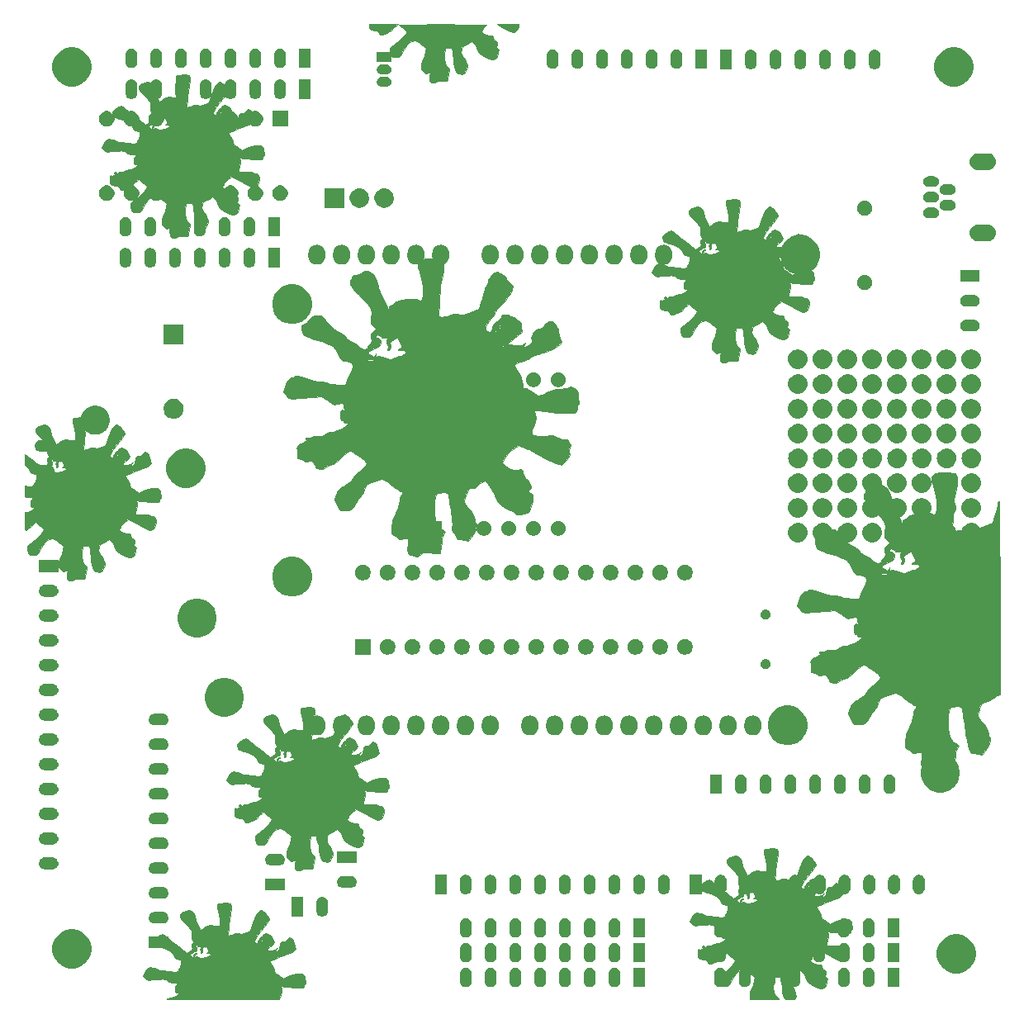
<source format=gbs>
G04 #@! TF.GenerationSoftware,KiCad,Pcbnew,(5.1.2)-1*
G04 #@! TF.CreationDate,2020-03-28T17:23:29-07:00*
G04 #@! TF.ProjectId,Luciebox,4c756369-6562-46f7-982e-6b696361645f,rev?*
G04 #@! TF.SameCoordinates,Original*
G04 #@! TF.FileFunction,Soldermask,Bot*
G04 #@! TF.FilePolarity,Negative*
%FSLAX46Y46*%
G04 Gerber Fmt 4.6, Leading zero omitted, Abs format (unit mm)*
G04 Created by KiCad (PCBNEW (5.1.2)-1) date 2020-03-28 17:23:29*
%MOMM*%
%LPD*%
G04 APERTURE LIST*
%ADD10C,0.010000*%
%ADD11C,0.100000*%
G04 APERTURE END LIST*
D10*
G36*
X50832333Y-559485D02*
G01*
X50780892Y-729192D01*
X50656200Y-929906D01*
X50502700Y-1103943D01*
X50364839Y-1193620D01*
X50341651Y-1196324D01*
X50236897Y-1165241D01*
X50026518Y-1086745D01*
X49816333Y-1002437D01*
X49486628Y-849989D01*
X49160574Y-673296D01*
X49013512Y-581113D01*
X48676358Y-351667D01*
X50832333Y-351667D01*
X50832333Y-559485D01*
X50832333Y-559485D01*
G37*
X50832333Y-559485D02*
X50780892Y-729192D01*
X50656200Y-929906D01*
X50502700Y-1103943D01*
X50364839Y-1193620D01*
X50341651Y-1196324D01*
X50236897Y-1165241D01*
X50026518Y-1086745D01*
X49816333Y-1002437D01*
X49486628Y-849989D01*
X49160574Y-673296D01*
X49013512Y-581113D01*
X48676358Y-351667D01*
X50832333Y-351667D01*
X50832333Y-559485D01*
G36*
X38038186Y-749728D02*
G01*
X37805698Y-953515D01*
X37607238Y-1103318D01*
X37487063Y-1166218D01*
X37325678Y-1224494D01*
X37157228Y-1318490D01*
X36901083Y-1438480D01*
X36694991Y-1417475D01*
X36642175Y-1387537D01*
X36533378Y-1268924D01*
X36445181Y-1128266D01*
X36315735Y-985438D01*
X36209922Y-981632D01*
X36044685Y-988714D01*
X35819334Y-938104D01*
X35799166Y-931057D01*
X35604488Y-833681D01*
X35531627Y-699045D01*
X35526635Y-590858D01*
X35533436Y-351667D01*
X38463745Y-351667D01*
X38038186Y-749728D01*
X38038186Y-749728D01*
G37*
X38038186Y-749728D02*
X37805698Y-953515D01*
X37607238Y-1103318D01*
X37487063Y-1166218D01*
X37325678Y-1224494D01*
X37157228Y-1318490D01*
X36901083Y-1438480D01*
X36694991Y-1417475D01*
X36642175Y-1387537D01*
X36533378Y-1268924D01*
X36445181Y-1128266D01*
X36315735Y-985438D01*
X36209922Y-981632D01*
X36044685Y-988714D01*
X35819334Y-938104D01*
X35799166Y-931057D01*
X35604488Y-833681D01*
X35531627Y-699045D01*
X35526635Y-590858D01*
X35533436Y-351667D01*
X38463745Y-351667D01*
X38038186Y-749728D01*
G36*
X43089567Y-358351D02*
G01*
X43947184Y-360386D01*
X44748433Y-363800D01*
X45478366Y-368426D01*
X46122032Y-374096D01*
X46664482Y-380641D01*
X47090768Y-387893D01*
X47385939Y-395685D01*
X47535048Y-403848D01*
X47549248Y-408490D01*
X47436487Y-501871D01*
X47286762Y-682014D01*
X47239699Y-748425D01*
X47117202Y-938614D01*
X47085846Y-1050556D01*
X47140759Y-1145487D01*
X47202999Y-1209666D01*
X47514058Y-1424224D01*
X47852935Y-1491779D01*
X47959871Y-1479962D01*
X48108517Y-1478271D01*
X48205727Y-1571979D01*
X48278566Y-1742476D01*
X48368341Y-1937476D01*
X48453242Y-2040283D01*
X48469242Y-2045000D01*
X48571325Y-2116625D01*
X48642918Y-2279834D01*
X48662731Y-2457128D01*
X48613114Y-2568751D01*
X48560347Y-2647093D01*
X48648714Y-2750920D01*
X48669369Y-2767021D01*
X48759234Y-2849198D01*
X48793222Y-2947445D01*
X48774802Y-3111550D01*
X48711702Y-3374650D01*
X48632208Y-3650648D01*
X48550785Y-3806583D01*
X48433609Y-3888692D01*
X48306595Y-3928448D01*
X48077737Y-3955750D01*
X47836767Y-3902577D01*
X47629261Y-3814540D01*
X47133974Y-3543677D01*
X46807437Y-3277317D01*
X46649899Y-3015668D01*
X46645998Y-3000829D01*
X46562310Y-2781526D01*
X46426295Y-2537091D01*
X46270808Y-2315842D01*
X46128704Y-2166092D01*
X46053601Y-2129667D01*
X45927924Y-2176627D01*
X45734431Y-2293935D01*
X45667667Y-2341333D01*
X45456903Y-2474830D01*
X45283172Y-2548157D01*
X45248499Y-2553000D01*
X45133852Y-2632010D01*
X45025480Y-2847852D01*
X45006310Y-2905194D01*
X44947912Y-3122300D01*
X44952244Y-3277737D01*
X45034018Y-3443371D01*
X45150978Y-3611895D01*
X45331824Y-3901673D01*
X45485019Y-4210409D01*
X45525119Y-4313408D01*
X45594123Y-4557647D01*
X45588237Y-4745953D01*
X45503218Y-4976289D01*
X45495652Y-4993262D01*
X45377127Y-5217063D01*
X45261854Y-5372241D01*
X45232033Y-5396935D01*
X45051873Y-5440885D01*
X44806167Y-5433624D01*
X44588456Y-5381947D01*
X44523929Y-5345511D01*
X44435810Y-5203500D01*
X44343355Y-4944913D01*
X44261068Y-4621458D01*
X44203454Y-4284841D01*
X44190460Y-4156704D01*
X44156725Y-3819596D01*
X44108702Y-3466982D01*
X44054016Y-3143349D01*
X44000293Y-2893182D01*
X43955156Y-2760967D01*
X43950128Y-2754573D01*
X43839394Y-2733382D01*
X43638016Y-2751009D01*
X43608956Y-2756149D01*
X43445116Y-2796055D01*
X43353307Y-2867507D01*
X43304874Y-3015960D01*
X43271163Y-3286871D01*
X43270527Y-3293032D01*
X43245579Y-3849390D01*
X43303437Y-4278359D01*
X43448811Y-4602799D01*
X43570176Y-4747320D01*
X43726096Y-4921164D01*
X43767418Y-5049067D01*
X43727810Y-5163696D01*
X43656723Y-5381596D01*
X43634510Y-5574267D01*
X43614279Y-5831217D01*
X43581072Y-6007871D01*
X43537339Y-6119516D01*
X43453694Y-6169138D01*
X43283358Y-6169733D01*
X43080231Y-6147032D01*
X42766359Y-6125968D01*
X42554149Y-6163823D01*
X42437497Y-6226994D01*
X42281631Y-6323101D01*
X42198661Y-6353178D01*
X42088689Y-6326802D01*
X41984667Y-6301051D01*
X41815033Y-6223851D01*
X41733489Y-6076674D01*
X41725963Y-5822482D01*
X41742821Y-5664500D01*
X41767208Y-5405837D01*
X41740944Y-5288366D01*
X41645836Y-5287086D01*
X41513782Y-5349792D01*
X41363626Y-5385728D01*
X41189589Y-5313990D01*
X41096015Y-5249203D01*
X40928536Y-5095656D01*
X40855675Y-4918390D01*
X40841667Y-4692705D01*
X40889304Y-4345969D01*
X41010281Y-3997475D01*
X41025013Y-3967794D01*
X41187894Y-3584252D01*
X41316193Y-3118674D01*
X41373580Y-2833495D01*
X41317885Y-2740224D01*
X41153727Y-2583964D01*
X40913887Y-2395128D01*
X40856620Y-2353930D01*
X40321241Y-1974869D01*
X39888212Y-2122060D01*
X39607947Y-2230613D01*
X39435327Y-2350874D01*
X39313506Y-2534748D01*
X39230788Y-2722333D01*
X39115670Y-2943600D01*
X38936721Y-3227948D01*
X38737887Y-3507851D01*
X38638462Y-3632500D01*
X38500077Y-3702340D01*
X38275264Y-3737378D01*
X38231916Y-3738333D01*
X37995184Y-3711335D01*
X37843979Y-3601765D01*
X37765522Y-3485554D01*
X37656365Y-3167563D01*
X37684640Y-2858208D01*
X37840106Y-2603747D01*
X37983681Y-2499972D01*
X38177800Y-2371053D01*
X38421696Y-2169013D01*
X38686489Y-1923322D01*
X38943295Y-1663454D01*
X39163235Y-1418880D01*
X39317425Y-1219073D01*
X39376984Y-1093505D01*
X39375088Y-1080121D01*
X39283161Y-962030D01*
X39103102Y-799826D01*
X39006261Y-725128D01*
X38796374Y-569479D01*
X38640052Y-450255D01*
X38602233Y-419838D01*
X38668866Y-407121D01*
X38889759Y-395417D01*
X39249839Y-384932D01*
X39734035Y-375873D01*
X40327275Y-368446D01*
X41014487Y-362858D01*
X41780598Y-359315D01*
X42610538Y-358025D01*
X43089567Y-358351D01*
X43089567Y-358351D01*
G37*
X43089567Y-358351D02*
X43947184Y-360386D01*
X44748433Y-363800D01*
X45478366Y-368426D01*
X46122032Y-374096D01*
X46664482Y-380641D01*
X47090768Y-387893D01*
X47385939Y-395685D01*
X47535048Y-403848D01*
X47549248Y-408490D01*
X47436487Y-501871D01*
X47286762Y-682014D01*
X47239699Y-748425D01*
X47117202Y-938614D01*
X47085846Y-1050556D01*
X47140759Y-1145487D01*
X47202999Y-1209666D01*
X47514058Y-1424224D01*
X47852935Y-1491779D01*
X47959871Y-1479962D01*
X48108517Y-1478271D01*
X48205727Y-1571979D01*
X48278566Y-1742476D01*
X48368341Y-1937476D01*
X48453242Y-2040283D01*
X48469242Y-2045000D01*
X48571325Y-2116625D01*
X48642918Y-2279834D01*
X48662731Y-2457128D01*
X48613114Y-2568751D01*
X48560347Y-2647093D01*
X48648714Y-2750920D01*
X48669369Y-2767021D01*
X48759234Y-2849198D01*
X48793222Y-2947445D01*
X48774802Y-3111550D01*
X48711702Y-3374650D01*
X48632208Y-3650648D01*
X48550785Y-3806583D01*
X48433609Y-3888692D01*
X48306595Y-3928448D01*
X48077737Y-3955750D01*
X47836767Y-3902577D01*
X47629261Y-3814540D01*
X47133974Y-3543677D01*
X46807437Y-3277317D01*
X46649899Y-3015668D01*
X46645998Y-3000829D01*
X46562310Y-2781526D01*
X46426295Y-2537091D01*
X46270808Y-2315842D01*
X46128704Y-2166092D01*
X46053601Y-2129667D01*
X45927924Y-2176627D01*
X45734431Y-2293935D01*
X45667667Y-2341333D01*
X45456903Y-2474830D01*
X45283172Y-2548157D01*
X45248499Y-2553000D01*
X45133852Y-2632010D01*
X45025480Y-2847852D01*
X45006310Y-2905194D01*
X44947912Y-3122300D01*
X44952244Y-3277737D01*
X45034018Y-3443371D01*
X45150978Y-3611895D01*
X45331824Y-3901673D01*
X45485019Y-4210409D01*
X45525119Y-4313408D01*
X45594123Y-4557647D01*
X45588237Y-4745953D01*
X45503218Y-4976289D01*
X45495652Y-4993262D01*
X45377127Y-5217063D01*
X45261854Y-5372241D01*
X45232033Y-5396935D01*
X45051873Y-5440885D01*
X44806167Y-5433624D01*
X44588456Y-5381947D01*
X44523929Y-5345511D01*
X44435810Y-5203500D01*
X44343355Y-4944913D01*
X44261068Y-4621458D01*
X44203454Y-4284841D01*
X44190460Y-4156704D01*
X44156725Y-3819596D01*
X44108702Y-3466982D01*
X44054016Y-3143349D01*
X44000293Y-2893182D01*
X43955156Y-2760967D01*
X43950128Y-2754573D01*
X43839394Y-2733382D01*
X43638016Y-2751009D01*
X43608956Y-2756149D01*
X43445116Y-2796055D01*
X43353307Y-2867507D01*
X43304874Y-3015960D01*
X43271163Y-3286871D01*
X43270527Y-3293032D01*
X43245579Y-3849390D01*
X43303437Y-4278359D01*
X43448811Y-4602799D01*
X43570176Y-4747320D01*
X43726096Y-4921164D01*
X43767418Y-5049067D01*
X43727810Y-5163696D01*
X43656723Y-5381596D01*
X43634510Y-5574267D01*
X43614279Y-5831217D01*
X43581072Y-6007871D01*
X43537339Y-6119516D01*
X43453694Y-6169138D01*
X43283358Y-6169733D01*
X43080231Y-6147032D01*
X42766359Y-6125968D01*
X42554149Y-6163823D01*
X42437497Y-6226994D01*
X42281631Y-6323101D01*
X42198661Y-6353178D01*
X42088689Y-6326802D01*
X41984667Y-6301051D01*
X41815033Y-6223851D01*
X41733489Y-6076674D01*
X41725963Y-5822482D01*
X41742821Y-5664500D01*
X41767208Y-5405837D01*
X41740944Y-5288366D01*
X41645836Y-5287086D01*
X41513782Y-5349792D01*
X41363626Y-5385728D01*
X41189589Y-5313990D01*
X41096015Y-5249203D01*
X40928536Y-5095656D01*
X40855675Y-4918390D01*
X40841667Y-4692705D01*
X40889304Y-4345969D01*
X41010281Y-3997475D01*
X41025013Y-3967794D01*
X41187894Y-3584252D01*
X41316193Y-3118674D01*
X41373580Y-2833495D01*
X41317885Y-2740224D01*
X41153727Y-2583964D01*
X40913887Y-2395128D01*
X40856620Y-2353930D01*
X40321241Y-1974869D01*
X39888212Y-2122060D01*
X39607947Y-2230613D01*
X39435327Y-2350874D01*
X39313506Y-2534748D01*
X39230788Y-2722333D01*
X39115670Y-2943600D01*
X38936721Y-3227948D01*
X38737887Y-3507851D01*
X38638462Y-3632500D01*
X38500077Y-3702340D01*
X38275264Y-3737378D01*
X38231916Y-3738333D01*
X37995184Y-3711335D01*
X37843979Y-3601765D01*
X37765522Y-3485554D01*
X37656365Y-3167563D01*
X37684640Y-2858208D01*
X37840106Y-2603747D01*
X37983681Y-2499972D01*
X38177800Y-2371053D01*
X38421696Y-2169013D01*
X38686489Y-1923322D01*
X38943295Y-1663454D01*
X39163235Y-1418880D01*
X39317425Y-1219073D01*
X39376984Y-1093505D01*
X39375088Y-1080121D01*
X39283161Y-962030D01*
X39103102Y-799826D01*
X39006261Y-725128D01*
X38796374Y-569479D01*
X38640052Y-450255D01*
X38602233Y-419838D01*
X38668866Y-407121D01*
X38889759Y-395417D01*
X39249839Y-384932D01*
X39734035Y-375873D01*
X40327275Y-368446D01*
X41014487Y-362858D01*
X41780598Y-359315D01*
X42610538Y-358025D01*
X43089567Y-358351D01*
G36*
X16779973Y-5520567D02*
G01*
X16963531Y-5542943D01*
X17063809Y-5597970D01*
X17123814Y-5700160D01*
X17140520Y-5742520D01*
X17179863Y-5959073D01*
X17151074Y-6257079D01*
X17102692Y-6483353D01*
X17043948Y-6793739D01*
X16987104Y-7208067D01*
X16940418Y-7661064D01*
X16921030Y-7919259D01*
X16863193Y-8840519D01*
X17189596Y-8779516D01*
X17423887Y-8721632D01*
X17588347Y-8656059D01*
X17607257Y-8643153D01*
X17751979Y-8610080D01*
X17950935Y-8640186D01*
X18168090Y-8665123D01*
X18431825Y-8611926D01*
X18664011Y-8527639D01*
X18920378Y-8416698D01*
X19075006Y-8308215D01*
X19175235Y-8149652D01*
X19268407Y-7888471D01*
X19283913Y-7839682D01*
X19445522Y-7359178D01*
X19614097Y-6932816D01*
X19760055Y-6605185D01*
X19862576Y-6460424D01*
X20008946Y-6330278D01*
X20153571Y-6244764D01*
X20250856Y-6233904D01*
X20267667Y-6270970D01*
X20339400Y-6344134D01*
X20479333Y-6397768D01*
X20638152Y-6475322D01*
X20691000Y-6561521D01*
X20748213Y-6692187D01*
X20886549Y-6855798D01*
X20893205Y-6862111D01*
X21015250Y-7011142D01*
X21049142Y-7169336D01*
X20986139Y-7363317D01*
X20817498Y-7619713D01*
X20534474Y-7965147D01*
X20528862Y-7971667D01*
X20102035Y-8484206D01*
X19798006Y-8889014D01*
X19613424Y-9191318D01*
X19544940Y-9396348D01*
X19561717Y-9480931D01*
X19689886Y-9618687D01*
X19797972Y-9634049D01*
X19844321Y-9521451D01*
X19844330Y-9519182D01*
X19943401Y-9519182D01*
X19971175Y-9580078D01*
X20046128Y-9643568D01*
X20132424Y-9564561D01*
X20266112Y-9476434D01*
X20342952Y-9478053D01*
X20417876Y-9470142D01*
X20402536Y-9423734D01*
X20391507Y-9282670D01*
X20437560Y-9137583D01*
X20472435Y-9044741D01*
X20420977Y-9079803D01*
X20314896Y-9199333D01*
X20176759Y-9377828D01*
X20102697Y-9504379D01*
X20098754Y-9521830D01*
X20043752Y-9549496D01*
X20000585Y-9529915D01*
X19943401Y-9519182D01*
X19844330Y-9519182D01*
X19844333Y-9518687D01*
X19897533Y-9353744D01*
X20023305Y-9168434D01*
X20167543Y-9030000D01*
X20606333Y-9030000D01*
X20648667Y-9072333D01*
X20691000Y-9030000D01*
X20648667Y-8987667D01*
X20606333Y-9030000D01*
X20167543Y-9030000D01*
X20170911Y-9026768D01*
X20265259Y-8987667D01*
X20348541Y-8917845D01*
X20394667Y-8818333D01*
X20505915Y-8683240D01*
X20696705Y-8649000D01*
X20872565Y-8674042D01*
X20945000Y-8733667D01*
X21012102Y-8814214D01*
X21050833Y-8821150D01*
X21261431Y-8902005D01*
X21435859Y-9095676D01*
X21529018Y-9345882D01*
X21534364Y-9424571D01*
X21509214Y-9608185D01*
X21415956Y-9761899D01*
X21220350Y-9934878D01*
X21133511Y-10000149D01*
X20735959Y-10292966D01*
X21073313Y-10364225D01*
X21359775Y-10393252D01*
X21595527Y-10326899D01*
X21664667Y-10290126D01*
X21918667Y-10144768D01*
X21757378Y-10328217D01*
X21652638Y-10464568D01*
X21672631Y-10504187D01*
X21826804Y-10452376D01*
X21911646Y-10414793D01*
X22063985Y-10305202D01*
X22113779Y-10127502D01*
X22113601Y-10034426D01*
X22137095Y-9880572D01*
X22245164Y-9880572D01*
X22251375Y-9919000D01*
X22319375Y-9854097D01*
X22384333Y-9749667D01*
X22438835Y-9618761D01*
X22432624Y-9580333D01*
X22364625Y-9645236D01*
X22299667Y-9749667D01*
X22245164Y-9880572D01*
X22137095Y-9880572D01*
X22150813Y-9790746D01*
X22258837Y-9582936D01*
X22404495Y-9457382D01*
X22531956Y-9449531D01*
X22659982Y-9422158D01*
X22828515Y-9297893D01*
X22863852Y-9262017D01*
X23037773Y-9116722D01*
X23189421Y-9056279D01*
X23210742Y-9057868D01*
X23400772Y-9171102D01*
X23557941Y-9383455D01*
X23633939Y-9625416D01*
X23635226Y-9668591D01*
X23669827Y-9914327D01*
X23726397Y-10064784D01*
X23774104Y-10210018D01*
X23708263Y-10329368D01*
X23615033Y-10409487D01*
X23424875Y-10524234D01*
X23140291Y-10657537D01*
X22874418Y-10761549D01*
X22533397Y-10886935D01*
X22200745Y-11016953D01*
X22003333Y-11099687D01*
X21714384Y-11223921D01*
X21434686Y-11338760D01*
X21389500Y-11356538D01*
X21206656Y-11434838D01*
X21116367Y-11487616D01*
X21114333Y-11491845D01*
X21157417Y-11572354D01*
X21266194Y-11742735D01*
X21327163Y-11833768D01*
X21477038Y-12113820D01*
X21579868Y-12411928D01*
X21591984Y-12472528D01*
X21658781Y-12703645D01*
X21756122Y-12796995D01*
X21765803Y-12797667D01*
X21905418Y-12846133D01*
X22106799Y-12967303D01*
X22176004Y-13017619D01*
X22464376Y-13237571D01*
X23038188Y-13025528D01*
X23467797Y-12888303D01*
X23874008Y-12797140D01*
X24220901Y-12756848D01*
X24472558Y-12772234D01*
X24574093Y-12819960D01*
X24648062Y-12973627D01*
X24670333Y-13136333D01*
X24705875Y-13341172D01*
X24768345Y-13454478D01*
X24819569Y-13583886D01*
X24776457Y-13661912D01*
X24694553Y-13829144D01*
X24657279Y-13983000D01*
X24634971Y-14087890D01*
X24579883Y-14149962D01*
X24455948Y-14179423D01*
X24227097Y-14186481D01*
X23950667Y-14182968D01*
X23542529Y-14168486D01*
X23121845Y-14141727D01*
X22779232Y-14108465D01*
X22777302Y-14108221D01*
X22281272Y-14045172D01*
X22336903Y-14298459D01*
X22336023Y-14607738D01*
X22252309Y-14902201D01*
X22154937Y-15195884D01*
X22158208Y-15380447D01*
X22279599Y-15474843D01*
X22536590Y-15498020D01*
X22788491Y-15483550D01*
X23187624Y-15469260D01*
X23460276Y-15507878D01*
X23569667Y-15553103D01*
X23795649Y-15643209D01*
X23966836Y-15673333D01*
X24135330Y-15710381D01*
X24228602Y-15834719D01*
X24260915Y-16076371D01*
X24257232Y-16284623D01*
X24212810Y-16600878D01*
X24096530Y-16826602D01*
X24023135Y-16908501D01*
X23888036Y-17033466D01*
X23773902Y-17080265D01*
X23616913Y-17057315D01*
X23404613Y-16990088D01*
X23079094Y-16857867D01*
X22735574Y-16683127D01*
X22619209Y-16613738D01*
X22298121Y-16426654D01*
X21946710Y-16245339D01*
X21830597Y-16191551D01*
X21424329Y-16011839D01*
X21101822Y-16235337D01*
X20861637Y-16434061D01*
X20659336Y-16654684D01*
X20618460Y-16712887D01*
X20516654Y-16887829D01*
X20507554Y-16993017D01*
X20591430Y-17100576D01*
X20620017Y-17129350D01*
X20929692Y-17342079D01*
X21268292Y-17409061D01*
X21374538Y-17397295D01*
X21523184Y-17395604D01*
X21620394Y-17489313D01*
X21693233Y-17659809D01*
X21783008Y-17854809D01*
X21867909Y-17957616D01*
X21883909Y-17962333D01*
X21985992Y-18033958D01*
X22057584Y-18197167D01*
X22077398Y-18374461D01*
X22027781Y-18486084D01*
X21975014Y-18564426D01*
X22063381Y-18668253D01*
X22084036Y-18684355D01*
X22173900Y-18766531D01*
X22207888Y-18864778D01*
X22189469Y-19028883D01*
X22126369Y-19291984D01*
X22046875Y-19567982D01*
X21965452Y-19723916D01*
X21848276Y-19806026D01*
X21721261Y-19845781D01*
X21492403Y-19873083D01*
X21251433Y-19819910D01*
X21043928Y-19731874D01*
X20548641Y-19461010D01*
X20222104Y-19194650D01*
X20064566Y-18933001D01*
X20060665Y-18918163D01*
X19976977Y-18698859D01*
X19840962Y-18454425D01*
X19685475Y-18233175D01*
X19543371Y-18083425D01*
X19468267Y-18047000D01*
X19342591Y-18093960D01*
X19149098Y-18211268D01*
X19082333Y-18258667D01*
X18871569Y-18392164D01*
X18697839Y-18465490D01*
X18663165Y-18470333D01*
X18548519Y-18549343D01*
X18440146Y-18765186D01*
X18420976Y-18822527D01*
X18362579Y-19039633D01*
X18366911Y-19195070D01*
X18448684Y-19360704D01*
X18565645Y-19529229D01*
X18746491Y-19819007D01*
X18899686Y-20127742D01*
X18939786Y-20230742D01*
X19008789Y-20474980D01*
X19002904Y-20663286D01*
X18917884Y-20893622D01*
X18910319Y-20910595D01*
X18791794Y-21134396D01*
X18676521Y-21289575D01*
X18646700Y-21314268D01*
X18466540Y-21358218D01*
X18220833Y-21350958D01*
X18003123Y-21299281D01*
X17938596Y-21262844D01*
X17850476Y-21120833D01*
X17758021Y-20862246D01*
X17675735Y-20538791D01*
X17618121Y-20202175D01*
X17605126Y-20074037D01*
X17571392Y-19736929D01*
X17523369Y-19384315D01*
X17468683Y-19060682D01*
X17414959Y-18810515D01*
X17369823Y-18678301D01*
X17364795Y-18671906D01*
X17254061Y-18650716D01*
X17052682Y-18668342D01*
X17023623Y-18673483D01*
X16859783Y-18713388D01*
X16767973Y-18784840D01*
X16719540Y-18933293D01*
X16685830Y-19204204D01*
X16685194Y-19210365D01*
X16660245Y-19766723D01*
X16718103Y-20195692D01*
X16863478Y-20520132D01*
X16984842Y-20664654D01*
X17140762Y-20838497D01*
X17182084Y-20966400D01*
X17142477Y-21081029D01*
X17071389Y-21298930D01*
X17049177Y-21491600D01*
X17028946Y-21748550D01*
X16995739Y-21925205D01*
X16952006Y-22036850D01*
X16868361Y-22086471D01*
X16698025Y-22087066D01*
X16494898Y-22064366D01*
X16181025Y-22043301D01*
X15968816Y-22081157D01*
X15852164Y-22144328D01*
X15696298Y-22240434D01*
X15613328Y-22270512D01*
X15503355Y-22244135D01*
X15399333Y-22218384D01*
X15229700Y-22141184D01*
X15148156Y-21994007D01*
X15140629Y-21739816D01*
X15157488Y-21581833D01*
X15181874Y-21323170D01*
X15155611Y-21205699D01*
X15060503Y-21204420D01*
X14928449Y-21267126D01*
X14778292Y-21303062D01*
X14604256Y-21231324D01*
X14510682Y-21166537D01*
X14343202Y-21012989D01*
X14270341Y-20835723D01*
X14256333Y-20610038D01*
X14303971Y-20263303D01*
X14424947Y-19914809D01*
X14439680Y-19885127D01*
X14602561Y-19501585D01*
X14730859Y-19036007D01*
X14788247Y-18750829D01*
X14732552Y-18657557D01*
X14568393Y-18501298D01*
X14328554Y-18312461D01*
X14271287Y-18271263D01*
X13735907Y-17892202D01*
X13302879Y-18039393D01*
X13022613Y-18147946D01*
X12849993Y-18268207D01*
X12728173Y-18452081D01*
X12645454Y-18639667D01*
X12530336Y-18860933D01*
X12351388Y-19145281D01*
X12152554Y-19425184D01*
X12053128Y-19549833D01*
X11914744Y-19619674D01*
X11689931Y-19654711D01*
X11646583Y-19655667D01*
X11409851Y-19628668D01*
X11258646Y-19519099D01*
X11180189Y-19402887D01*
X11071032Y-19084896D01*
X11099306Y-18775542D01*
X11254773Y-18521080D01*
X11398347Y-18417305D01*
X11569340Y-18300469D01*
X11816979Y-18096182D01*
X12100520Y-17839031D01*
X12251185Y-17693367D01*
X12542646Y-17397800D01*
X12713269Y-17185587D01*
X12763935Y-17022366D01*
X12695527Y-16873772D01*
X12508928Y-16705442D01*
X12280866Y-16537593D01*
X11889430Y-16255854D01*
X11421882Y-16698042D01*
X11201178Y-16899267D01*
X11036617Y-17035004D01*
X10957408Y-17081562D01*
X10954333Y-17077252D01*
X10890511Y-17076780D01*
X10729642Y-17149312D01*
X10643691Y-17197557D01*
X10326669Y-17326486D01*
X10076047Y-17301494D01*
X9894782Y-17123076D01*
X9866214Y-17067060D01*
X9748592Y-16906276D01*
X9629114Y-16897229D01*
X9460395Y-16905500D01*
X9233433Y-16855253D01*
X9214519Y-16848638D01*
X9053515Y-16780297D01*
X8971700Y-16691812D01*
X8943727Y-16531218D01*
X8943454Y-16292900D01*
X8962059Y-16029528D01*
X9001696Y-15841606D01*
X9034433Y-15786379D01*
X9076571Y-15791112D01*
X9057418Y-15832585D01*
X9040439Y-15916967D01*
X9149442Y-15901314D01*
X9345667Y-15803333D01*
X9458487Y-15718756D01*
X9440597Y-15679639D01*
X9434567Y-15679333D01*
X9357517Y-15654404D01*
X9416925Y-15571208D01*
X9522282Y-15513573D01*
X9601896Y-15592374D01*
X9668601Y-15660731D01*
X9683037Y-15612833D01*
X9762237Y-15537705D01*
X9978451Y-15507230D01*
X10004161Y-15507000D01*
X10263112Y-15476519D01*
X10473132Y-15401995D01*
X10490994Y-15390612D01*
X10514057Y-15380000D01*
X10700333Y-15380000D01*
X10742667Y-15422333D01*
X10785000Y-15380000D01*
X10742667Y-15337667D01*
X10700333Y-15380000D01*
X10514057Y-15380000D01*
X10677718Y-15304695D01*
X10943949Y-15229844D01*
X11039000Y-15211706D01*
X11295277Y-15154687D01*
X11488361Y-15085380D01*
X11530456Y-15059890D01*
X11633302Y-14950568D01*
X11721905Y-14818685D01*
X11769105Y-14713619D01*
X11747741Y-14684746D01*
X11732421Y-14692724D01*
X11565338Y-14724263D01*
X11440332Y-14611819D01*
X11419944Y-14533333D01*
X11716333Y-14533333D01*
X11758667Y-14575667D01*
X11801000Y-14533333D01*
X11758667Y-14491000D01*
X11716333Y-14533333D01*
X11419944Y-14533333D01*
X11380013Y-14379620D01*
X11377985Y-14321667D01*
X11631667Y-14321667D01*
X11662645Y-14391357D01*
X11688111Y-14378111D01*
X11698244Y-14277631D01*
X11688111Y-14265222D01*
X11637777Y-14276844D01*
X11631667Y-14321667D01*
X11377985Y-14321667D01*
X11377667Y-14312608D01*
X11402054Y-14089905D01*
X11463601Y-13981213D01*
X11544885Y-14010838D01*
X11568401Y-14046500D01*
X11584666Y-14042983D01*
X11575457Y-13997242D01*
X11548912Y-13808364D01*
X11547000Y-13753825D01*
X11509002Y-13668764D01*
X11368555Y-13661358D01*
X11277488Y-13677069D01*
X11053707Y-13686014D01*
X10825041Y-13601668D01*
X10669158Y-13506752D01*
X10493941Y-13398663D01*
X10338599Y-13336154D01*
X10153193Y-13311221D01*
X9887778Y-13315863D01*
X9595452Y-13334698D01*
X9246891Y-13363809D01*
X8954812Y-13396188D01*
X8766913Y-13426258D01*
X8733970Y-13435440D01*
X8592743Y-13415770D01*
X8398441Y-13305243D01*
X8344132Y-13262513D01*
X8176876Y-13097007D01*
X8135919Y-12971627D01*
X8162907Y-12898170D01*
X8252903Y-12710863D01*
X8328359Y-12520330D01*
X8437310Y-12330646D01*
X8561229Y-12230173D01*
X8713773Y-12146894D01*
X8760437Y-12101394D01*
X8859361Y-12089771D01*
X9066327Y-12133783D01*
X9290609Y-12207511D01*
X9602917Y-12311895D01*
X9896292Y-12389584D01*
X10045172Y-12415879D01*
X10267321Y-12443802D01*
X10587694Y-12489656D01*
X10937476Y-12543586D01*
X10942180Y-12544339D01*
X11295849Y-12592623D01*
X11519260Y-12593316D01*
X11647101Y-12537118D01*
X11714063Y-12414732D01*
X11723949Y-12374333D01*
X11801000Y-12374333D01*
X11831978Y-12444023D01*
X11857444Y-12430778D01*
X11867577Y-12330298D01*
X11857444Y-12317889D01*
X11807110Y-12329511D01*
X11801000Y-12374333D01*
X11723949Y-12374333D01*
X11734310Y-12332000D01*
X11796165Y-12201473D01*
X11851385Y-12177786D01*
X11929144Y-12122098D01*
X11948739Y-12050786D01*
X11975656Y-11868132D01*
X12018255Y-11637382D01*
X12026097Y-11570000D01*
X13155667Y-11570000D01*
X13198000Y-11612333D01*
X13240333Y-11570000D01*
X13198000Y-11527667D01*
X13155667Y-11570000D01*
X12026097Y-11570000D01*
X12040376Y-11447313D01*
X12007842Y-11400667D01*
X12901667Y-11400667D01*
X12944000Y-11443000D01*
X12986333Y-11400667D01*
X12944000Y-11358333D01*
X12901667Y-11400667D01*
X12007842Y-11400667D01*
X11977486Y-11357144D01*
X11831206Y-11312810D01*
X11625778Y-11265529D01*
X11501836Y-11233955D01*
X11428318Y-11161136D01*
X12817000Y-11161136D01*
X12883242Y-11209161D01*
X13031039Y-11281785D01*
X13183995Y-11342565D01*
X13219167Y-11352966D01*
X13240095Y-11294667D01*
X13240333Y-11283537D01*
X13168034Y-11213538D01*
X13028667Y-11168278D01*
X12870776Y-11149283D01*
X12817000Y-11161136D01*
X11428318Y-11161136D01*
X11414997Y-11147942D01*
X11298090Y-10960836D01*
X11247836Y-10862835D01*
X11214541Y-10807913D01*
X12927677Y-10807913D01*
X13066720Y-10954024D01*
X13191795Y-11046268D01*
X13252429Y-11015894D01*
X13284121Y-10930417D01*
X13398865Y-10757953D01*
X13509863Y-10672688D01*
X13636445Y-10622044D01*
X13651694Y-10674433D01*
X13650179Y-10679128D01*
X13571509Y-10763282D01*
X13544016Y-10764785D01*
X13441820Y-10816421D01*
X13350994Y-10951440D01*
X13326296Y-11051200D01*
X13375312Y-11072283D01*
X13431082Y-11037027D01*
X13580090Y-10999427D01*
X13748582Y-11064727D01*
X13983191Y-11136388D01*
X14171667Y-11134346D01*
X14426479Y-11081433D01*
X14616167Y-11044335D01*
X14784948Y-10987472D01*
X14849000Y-10920393D01*
X14901439Y-10878809D01*
X14933667Y-10892667D01*
X15001807Y-10868405D01*
X15018333Y-10782404D01*
X14983865Y-10668034D01*
X14850303Y-10647374D01*
X14785500Y-10655558D01*
X14636969Y-10671072D01*
X14638051Y-10640321D01*
X14699418Y-10598068D01*
X14774352Y-10506154D01*
X20457758Y-10506154D01*
X20469340Y-10511667D01*
X20546605Y-10452063D01*
X20564000Y-10427000D01*
X20585575Y-10347846D01*
X20573993Y-10342333D01*
X20496728Y-10401937D01*
X20479333Y-10427000D01*
X20457758Y-10506154D01*
X14774352Y-10506154D01*
X14798404Y-10476652D01*
X14769098Y-10360085D01*
X14674306Y-10152812D01*
X14633656Y-10046000D01*
X14625417Y-10031889D01*
X19364555Y-10031889D01*
X19376178Y-10082223D01*
X19421000Y-10088333D01*
X19490690Y-10057355D01*
X19477444Y-10031889D01*
X19376965Y-10021756D01*
X19364555Y-10031889D01*
X14625417Y-10031889D01*
X14574649Y-9944943D01*
X14534576Y-9986034D01*
X14477552Y-10053025D01*
X14367008Y-9992593D01*
X14358847Y-9986034D01*
X14267522Y-9923282D01*
X14284440Y-9977518D01*
X14287411Y-9982500D01*
X14293330Y-10075243D01*
X14251460Y-10088333D01*
X14186894Y-10159070D01*
X14192286Y-10299462D01*
X14174539Y-10517592D01*
X14105277Y-10616298D01*
X14018044Y-10672296D01*
X14017870Y-10600360D01*
X14038159Y-10532169D01*
X14054802Y-10381374D01*
X14010134Y-10342333D01*
X13964022Y-10280986D01*
X14005970Y-10121101D01*
X14052870Y-9966529D01*
X13999965Y-9928771D01*
X13866166Y-9956069D01*
X13711218Y-9979938D01*
X13679813Y-9925151D01*
X13697229Y-9868992D01*
X13719093Y-9774318D01*
X13644323Y-9815371D01*
X13631505Y-9825891D01*
X13518215Y-9874784D01*
X13481400Y-9846208D01*
X13411985Y-9834487D01*
X13327773Y-9901125D01*
X13248893Y-9997661D01*
X13295192Y-9999848D01*
X13342750Y-9982482D01*
X13509117Y-9993397D01*
X13578685Y-10045620D01*
X13622502Y-10195036D01*
X13575179Y-10358368D01*
X13469259Y-10470575D01*
X13361856Y-10478947D01*
X13268798Y-10489290D01*
X13262515Y-10533870D01*
X13207617Y-10622760D01*
X13092167Y-10663712D01*
X12932985Y-10714837D01*
X12927677Y-10807913D01*
X11214541Y-10807913D01*
X11110295Y-10635954D01*
X10924609Y-10472145D01*
X10633791Y-10321932D01*
X10615667Y-10313977D01*
X10273770Y-10177384D01*
X9915985Y-10053532D01*
X9744410Y-10002874D01*
X9490301Y-9910283D01*
X9304798Y-9797370D01*
X9257577Y-9743271D01*
X9181729Y-9499424D01*
X9210605Y-9291837D01*
X9324500Y-9180010D01*
X9485966Y-9073252D01*
X9626978Y-8928667D01*
X9851289Y-8754373D01*
X10113297Y-8740836D01*
X10402443Y-8886502D01*
X10606521Y-9072847D01*
X10875780Y-9330593D01*
X11183253Y-9582202D01*
X11298401Y-9664460D01*
X11652375Y-9907755D01*
X11983081Y-10144684D01*
X12261475Y-10353446D01*
X12458514Y-10512240D01*
X12545154Y-10599263D01*
X12545893Y-10600893D01*
X12633622Y-10642416D01*
X12770423Y-10601982D01*
X12880264Y-10511754D01*
X12901667Y-10450400D01*
X12958011Y-10362927D01*
X13024355Y-10371296D01*
X13109019Y-10369039D01*
X13094633Y-10281799D01*
X13083102Y-10189419D01*
X13162445Y-10213865D01*
X13237949Y-10247319D01*
X13186012Y-10178425D01*
X13176833Y-10168487D01*
X13077241Y-9960307D01*
X13144890Y-9735392D01*
X13211122Y-9650500D01*
X13302639Y-9524695D01*
X13276741Y-9420270D01*
X13199402Y-9327882D01*
X13101864Y-9165950D01*
X13082231Y-8946468D01*
X13098345Y-8789569D01*
X13110989Y-8568229D01*
X13070546Y-8369153D01*
X12959196Y-8162053D01*
X12759121Y-7916641D01*
X12452501Y-7602629D01*
X12330167Y-7483863D01*
X12111646Y-7252673D01*
X11953861Y-7046256D01*
X11888630Y-6906671D01*
X11888359Y-6899821D01*
X11942807Y-6701006D01*
X12066487Y-6527670D01*
X12209689Y-6447982D01*
X12218066Y-6447667D01*
X12367626Y-6409671D01*
X12505066Y-6347031D01*
X12814292Y-6240045D01*
X13068261Y-6288877D01*
X13271018Y-6496084D01*
X13426607Y-6864224D01*
X13448915Y-6943973D01*
X13565658Y-7293073D01*
X13723081Y-7655190D01*
X13782623Y-7769224D01*
X13907316Y-8012164D01*
X13986928Y-8205395D01*
X14002333Y-8273891D01*
X14055451Y-8292582D01*
X14193232Y-8205437D01*
X14277500Y-8133115D01*
X14507909Y-7949216D01*
X14736920Y-7844819D01*
X15018723Y-7805376D01*
X15407506Y-7816338D01*
X15447054Y-7819116D01*
X15730276Y-7834488D01*
X15888658Y-7820141D01*
X15965816Y-7763540D01*
X16003620Y-7659179D01*
X16024487Y-7449200D01*
X15996779Y-7152420D01*
X15916836Y-6743399D01*
X15808470Y-6301498D01*
X15732487Y-5950818D01*
X15737325Y-5722681D01*
X15844655Y-5591368D01*
X16076151Y-5531162D01*
X16453484Y-5516346D01*
X16470129Y-5516333D01*
X16779973Y-5520567D01*
X16779973Y-5520567D01*
G37*
X16779973Y-5520567D02*
X16963531Y-5542943D01*
X17063809Y-5597970D01*
X17123814Y-5700160D01*
X17140520Y-5742520D01*
X17179863Y-5959073D01*
X17151074Y-6257079D01*
X17102692Y-6483353D01*
X17043948Y-6793739D01*
X16987104Y-7208067D01*
X16940418Y-7661064D01*
X16921030Y-7919259D01*
X16863193Y-8840519D01*
X17189596Y-8779516D01*
X17423887Y-8721632D01*
X17588347Y-8656059D01*
X17607257Y-8643153D01*
X17751979Y-8610080D01*
X17950935Y-8640186D01*
X18168090Y-8665123D01*
X18431825Y-8611926D01*
X18664011Y-8527639D01*
X18920378Y-8416698D01*
X19075006Y-8308215D01*
X19175235Y-8149652D01*
X19268407Y-7888471D01*
X19283913Y-7839682D01*
X19445522Y-7359178D01*
X19614097Y-6932816D01*
X19760055Y-6605185D01*
X19862576Y-6460424D01*
X20008946Y-6330278D01*
X20153571Y-6244764D01*
X20250856Y-6233904D01*
X20267667Y-6270970D01*
X20339400Y-6344134D01*
X20479333Y-6397768D01*
X20638152Y-6475322D01*
X20691000Y-6561521D01*
X20748213Y-6692187D01*
X20886549Y-6855798D01*
X20893205Y-6862111D01*
X21015250Y-7011142D01*
X21049142Y-7169336D01*
X20986139Y-7363317D01*
X20817498Y-7619713D01*
X20534474Y-7965147D01*
X20528862Y-7971667D01*
X20102035Y-8484206D01*
X19798006Y-8889014D01*
X19613424Y-9191318D01*
X19544940Y-9396348D01*
X19561717Y-9480931D01*
X19689886Y-9618687D01*
X19797972Y-9634049D01*
X19844321Y-9521451D01*
X19844330Y-9519182D01*
X19943401Y-9519182D01*
X19971175Y-9580078D01*
X20046128Y-9643568D01*
X20132424Y-9564561D01*
X20266112Y-9476434D01*
X20342952Y-9478053D01*
X20417876Y-9470142D01*
X20402536Y-9423734D01*
X20391507Y-9282670D01*
X20437560Y-9137583D01*
X20472435Y-9044741D01*
X20420977Y-9079803D01*
X20314896Y-9199333D01*
X20176759Y-9377828D01*
X20102697Y-9504379D01*
X20098754Y-9521830D01*
X20043752Y-9549496D01*
X20000585Y-9529915D01*
X19943401Y-9519182D01*
X19844330Y-9519182D01*
X19844333Y-9518687D01*
X19897533Y-9353744D01*
X20023305Y-9168434D01*
X20167543Y-9030000D01*
X20606333Y-9030000D01*
X20648667Y-9072333D01*
X20691000Y-9030000D01*
X20648667Y-8987667D01*
X20606333Y-9030000D01*
X20167543Y-9030000D01*
X20170911Y-9026768D01*
X20265259Y-8987667D01*
X20348541Y-8917845D01*
X20394667Y-8818333D01*
X20505915Y-8683240D01*
X20696705Y-8649000D01*
X20872565Y-8674042D01*
X20945000Y-8733667D01*
X21012102Y-8814214D01*
X21050833Y-8821150D01*
X21261431Y-8902005D01*
X21435859Y-9095676D01*
X21529018Y-9345882D01*
X21534364Y-9424571D01*
X21509214Y-9608185D01*
X21415956Y-9761899D01*
X21220350Y-9934878D01*
X21133511Y-10000149D01*
X20735959Y-10292966D01*
X21073313Y-10364225D01*
X21359775Y-10393252D01*
X21595527Y-10326899D01*
X21664667Y-10290126D01*
X21918667Y-10144768D01*
X21757378Y-10328217D01*
X21652638Y-10464568D01*
X21672631Y-10504187D01*
X21826804Y-10452376D01*
X21911646Y-10414793D01*
X22063985Y-10305202D01*
X22113779Y-10127502D01*
X22113601Y-10034426D01*
X22137095Y-9880572D01*
X22245164Y-9880572D01*
X22251375Y-9919000D01*
X22319375Y-9854097D01*
X22384333Y-9749667D01*
X22438835Y-9618761D01*
X22432624Y-9580333D01*
X22364625Y-9645236D01*
X22299667Y-9749667D01*
X22245164Y-9880572D01*
X22137095Y-9880572D01*
X22150813Y-9790746D01*
X22258837Y-9582936D01*
X22404495Y-9457382D01*
X22531956Y-9449531D01*
X22659982Y-9422158D01*
X22828515Y-9297893D01*
X22863852Y-9262017D01*
X23037773Y-9116722D01*
X23189421Y-9056279D01*
X23210742Y-9057868D01*
X23400772Y-9171102D01*
X23557941Y-9383455D01*
X23633939Y-9625416D01*
X23635226Y-9668591D01*
X23669827Y-9914327D01*
X23726397Y-10064784D01*
X23774104Y-10210018D01*
X23708263Y-10329368D01*
X23615033Y-10409487D01*
X23424875Y-10524234D01*
X23140291Y-10657537D01*
X22874418Y-10761549D01*
X22533397Y-10886935D01*
X22200745Y-11016953D01*
X22003333Y-11099687D01*
X21714384Y-11223921D01*
X21434686Y-11338760D01*
X21389500Y-11356538D01*
X21206656Y-11434838D01*
X21116367Y-11487616D01*
X21114333Y-11491845D01*
X21157417Y-11572354D01*
X21266194Y-11742735D01*
X21327163Y-11833768D01*
X21477038Y-12113820D01*
X21579868Y-12411928D01*
X21591984Y-12472528D01*
X21658781Y-12703645D01*
X21756122Y-12796995D01*
X21765803Y-12797667D01*
X21905418Y-12846133D01*
X22106799Y-12967303D01*
X22176004Y-13017619D01*
X22464376Y-13237571D01*
X23038188Y-13025528D01*
X23467797Y-12888303D01*
X23874008Y-12797140D01*
X24220901Y-12756848D01*
X24472558Y-12772234D01*
X24574093Y-12819960D01*
X24648062Y-12973627D01*
X24670333Y-13136333D01*
X24705875Y-13341172D01*
X24768345Y-13454478D01*
X24819569Y-13583886D01*
X24776457Y-13661912D01*
X24694553Y-13829144D01*
X24657279Y-13983000D01*
X24634971Y-14087890D01*
X24579883Y-14149962D01*
X24455948Y-14179423D01*
X24227097Y-14186481D01*
X23950667Y-14182968D01*
X23542529Y-14168486D01*
X23121845Y-14141727D01*
X22779232Y-14108465D01*
X22777302Y-14108221D01*
X22281272Y-14045172D01*
X22336903Y-14298459D01*
X22336023Y-14607738D01*
X22252309Y-14902201D01*
X22154937Y-15195884D01*
X22158208Y-15380447D01*
X22279599Y-15474843D01*
X22536590Y-15498020D01*
X22788491Y-15483550D01*
X23187624Y-15469260D01*
X23460276Y-15507878D01*
X23569667Y-15553103D01*
X23795649Y-15643209D01*
X23966836Y-15673333D01*
X24135330Y-15710381D01*
X24228602Y-15834719D01*
X24260915Y-16076371D01*
X24257232Y-16284623D01*
X24212810Y-16600878D01*
X24096530Y-16826602D01*
X24023135Y-16908501D01*
X23888036Y-17033466D01*
X23773902Y-17080265D01*
X23616913Y-17057315D01*
X23404613Y-16990088D01*
X23079094Y-16857867D01*
X22735574Y-16683127D01*
X22619209Y-16613738D01*
X22298121Y-16426654D01*
X21946710Y-16245339D01*
X21830597Y-16191551D01*
X21424329Y-16011839D01*
X21101822Y-16235337D01*
X20861637Y-16434061D01*
X20659336Y-16654684D01*
X20618460Y-16712887D01*
X20516654Y-16887829D01*
X20507554Y-16993017D01*
X20591430Y-17100576D01*
X20620017Y-17129350D01*
X20929692Y-17342079D01*
X21268292Y-17409061D01*
X21374538Y-17397295D01*
X21523184Y-17395604D01*
X21620394Y-17489313D01*
X21693233Y-17659809D01*
X21783008Y-17854809D01*
X21867909Y-17957616D01*
X21883909Y-17962333D01*
X21985992Y-18033958D01*
X22057584Y-18197167D01*
X22077398Y-18374461D01*
X22027781Y-18486084D01*
X21975014Y-18564426D01*
X22063381Y-18668253D01*
X22084036Y-18684355D01*
X22173900Y-18766531D01*
X22207888Y-18864778D01*
X22189469Y-19028883D01*
X22126369Y-19291984D01*
X22046875Y-19567982D01*
X21965452Y-19723916D01*
X21848276Y-19806026D01*
X21721261Y-19845781D01*
X21492403Y-19873083D01*
X21251433Y-19819910D01*
X21043928Y-19731874D01*
X20548641Y-19461010D01*
X20222104Y-19194650D01*
X20064566Y-18933001D01*
X20060665Y-18918163D01*
X19976977Y-18698859D01*
X19840962Y-18454425D01*
X19685475Y-18233175D01*
X19543371Y-18083425D01*
X19468267Y-18047000D01*
X19342591Y-18093960D01*
X19149098Y-18211268D01*
X19082333Y-18258667D01*
X18871569Y-18392164D01*
X18697839Y-18465490D01*
X18663165Y-18470333D01*
X18548519Y-18549343D01*
X18440146Y-18765186D01*
X18420976Y-18822527D01*
X18362579Y-19039633D01*
X18366911Y-19195070D01*
X18448684Y-19360704D01*
X18565645Y-19529229D01*
X18746491Y-19819007D01*
X18899686Y-20127742D01*
X18939786Y-20230742D01*
X19008789Y-20474980D01*
X19002904Y-20663286D01*
X18917884Y-20893622D01*
X18910319Y-20910595D01*
X18791794Y-21134396D01*
X18676521Y-21289575D01*
X18646700Y-21314268D01*
X18466540Y-21358218D01*
X18220833Y-21350958D01*
X18003123Y-21299281D01*
X17938596Y-21262844D01*
X17850476Y-21120833D01*
X17758021Y-20862246D01*
X17675735Y-20538791D01*
X17618121Y-20202175D01*
X17605126Y-20074037D01*
X17571392Y-19736929D01*
X17523369Y-19384315D01*
X17468683Y-19060682D01*
X17414959Y-18810515D01*
X17369823Y-18678301D01*
X17364795Y-18671906D01*
X17254061Y-18650716D01*
X17052682Y-18668342D01*
X17023623Y-18673483D01*
X16859783Y-18713388D01*
X16767973Y-18784840D01*
X16719540Y-18933293D01*
X16685830Y-19204204D01*
X16685194Y-19210365D01*
X16660245Y-19766723D01*
X16718103Y-20195692D01*
X16863478Y-20520132D01*
X16984842Y-20664654D01*
X17140762Y-20838497D01*
X17182084Y-20966400D01*
X17142477Y-21081029D01*
X17071389Y-21298930D01*
X17049177Y-21491600D01*
X17028946Y-21748550D01*
X16995739Y-21925205D01*
X16952006Y-22036850D01*
X16868361Y-22086471D01*
X16698025Y-22087066D01*
X16494898Y-22064366D01*
X16181025Y-22043301D01*
X15968816Y-22081157D01*
X15852164Y-22144328D01*
X15696298Y-22240434D01*
X15613328Y-22270512D01*
X15503355Y-22244135D01*
X15399333Y-22218384D01*
X15229700Y-22141184D01*
X15148156Y-21994007D01*
X15140629Y-21739816D01*
X15157488Y-21581833D01*
X15181874Y-21323170D01*
X15155611Y-21205699D01*
X15060503Y-21204420D01*
X14928449Y-21267126D01*
X14778292Y-21303062D01*
X14604256Y-21231324D01*
X14510682Y-21166537D01*
X14343202Y-21012989D01*
X14270341Y-20835723D01*
X14256333Y-20610038D01*
X14303971Y-20263303D01*
X14424947Y-19914809D01*
X14439680Y-19885127D01*
X14602561Y-19501585D01*
X14730859Y-19036007D01*
X14788247Y-18750829D01*
X14732552Y-18657557D01*
X14568393Y-18501298D01*
X14328554Y-18312461D01*
X14271287Y-18271263D01*
X13735907Y-17892202D01*
X13302879Y-18039393D01*
X13022613Y-18147946D01*
X12849993Y-18268207D01*
X12728173Y-18452081D01*
X12645454Y-18639667D01*
X12530336Y-18860933D01*
X12351388Y-19145281D01*
X12152554Y-19425184D01*
X12053128Y-19549833D01*
X11914744Y-19619674D01*
X11689931Y-19654711D01*
X11646583Y-19655667D01*
X11409851Y-19628668D01*
X11258646Y-19519099D01*
X11180189Y-19402887D01*
X11071032Y-19084896D01*
X11099306Y-18775542D01*
X11254773Y-18521080D01*
X11398347Y-18417305D01*
X11569340Y-18300469D01*
X11816979Y-18096182D01*
X12100520Y-17839031D01*
X12251185Y-17693367D01*
X12542646Y-17397800D01*
X12713269Y-17185587D01*
X12763935Y-17022366D01*
X12695527Y-16873772D01*
X12508928Y-16705442D01*
X12280866Y-16537593D01*
X11889430Y-16255854D01*
X11421882Y-16698042D01*
X11201178Y-16899267D01*
X11036617Y-17035004D01*
X10957408Y-17081562D01*
X10954333Y-17077252D01*
X10890511Y-17076780D01*
X10729642Y-17149312D01*
X10643691Y-17197557D01*
X10326669Y-17326486D01*
X10076047Y-17301494D01*
X9894782Y-17123076D01*
X9866214Y-17067060D01*
X9748592Y-16906276D01*
X9629114Y-16897229D01*
X9460395Y-16905500D01*
X9233433Y-16855253D01*
X9214519Y-16848638D01*
X9053515Y-16780297D01*
X8971700Y-16691812D01*
X8943727Y-16531218D01*
X8943454Y-16292900D01*
X8962059Y-16029528D01*
X9001696Y-15841606D01*
X9034433Y-15786379D01*
X9076571Y-15791112D01*
X9057418Y-15832585D01*
X9040439Y-15916967D01*
X9149442Y-15901314D01*
X9345667Y-15803333D01*
X9458487Y-15718756D01*
X9440597Y-15679639D01*
X9434567Y-15679333D01*
X9357517Y-15654404D01*
X9416925Y-15571208D01*
X9522282Y-15513573D01*
X9601896Y-15592374D01*
X9668601Y-15660731D01*
X9683037Y-15612833D01*
X9762237Y-15537705D01*
X9978451Y-15507230D01*
X10004161Y-15507000D01*
X10263112Y-15476519D01*
X10473132Y-15401995D01*
X10490994Y-15390612D01*
X10514057Y-15380000D01*
X10700333Y-15380000D01*
X10742667Y-15422333D01*
X10785000Y-15380000D01*
X10742667Y-15337667D01*
X10700333Y-15380000D01*
X10514057Y-15380000D01*
X10677718Y-15304695D01*
X10943949Y-15229844D01*
X11039000Y-15211706D01*
X11295277Y-15154687D01*
X11488361Y-15085380D01*
X11530456Y-15059890D01*
X11633302Y-14950568D01*
X11721905Y-14818685D01*
X11769105Y-14713619D01*
X11747741Y-14684746D01*
X11732421Y-14692724D01*
X11565338Y-14724263D01*
X11440332Y-14611819D01*
X11419944Y-14533333D01*
X11716333Y-14533333D01*
X11758667Y-14575667D01*
X11801000Y-14533333D01*
X11758667Y-14491000D01*
X11716333Y-14533333D01*
X11419944Y-14533333D01*
X11380013Y-14379620D01*
X11377985Y-14321667D01*
X11631667Y-14321667D01*
X11662645Y-14391357D01*
X11688111Y-14378111D01*
X11698244Y-14277631D01*
X11688111Y-14265222D01*
X11637777Y-14276844D01*
X11631667Y-14321667D01*
X11377985Y-14321667D01*
X11377667Y-14312608D01*
X11402054Y-14089905D01*
X11463601Y-13981213D01*
X11544885Y-14010838D01*
X11568401Y-14046500D01*
X11584666Y-14042983D01*
X11575457Y-13997242D01*
X11548912Y-13808364D01*
X11547000Y-13753825D01*
X11509002Y-13668764D01*
X11368555Y-13661358D01*
X11277488Y-13677069D01*
X11053707Y-13686014D01*
X10825041Y-13601668D01*
X10669158Y-13506752D01*
X10493941Y-13398663D01*
X10338599Y-13336154D01*
X10153193Y-13311221D01*
X9887778Y-13315863D01*
X9595452Y-13334698D01*
X9246891Y-13363809D01*
X8954812Y-13396188D01*
X8766913Y-13426258D01*
X8733970Y-13435440D01*
X8592743Y-13415770D01*
X8398441Y-13305243D01*
X8344132Y-13262513D01*
X8176876Y-13097007D01*
X8135919Y-12971627D01*
X8162907Y-12898170D01*
X8252903Y-12710863D01*
X8328359Y-12520330D01*
X8437310Y-12330646D01*
X8561229Y-12230173D01*
X8713773Y-12146894D01*
X8760437Y-12101394D01*
X8859361Y-12089771D01*
X9066327Y-12133783D01*
X9290609Y-12207511D01*
X9602917Y-12311895D01*
X9896292Y-12389584D01*
X10045172Y-12415879D01*
X10267321Y-12443802D01*
X10587694Y-12489656D01*
X10937476Y-12543586D01*
X10942180Y-12544339D01*
X11295849Y-12592623D01*
X11519260Y-12593316D01*
X11647101Y-12537118D01*
X11714063Y-12414732D01*
X11723949Y-12374333D01*
X11801000Y-12374333D01*
X11831978Y-12444023D01*
X11857444Y-12430778D01*
X11867577Y-12330298D01*
X11857444Y-12317889D01*
X11807110Y-12329511D01*
X11801000Y-12374333D01*
X11723949Y-12374333D01*
X11734310Y-12332000D01*
X11796165Y-12201473D01*
X11851385Y-12177786D01*
X11929144Y-12122098D01*
X11948739Y-12050786D01*
X11975656Y-11868132D01*
X12018255Y-11637382D01*
X12026097Y-11570000D01*
X13155667Y-11570000D01*
X13198000Y-11612333D01*
X13240333Y-11570000D01*
X13198000Y-11527667D01*
X13155667Y-11570000D01*
X12026097Y-11570000D01*
X12040376Y-11447313D01*
X12007842Y-11400667D01*
X12901667Y-11400667D01*
X12944000Y-11443000D01*
X12986333Y-11400667D01*
X12944000Y-11358333D01*
X12901667Y-11400667D01*
X12007842Y-11400667D01*
X11977486Y-11357144D01*
X11831206Y-11312810D01*
X11625778Y-11265529D01*
X11501836Y-11233955D01*
X11428318Y-11161136D01*
X12817000Y-11161136D01*
X12883242Y-11209161D01*
X13031039Y-11281785D01*
X13183995Y-11342565D01*
X13219167Y-11352966D01*
X13240095Y-11294667D01*
X13240333Y-11283537D01*
X13168034Y-11213538D01*
X13028667Y-11168278D01*
X12870776Y-11149283D01*
X12817000Y-11161136D01*
X11428318Y-11161136D01*
X11414997Y-11147942D01*
X11298090Y-10960836D01*
X11247836Y-10862835D01*
X11214541Y-10807913D01*
X12927677Y-10807913D01*
X13066720Y-10954024D01*
X13191795Y-11046268D01*
X13252429Y-11015894D01*
X13284121Y-10930417D01*
X13398865Y-10757953D01*
X13509863Y-10672688D01*
X13636445Y-10622044D01*
X13651694Y-10674433D01*
X13650179Y-10679128D01*
X13571509Y-10763282D01*
X13544016Y-10764785D01*
X13441820Y-10816421D01*
X13350994Y-10951440D01*
X13326296Y-11051200D01*
X13375312Y-11072283D01*
X13431082Y-11037027D01*
X13580090Y-10999427D01*
X13748582Y-11064727D01*
X13983191Y-11136388D01*
X14171667Y-11134346D01*
X14426479Y-11081433D01*
X14616167Y-11044335D01*
X14784948Y-10987472D01*
X14849000Y-10920393D01*
X14901439Y-10878809D01*
X14933667Y-10892667D01*
X15001807Y-10868405D01*
X15018333Y-10782404D01*
X14983865Y-10668034D01*
X14850303Y-10647374D01*
X14785500Y-10655558D01*
X14636969Y-10671072D01*
X14638051Y-10640321D01*
X14699418Y-10598068D01*
X14774352Y-10506154D01*
X20457758Y-10506154D01*
X20469340Y-10511667D01*
X20546605Y-10452063D01*
X20564000Y-10427000D01*
X20585575Y-10347846D01*
X20573993Y-10342333D01*
X20496728Y-10401937D01*
X20479333Y-10427000D01*
X20457758Y-10506154D01*
X14774352Y-10506154D01*
X14798404Y-10476652D01*
X14769098Y-10360085D01*
X14674306Y-10152812D01*
X14633656Y-10046000D01*
X14625417Y-10031889D01*
X19364555Y-10031889D01*
X19376178Y-10082223D01*
X19421000Y-10088333D01*
X19490690Y-10057355D01*
X19477444Y-10031889D01*
X19376965Y-10021756D01*
X19364555Y-10031889D01*
X14625417Y-10031889D01*
X14574649Y-9944943D01*
X14534576Y-9986034D01*
X14477552Y-10053025D01*
X14367008Y-9992593D01*
X14358847Y-9986034D01*
X14267522Y-9923282D01*
X14284440Y-9977518D01*
X14287411Y-9982500D01*
X14293330Y-10075243D01*
X14251460Y-10088333D01*
X14186894Y-10159070D01*
X14192286Y-10299462D01*
X14174539Y-10517592D01*
X14105277Y-10616298D01*
X14018044Y-10672296D01*
X14017870Y-10600360D01*
X14038159Y-10532169D01*
X14054802Y-10381374D01*
X14010134Y-10342333D01*
X13964022Y-10280986D01*
X14005970Y-10121101D01*
X14052870Y-9966529D01*
X13999965Y-9928771D01*
X13866166Y-9956069D01*
X13711218Y-9979938D01*
X13679813Y-9925151D01*
X13697229Y-9868992D01*
X13719093Y-9774318D01*
X13644323Y-9815371D01*
X13631505Y-9825891D01*
X13518215Y-9874784D01*
X13481400Y-9846208D01*
X13411985Y-9834487D01*
X13327773Y-9901125D01*
X13248893Y-9997661D01*
X13295192Y-9999848D01*
X13342750Y-9982482D01*
X13509117Y-9993397D01*
X13578685Y-10045620D01*
X13622502Y-10195036D01*
X13575179Y-10358368D01*
X13469259Y-10470575D01*
X13361856Y-10478947D01*
X13268798Y-10489290D01*
X13262515Y-10533870D01*
X13207617Y-10622760D01*
X13092167Y-10663712D01*
X12932985Y-10714837D01*
X12927677Y-10807913D01*
X11214541Y-10807913D01*
X11110295Y-10635954D01*
X10924609Y-10472145D01*
X10633791Y-10321932D01*
X10615667Y-10313977D01*
X10273770Y-10177384D01*
X9915985Y-10053532D01*
X9744410Y-10002874D01*
X9490301Y-9910283D01*
X9304798Y-9797370D01*
X9257577Y-9743271D01*
X9181729Y-9499424D01*
X9210605Y-9291837D01*
X9324500Y-9180010D01*
X9485966Y-9073252D01*
X9626978Y-8928667D01*
X9851289Y-8754373D01*
X10113297Y-8740836D01*
X10402443Y-8886502D01*
X10606521Y-9072847D01*
X10875780Y-9330593D01*
X11183253Y-9582202D01*
X11298401Y-9664460D01*
X11652375Y-9907755D01*
X11983081Y-10144684D01*
X12261475Y-10353446D01*
X12458514Y-10512240D01*
X12545154Y-10599263D01*
X12545893Y-10600893D01*
X12633622Y-10642416D01*
X12770423Y-10601982D01*
X12880264Y-10511754D01*
X12901667Y-10450400D01*
X12958011Y-10362927D01*
X13024355Y-10371296D01*
X13109019Y-10369039D01*
X13094633Y-10281799D01*
X13083102Y-10189419D01*
X13162445Y-10213865D01*
X13237949Y-10247319D01*
X13186012Y-10178425D01*
X13176833Y-10168487D01*
X13077241Y-9960307D01*
X13144890Y-9735392D01*
X13211122Y-9650500D01*
X13302639Y-9524695D01*
X13276741Y-9420270D01*
X13199402Y-9327882D01*
X13101864Y-9165950D01*
X13082231Y-8946468D01*
X13098345Y-8789569D01*
X13110989Y-8568229D01*
X13070546Y-8369153D01*
X12959196Y-8162053D01*
X12759121Y-7916641D01*
X12452501Y-7602629D01*
X12330167Y-7483863D01*
X12111646Y-7252673D01*
X11953861Y-7046256D01*
X11888630Y-6906671D01*
X11888359Y-6899821D01*
X11942807Y-6701006D01*
X12066487Y-6527670D01*
X12209689Y-6447982D01*
X12218066Y-6447667D01*
X12367626Y-6409671D01*
X12505066Y-6347031D01*
X12814292Y-6240045D01*
X13068261Y-6288877D01*
X13271018Y-6496084D01*
X13426607Y-6864224D01*
X13448915Y-6943973D01*
X13565658Y-7293073D01*
X13723081Y-7655190D01*
X13782623Y-7769224D01*
X13907316Y-8012164D01*
X13986928Y-8205395D01*
X14002333Y-8273891D01*
X14055451Y-8292582D01*
X14193232Y-8205437D01*
X14277500Y-8133115D01*
X14507909Y-7949216D01*
X14736920Y-7844819D01*
X15018723Y-7805376D01*
X15407506Y-7816338D01*
X15447054Y-7819116D01*
X15730276Y-7834488D01*
X15888658Y-7820141D01*
X15965816Y-7763540D01*
X16003620Y-7659179D01*
X16024487Y-7449200D01*
X15996779Y-7152420D01*
X15916836Y-6743399D01*
X15808470Y-6301498D01*
X15732487Y-5950818D01*
X15737325Y-5722681D01*
X15844655Y-5591368D01*
X16076151Y-5531162D01*
X16453484Y-5516346D01*
X16470129Y-5516333D01*
X16779973Y-5520567D01*
G36*
X73167973Y-18305234D02*
G01*
X73351531Y-18327609D01*
X73451809Y-18382637D01*
X73511814Y-18484827D01*
X73528520Y-18527187D01*
X73567863Y-18743739D01*
X73539074Y-19041746D01*
X73490692Y-19268020D01*
X73431948Y-19578406D01*
X73375104Y-19992734D01*
X73328418Y-20445731D01*
X73309030Y-20703926D01*
X73251193Y-21625186D01*
X73577596Y-21564183D01*
X73811887Y-21506299D01*
X73976347Y-21440725D01*
X73995257Y-21427820D01*
X74139979Y-21394747D01*
X74338935Y-21424853D01*
X74556090Y-21449789D01*
X74819825Y-21396593D01*
X75052011Y-21312306D01*
X75308378Y-21201365D01*
X75463006Y-21092881D01*
X75563235Y-20934318D01*
X75656407Y-20673138D01*
X75671913Y-20624349D01*
X75833522Y-20143845D01*
X76002097Y-19717482D01*
X76148055Y-19389852D01*
X76250576Y-19245091D01*
X76396946Y-19114944D01*
X76541571Y-19029431D01*
X76638856Y-19018570D01*
X76655667Y-19055636D01*
X76727400Y-19128801D01*
X76867333Y-19182434D01*
X77026152Y-19259989D01*
X77079000Y-19346188D01*
X77136213Y-19476854D01*
X77274549Y-19640465D01*
X77281205Y-19646778D01*
X77403250Y-19795809D01*
X77437142Y-19954002D01*
X77374139Y-20147984D01*
X77205498Y-20404379D01*
X76922474Y-20749814D01*
X76916862Y-20756333D01*
X76490035Y-21268873D01*
X76186006Y-21673680D01*
X76001424Y-21975985D01*
X75932940Y-22181015D01*
X75949717Y-22265598D01*
X76077886Y-22403354D01*
X76185972Y-22418715D01*
X76232321Y-22306117D01*
X76232330Y-22303849D01*
X76331401Y-22303849D01*
X76359175Y-22364744D01*
X76434128Y-22428234D01*
X76520424Y-22349228D01*
X76654112Y-22261101D01*
X76730952Y-22262719D01*
X76805876Y-22254809D01*
X76790536Y-22208400D01*
X76779507Y-22067337D01*
X76825560Y-21922250D01*
X76860435Y-21829407D01*
X76808977Y-21864470D01*
X76702896Y-21984000D01*
X76564759Y-22162495D01*
X76490697Y-22289046D01*
X76486754Y-22306497D01*
X76431752Y-22334163D01*
X76388585Y-22314582D01*
X76331401Y-22303849D01*
X76232330Y-22303849D01*
X76232333Y-22303354D01*
X76285533Y-22138410D01*
X76411305Y-21953101D01*
X76555543Y-21814667D01*
X76994333Y-21814667D01*
X77036667Y-21857000D01*
X77079000Y-21814667D01*
X77036667Y-21772333D01*
X76994333Y-21814667D01*
X76555543Y-21814667D01*
X76558911Y-21811435D01*
X76653259Y-21772333D01*
X76736541Y-21702512D01*
X76782667Y-21603000D01*
X76893915Y-21467907D01*
X77084705Y-21433667D01*
X77260565Y-21458709D01*
X77333000Y-21518333D01*
X77400102Y-21598881D01*
X77438833Y-21605817D01*
X77649431Y-21686672D01*
X77823859Y-21880343D01*
X77917018Y-22130549D01*
X77922364Y-22209238D01*
X77897214Y-22392851D01*
X77803956Y-22546565D01*
X77608350Y-22719545D01*
X77521511Y-22784816D01*
X77123959Y-23077632D01*
X77461313Y-23148891D01*
X77747775Y-23177919D01*
X77983527Y-23111565D01*
X78052667Y-23074793D01*
X78306667Y-22929435D01*
X78145378Y-23112884D01*
X78040638Y-23249235D01*
X78060631Y-23288854D01*
X78214804Y-23237043D01*
X78299646Y-23199460D01*
X78451985Y-23089869D01*
X78501779Y-22912169D01*
X78501601Y-22819093D01*
X78525095Y-22665238D01*
X78633164Y-22665238D01*
X78639375Y-22703667D01*
X78707375Y-22638764D01*
X78772333Y-22534333D01*
X78826835Y-22403428D01*
X78820624Y-22365000D01*
X78752625Y-22429903D01*
X78687667Y-22534333D01*
X78633164Y-22665238D01*
X78525095Y-22665238D01*
X78538813Y-22575412D01*
X78646837Y-22367603D01*
X78792495Y-22242049D01*
X78919956Y-22234198D01*
X79047982Y-22206825D01*
X79216515Y-22082559D01*
X79251852Y-22046684D01*
X79425773Y-21901388D01*
X79577421Y-21840946D01*
X79598742Y-21842535D01*
X79788772Y-21955769D01*
X79945941Y-22168121D01*
X80021939Y-22410083D01*
X80023226Y-22453258D01*
X80057827Y-22698993D01*
X80114397Y-22849451D01*
X80162104Y-22994684D01*
X80096263Y-23114035D01*
X80003033Y-23194154D01*
X79812875Y-23308901D01*
X79528291Y-23442204D01*
X79262418Y-23546215D01*
X78921397Y-23671601D01*
X78588745Y-23801620D01*
X78391333Y-23884354D01*
X78102384Y-24008588D01*
X77822686Y-24123427D01*
X77777500Y-24141205D01*
X77594656Y-24219505D01*
X77504367Y-24272283D01*
X77502333Y-24276512D01*
X77545417Y-24357021D01*
X77654194Y-24527402D01*
X77715163Y-24618435D01*
X77865038Y-24898487D01*
X77967868Y-25196594D01*
X77979984Y-25257195D01*
X78046781Y-25488312D01*
X78144122Y-25581661D01*
X78153803Y-25582333D01*
X78293418Y-25630800D01*
X78494799Y-25751970D01*
X78564004Y-25802285D01*
X78852376Y-26022237D01*
X79426188Y-25810194D01*
X79855797Y-25672969D01*
X80262008Y-25581807D01*
X80608901Y-25541515D01*
X80860558Y-25556900D01*
X80962093Y-25604626D01*
X81036062Y-25758294D01*
X81058333Y-25921000D01*
X81093875Y-26125838D01*
X81156345Y-26239145D01*
X81207569Y-26368553D01*
X81164457Y-26446578D01*
X81082553Y-26613810D01*
X81045279Y-26767667D01*
X81022971Y-26872556D01*
X80967883Y-26934628D01*
X80843948Y-26964090D01*
X80615097Y-26971148D01*
X80338667Y-26967634D01*
X79930529Y-26953152D01*
X79509845Y-26926394D01*
X79167232Y-26893132D01*
X79165302Y-26892887D01*
X78669272Y-26829839D01*
X78724903Y-27083125D01*
X78724023Y-27392404D01*
X78640309Y-27686867D01*
X78542937Y-27980550D01*
X78546208Y-28165114D01*
X78667599Y-28259509D01*
X78924590Y-28282687D01*
X79176491Y-28268217D01*
X79575624Y-28253927D01*
X79848276Y-28292545D01*
X79957667Y-28337770D01*
X80183649Y-28427876D01*
X80354836Y-28458000D01*
X80523330Y-28495048D01*
X80616602Y-28619386D01*
X80648915Y-28861038D01*
X80645232Y-29069290D01*
X80600810Y-29385544D01*
X80484530Y-29611269D01*
X80411135Y-29693168D01*
X80276036Y-29818133D01*
X80161902Y-29864932D01*
X80004913Y-29841982D01*
X79792613Y-29774755D01*
X79467094Y-29642534D01*
X79123574Y-29467794D01*
X79007209Y-29398404D01*
X78686121Y-29211320D01*
X78334710Y-29030005D01*
X78218597Y-28976217D01*
X77812329Y-28796506D01*
X77489822Y-29020003D01*
X77249637Y-29218727D01*
X77047336Y-29439351D01*
X77006460Y-29497553D01*
X76904654Y-29672496D01*
X76895554Y-29777684D01*
X76979430Y-29885243D01*
X77008017Y-29914017D01*
X77317692Y-30126745D01*
X77656292Y-30193727D01*
X77762538Y-30181962D01*
X77911184Y-30180271D01*
X78008394Y-30273979D01*
X78081233Y-30444476D01*
X78171008Y-30639476D01*
X78255909Y-30742283D01*
X78271909Y-30747000D01*
X78373992Y-30818625D01*
X78445584Y-30981834D01*
X78465398Y-31159128D01*
X78415781Y-31270751D01*
X78363014Y-31349093D01*
X78451381Y-31452920D01*
X78472036Y-31469021D01*
X78561900Y-31551198D01*
X78595888Y-31649445D01*
X78577469Y-31813550D01*
X78514369Y-32076650D01*
X78434875Y-32352648D01*
X78353452Y-32508583D01*
X78236276Y-32590692D01*
X78109261Y-32630448D01*
X77880403Y-32657750D01*
X77639433Y-32604577D01*
X77431928Y-32516540D01*
X76936641Y-32245677D01*
X76610104Y-31979317D01*
X76452566Y-31717668D01*
X76448665Y-31702829D01*
X76364977Y-31483526D01*
X76228962Y-31239091D01*
X76073475Y-31017842D01*
X75931371Y-30868092D01*
X75856267Y-30831667D01*
X75730591Y-30878627D01*
X75537098Y-30995935D01*
X75470333Y-31043333D01*
X75259569Y-31176830D01*
X75085839Y-31250157D01*
X75051165Y-31255000D01*
X74936519Y-31334010D01*
X74828146Y-31549852D01*
X74808976Y-31607194D01*
X74750579Y-31824300D01*
X74754911Y-31979737D01*
X74836684Y-32145371D01*
X74953645Y-32313895D01*
X75134491Y-32603673D01*
X75287686Y-32912409D01*
X75327786Y-33015408D01*
X75396789Y-33259647D01*
X75390904Y-33447953D01*
X75305884Y-33678289D01*
X75298319Y-33695262D01*
X75179794Y-33919063D01*
X75064521Y-34074241D01*
X75034700Y-34098935D01*
X74854540Y-34142885D01*
X74608833Y-34135624D01*
X74391123Y-34083947D01*
X74326596Y-34047511D01*
X74238476Y-33905500D01*
X74146021Y-33646913D01*
X74063735Y-33323458D01*
X74006121Y-32986841D01*
X73993126Y-32858704D01*
X73959392Y-32521596D01*
X73911369Y-32168982D01*
X73856683Y-31845349D01*
X73802959Y-31595182D01*
X73757823Y-31462967D01*
X73752795Y-31456573D01*
X73642061Y-31435382D01*
X73440682Y-31453009D01*
X73411623Y-31458149D01*
X73247783Y-31498055D01*
X73155973Y-31569507D01*
X73107540Y-31717960D01*
X73073830Y-31988871D01*
X73073194Y-31995032D01*
X73048245Y-32551390D01*
X73106103Y-32980359D01*
X73251478Y-33304799D01*
X73372842Y-33449320D01*
X73528762Y-33623164D01*
X73570084Y-33751067D01*
X73530477Y-33865696D01*
X73459389Y-34083596D01*
X73437177Y-34276267D01*
X73416946Y-34533217D01*
X73383739Y-34709871D01*
X73340006Y-34821516D01*
X73256361Y-34871138D01*
X73086025Y-34871733D01*
X72882898Y-34849032D01*
X72569025Y-34827968D01*
X72356816Y-34865823D01*
X72240164Y-34928994D01*
X72084298Y-35025101D01*
X72001328Y-35055178D01*
X71891355Y-35028802D01*
X71787333Y-35003051D01*
X71617700Y-34925851D01*
X71536156Y-34778674D01*
X71528629Y-34524482D01*
X71545488Y-34366500D01*
X71569874Y-34107837D01*
X71543611Y-33990366D01*
X71448503Y-33989086D01*
X71316449Y-34051792D01*
X71166292Y-34087728D01*
X70992256Y-34015990D01*
X70898682Y-33951203D01*
X70731202Y-33797656D01*
X70658341Y-33620390D01*
X70644333Y-33394705D01*
X70691971Y-33047969D01*
X70812947Y-32699475D01*
X70827680Y-32669794D01*
X70990561Y-32286252D01*
X71118859Y-31820674D01*
X71176247Y-31535495D01*
X71120552Y-31442224D01*
X70956393Y-31285964D01*
X70716554Y-31097128D01*
X70659287Y-31055930D01*
X70123907Y-30676869D01*
X69690879Y-30824060D01*
X69410613Y-30932613D01*
X69237993Y-31052874D01*
X69116173Y-31236748D01*
X69033454Y-31424333D01*
X68918336Y-31645600D01*
X68739388Y-31929948D01*
X68540554Y-32209851D01*
X68441128Y-32334500D01*
X68302744Y-32404340D01*
X68077931Y-32439378D01*
X68034583Y-32440333D01*
X67797851Y-32413335D01*
X67646646Y-32303765D01*
X67568189Y-32187554D01*
X67459032Y-31869563D01*
X67487306Y-31560208D01*
X67642773Y-31305747D01*
X67786347Y-31201972D01*
X67957340Y-31085135D01*
X68204979Y-30880848D01*
X68488520Y-30623698D01*
X68639185Y-30478034D01*
X68930646Y-30182466D01*
X69101269Y-29970254D01*
X69151935Y-29807033D01*
X69083527Y-29658439D01*
X68896928Y-29490109D01*
X68668866Y-29322260D01*
X68277430Y-29040520D01*
X67809882Y-29482708D01*
X67589178Y-29683934D01*
X67424617Y-29819671D01*
X67345408Y-29866229D01*
X67342333Y-29861918D01*
X67278511Y-29861447D01*
X67117642Y-29933979D01*
X67031691Y-29982224D01*
X66714669Y-30111153D01*
X66464047Y-30086160D01*
X66282782Y-29907742D01*
X66254214Y-29851727D01*
X66136592Y-29690942D01*
X66017114Y-29681896D01*
X65848395Y-29690167D01*
X65621433Y-29639919D01*
X65602519Y-29633305D01*
X65441515Y-29564963D01*
X65359700Y-29476479D01*
X65331727Y-29315885D01*
X65331454Y-29077567D01*
X65350059Y-28814194D01*
X65389696Y-28626273D01*
X65422433Y-28571045D01*
X65464571Y-28575778D01*
X65445418Y-28617251D01*
X65428439Y-28701634D01*
X65537442Y-28685981D01*
X65733667Y-28588000D01*
X65846487Y-28503423D01*
X65828597Y-28464306D01*
X65822567Y-28464000D01*
X65745517Y-28439070D01*
X65804925Y-28355874D01*
X65910282Y-28298240D01*
X65989896Y-28377041D01*
X66056601Y-28445397D01*
X66071037Y-28397500D01*
X66150237Y-28322371D01*
X66366451Y-28291897D01*
X66392161Y-28291667D01*
X66651112Y-28261186D01*
X66861132Y-28186662D01*
X66878994Y-28175279D01*
X66902056Y-28164667D01*
X67088333Y-28164667D01*
X67130667Y-28207000D01*
X67173000Y-28164667D01*
X67130667Y-28122333D01*
X67088333Y-28164667D01*
X66902056Y-28164667D01*
X67065718Y-28089361D01*
X67331949Y-28014510D01*
X67427000Y-27996373D01*
X67683277Y-27939354D01*
X67876361Y-27870047D01*
X67918456Y-27844557D01*
X68021302Y-27735235D01*
X68109905Y-27603352D01*
X68157105Y-27498286D01*
X68135741Y-27469412D01*
X68120421Y-27477391D01*
X67953338Y-27508930D01*
X67828332Y-27396486D01*
X67807944Y-27318000D01*
X68104333Y-27318000D01*
X68146667Y-27360333D01*
X68189000Y-27318000D01*
X68146667Y-27275667D01*
X68104333Y-27318000D01*
X67807944Y-27318000D01*
X67768013Y-27164286D01*
X67765985Y-27106333D01*
X68019667Y-27106333D01*
X68050645Y-27176023D01*
X68076111Y-27162778D01*
X68086244Y-27062298D01*
X68076111Y-27049889D01*
X68025777Y-27061511D01*
X68019667Y-27106333D01*
X67765985Y-27106333D01*
X67765667Y-27097275D01*
X67790054Y-26874572D01*
X67851601Y-26765879D01*
X67932885Y-26795505D01*
X67956401Y-26831167D01*
X67972666Y-26827650D01*
X67963457Y-26781908D01*
X67936912Y-26593030D01*
X67935000Y-26538492D01*
X67897002Y-26453430D01*
X67756555Y-26446024D01*
X67665488Y-26461736D01*
X67441707Y-26470681D01*
X67213041Y-26386335D01*
X67057158Y-26291419D01*
X66881941Y-26183330D01*
X66726599Y-26120820D01*
X66541193Y-26095888D01*
X66275778Y-26100529D01*
X65983452Y-26119364D01*
X65634891Y-26148475D01*
X65342812Y-26180855D01*
X65154913Y-26210925D01*
X65121970Y-26220106D01*
X64980743Y-26200437D01*
X64786441Y-26089910D01*
X64732132Y-26047180D01*
X64564876Y-25881674D01*
X64523919Y-25756293D01*
X64550907Y-25682837D01*
X64640903Y-25495530D01*
X64716359Y-25304997D01*
X64825310Y-25115313D01*
X64949229Y-25014839D01*
X65101773Y-24931560D01*
X65148437Y-24886060D01*
X65247361Y-24874438D01*
X65454327Y-24918449D01*
X65678609Y-24992177D01*
X65990917Y-25096562D01*
X66284292Y-25174251D01*
X66433172Y-25200546D01*
X66655321Y-25228469D01*
X66975694Y-25274323D01*
X67325476Y-25328252D01*
X67330180Y-25329006D01*
X67683849Y-25377290D01*
X67907260Y-25377983D01*
X68035101Y-25321785D01*
X68102063Y-25199398D01*
X68111949Y-25159000D01*
X68189000Y-25159000D01*
X68219978Y-25228690D01*
X68245444Y-25215444D01*
X68255577Y-25114965D01*
X68245444Y-25102555D01*
X68195110Y-25114178D01*
X68189000Y-25159000D01*
X68111949Y-25159000D01*
X68122310Y-25116667D01*
X68184165Y-24986140D01*
X68239385Y-24962452D01*
X68317144Y-24906765D01*
X68336739Y-24835452D01*
X68363656Y-24652799D01*
X68406255Y-24422048D01*
X68414097Y-24354667D01*
X69543667Y-24354667D01*
X69586000Y-24397000D01*
X69628333Y-24354667D01*
X69586000Y-24312333D01*
X69543667Y-24354667D01*
X68414097Y-24354667D01*
X68428376Y-24231980D01*
X68395842Y-24185333D01*
X69289667Y-24185333D01*
X69332000Y-24227667D01*
X69374333Y-24185333D01*
X69332000Y-24143000D01*
X69289667Y-24185333D01*
X68395842Y-24185333D01*
X68365486Y-24141811D01*
X68219206Y-24097477D01*
X68013778Y-24050196D01*
X67889836Y-24018622D01*
X67816317Y-23945802D01*
X69205000Y-23945802D01*
X69271242Y-23993828D01*
X69419039Y-24066451D01*
X69571995Y-24127232D01*
X69607167Y-24137633D01*
X69628095Y-24079333D01*
X69628333Y-24068203D01*
X69556034Y-23998205D01*
X69416667Y-23952944D01*
X69258776Y-23933950D01*
X69205000Y-23945802D01*
X67816317Y-23945802D01*
X67802997Y-23932609D01*
X67686090Y-23745503D01*
X67635836Y-23647502D01*
X67602542Y-23592580D01*
X69315677Y-23592580D01*
X69454720Y-23738691D01*
X69579795Y-23830935D01*
X69640429Y-23800560D01*
X69672121Y-23715084D01*
X69786865Y-23542620D01*
X69897863Y-23457355D01*
X70024445Y-23406711D01*
X70039694Y-23459100D01*
X70038179Y-23463795D01*
X69959509Y-23547949D01*
X69932016Y-23549452D01*
X69829820Y-23601087D01*
X69738994Y-23736106D01*
X69714296Y-23835867D01*
X69763312Y-23856950D01*
X69819082Y-23821693D01*
X69968090Y-23784093D01*
X70136582Y-23849394D01*
X70371191Y-23921054D01*
X70559667Y-23919013D01*
X70814479Y-23866100D01*
X71004167Y-23829002D01*
X71172948Y-23772139D01*
X71237000Y-23705060D01*
X71289439Y-23663475D01*
X71321667Y-23677333D01*
X71389807Y-23653072D01*
X71406333Y-23567071D01*
X71371865Y-23452700D01*
X71238303Y-23432041D01*
X71173500Y-23440224D01*
X71024969Y-23455738D01*
X71026051Y-23424987D01*
X71087418Y-23382735D01*
X71162351Y-23290821D01*
X76845758Y-23290821D01*
X76857340Y-23296333D01*
X76934605Y-23236730D01*
X76952000Y-23211667D01*
X76973575Y-23132512D01*
X76961993Y-23127000D01*
X76884728Y-23186603D01*
X76867333Y-23211667D01*
X76845758Y-23290821D01*
X71162351Y-23290821D01*
X71186404Y-23261318D01*
X71157098Y-23144751D01*
X71062306Y-22937479D01*
X71021656Y-22830667D01*
X71013417Y-22816555D01*
X75752555Y-22816555D01*
X75764178Y-22866890D01*
X75809000Y-22873000D01*
X75878690Y-22842022D01*
X75865444Y-22816555D01*
X75764965Y-22806422D01*
X75752555Y-22816555D01*
X71013417Y-22816555D01*
X70962649Y-22729609D01*
X70922576Y-22770700D01*
X70865552Y-22837692D01*
X70755008Y-22777260D01*
X70746847Y-22770700D01*
X70655522Y-22707948D01*
X70672440Y-22762184D01*
X70675411Y-22767167D01*
X70681330Y-22859910D01*
X70639460Y-22873000D01*
X70574894Y-22943737D01*
X70580286Y-23084129D01*
X70562539Y-23302259D01*
X70493277Y-23400965D01*
X70406044Y-23456963D01*
X70405870Y-23385027D01*
X70426159Y-23316836D01*
X70442802Y-23166041D01*
X70398134Y-23127000D01*
X70352022Y-23065653D01*
X70393970Y-22905768D01*
X70440870Y-22751195D01*
X70387965Y-22713437D01*
X70254166Y-22740735D01*
X70099218Y-22764605D01*
X70067813Y-22709818D01*
X70085229Y-22653658D01*
X70107093Y-22558985D01*
X70032323Y-22600038D01*
X70019505Y-22610558D01*
X69906215Y-22659451D01*
X69869400Y-22630875D01*
X69799985Y-22619154D01*
X69715773Y-22685791D01*
X69636893Y-22782328D01*
X69683192Y-22784515D01*
X69730750Y-22767149D01*
X69897117Y-22778064D01*
X69966685Y-22830287D01*
X70010502Y-22979703D01*
X69963179Y-23143035D01*
X69857259Y-23255242D01*
X69749856Y-23263614D01*
X69656798Y-23273957D01*
X69650515Y-23318537D01*
X69595617Y-23407427D01*
X69480167Y-23448378D01*
X69320985Y-23499504D01*
X69315677Y-23592580D01*
X67602542Y-23592580D01*
X67498295Y-23420620D01*
X67312609Y-23256812D01*
X67021791Y-23106598D01*
X67003667Y-23098644D01*
X66661770Y-22962051D01*
X66303985Y-22838199D01*
X66132410Y-22787540D01*
X65878301Y-22694949D01*
X65692798Y-22582037D01*
X65645577Y-22527938D01*
X65569729Y-22284091D01*
X65598605Y-22076503D01*
X65712500Y-21964677D01*
X65873966Y-21857919D01*
X66014978Y-21713334D01*
X66239289Y-21539039D01*
X66501297Y-21525502D01*
X66790443Y-21671169D01*
X66994521Y-21857514D01*
X67263780Y-22115259D01*
X67571253Y-22366868D01*
X67686401Y-22449126D01*
X68040375Y-22692421D01*
X68371081Y-22929351D01*
X68649475Y-23138113D01*
X68846514Y-23296906D01*
X68933154Y-23383930D01*
X68933893Y-23385560D01*
X69021622Y-23427083D01*
X69158423Y-23386649D01*
X69268264Y-23296420D01*
X69289667Y-23235067D01*
X69346011Y-23147594D01*
X69412355Y-23155963D01*
X69497019Y-23153705D01*
X69482633Y-23066466D01*
X69471102Y-22974086D01*
X69550445Y-22998532D01*
X69625949Y-23031986D01*
X69574012Y-22963092D01*
X69564833Y-22953154D01*
X69465241Y-22744974D01*
X69532890Y-22520058D01*
X69599122Y-22435167D01*
X69690639Y-22309362D01*
X69664741Y-22204937D01*
X69587402Y-22112549D01*
X69489864Y-21950617D01*
X69470231Y-21731135D01*
X69486345Y-21574236D01*
X69498989Y-21352895D01*
X69458546Y-21153819D01*
X69347196Y-20946719D01*
X69147121Y-20701308D01*
X68840501Y-20387296D01*
X68718167Y-20268530D01*
X68499646Y-20037340D01*
X68341861Y-19830922D01*
X68276630Y-19691338D01*
X68276359Y-19684488D01*
X68330807Y-19485673D01*
X68454487Y-19312336D01*
X68597689Y-19232648D01*
X68606066Y-19232333D01*
X68755626Y-19194337D01*
X68893066Y-19131697D01*
X69202292Y-19024712D01*
X69456261Y-19073544D01*
X69659018Y-19280750D01*
X69814607Y-19648891D01*
X69836915Y-19728640D01*
X69953658Y-20077740D01*
X70111081Y-20439857D01*
X70170623Y-20553891D01*
X70295316Y-20796831D01*
X70374928Y-20990062D01*
X70390333Y-21058558D01*
X70443451Y-21077249D01*
X70581232Y-20990103D01*
X70665500Y-20917782D01*
X70895909Y-20733883D01*
X71124920Y-20629486D01*
X71406723Y-20590043D01*
X71795506Y-20601005D01*
X71835054Y-20603783D01*
X72118276Y-20619154D01*
X72276658Y-20604807D01*
X72353816Y-20548207D01*
X72391620Y-20443846D01*
X72412487Y-20233867D01*
X72384779Y-19937087D01*
X72304836Y-19528065D01*
X72196470Y-19086165D01*
X72120487Y-18735485D01*
X72125325Y-18507347D01*
X72232655Y-18376035D01*
X72464151Y-18315829D01*
X72841484Y-18301012D01*
X72858129Y-18301000D01*
X73167973Y-18305234D01*
X73167973Y-18305234D01*
G37*
X73167973Y-18305234D02*
X73351531Y-18327609D01*
X73451809Y-18382637D01*
X73511814Y-18484827D01*
X73528520Y-18527187D01*
X73567863Y-18743739D01*
X73539074Y-19041746D01*
X73490692Y-19268020D01*
X73431948Y-19578406D01*
X73375104Y-19992734D01*
X73328418Y-20445731D01*
X73309030Y-20703926D01*
X73251193Y-21625186D01*
X73577596Y-21564183D01*
X73811887Y-21506299D01*
X73976347Y-21440725D01*
X73995257Y-21427820D01*
X74139979Y-21394747D01*
X74338935Y-21424853D01*
X74556090Y-21449789D01*
X74819825Y-21396593D01*
X75052011Y-21312306D01*
X75308378Y-21201365D01*
X75463006Y-21092881D01*
X75563235Y-20934318D01*
X75656407Y-20673138D01*
X75671913Y-20624349D01*
X75833522Y-20143845D01*
X76002097Y-19717482D01*
X76148055Y-19389852D01*
X76250576Y-19245091D01*
X76396946Y-19114944D01*
X76541571Y-19029431D01*
X76638856Y-19018570D01*
X76655667Y-19055636D01*
X76727400Y-19128801D01*
X76867333Y-19182434D01*
X77026152Y-19259989D01*
X77079000Y-19346188D01*
X77136213Y-19476854D01*
X77274549Y-19640465D01*
X77281205Y-19646778D01*
X77403250Y-19795809D01*
X77437142Y-19954002D01*
X77374139Y-20147984D01*
X77205498Y-20404379D01*
X76922474Y-20749814D01*
X76916862Y-20756333D01*
X76490035Y-21268873D01*
X76186006Y-21673680D01*
X76001424Y-21975985D01*
X75932940Y-22181015D01*
X75949717Y-22265598D01*
X76077886Y-22403354D01*
X76185972Y-22418715D01*
X76232321Y-22306117D01*
X76232330Y-22303849D01*
X76331401Y-22303849D01*
X76359175Y-22364744D01*
X76434128Y-22428234D01*
X76520424Y-22349228D01*
X76654112Y-22261101D01*
X76730952Y-22262719D01*
X76805876Y-22254809D01*
X76790536Y-22208400D01*
X76779507Y-22067337D01*
X76825560Y-21922250D01*
X76860435Y-21829407D01*
X76808977Y-21864470D01*
X76702896Y-21984000D01*
X76564759Y-22162495D01*
X76490697Y-22289046D01*
X76486754Y-22306497D01*
X76431752Y-22334163D01*
X76388585Y-22314582D01*
X76331401Y-22303849D01*
X76232330Y-22303849D01*
X76232333Y-22303354D01*
X76285533Y-22138410D01*
X76411305Y-21953101D01*
X76555543Y-21814667D01*
X76994333Y-21814667D01*
X77036667Y-21857000D01*
X77079000Y-21814667D01*
X77036667Y-21772333D01*
X76994333Y-21814667D01*
X76555543Y-21814667D01*
X76558911Y-21811435D01*
X76653259Y-21772333D01*
X76736541Y-21702512D01*
X76782667Y-21603000D01*
X76893915Y-21467907D01*
X77084705Y-21433667D01*
X77260565Y-21458709D01*
X77333000Y-21518333D01*
X77400102Y-21598881D01*
X77438833Y-21605817D01*
X77649431Y-21686672D01*
X77823859Y-21880343D01*
X77917018Y-22130549D01*
X77922364Y-22209238D01*
X77897214Y-22392851D01*
X77803956Y-22546565D01*
X77608350Y-22719545D01*
X77521511Y-22784816D01*
X77123959Y-23077632D01*
X77461313Y-23148891D01*
X77747775Y-23177919D01*
X77983527Y-23111565D01*
X78052667Y-23074793D01*
X78306667Y-22929435D01*
X78145378Y-23112884D01*
X78040638Y-23249235D01*
X78060631Y-23288854D01*
X78214804Y-23237043D01*
X78299646Y-23199460D01*
X78451985Y-23089869D01*
X78501779Y-22912169D01*
X78501601Y-22819093D01*
X78525095Y-22665238D01*
X78633164Y-22665238D01*
X78639375Y-22703667D01*
X78707375Y-22638764D01*
X78772333Y-22534333D01*
X78826835Y-22403428D01*
X78820624Y-22365000D01*
X78752625Y-22429903D01*
X78687667Y-22534333D01*
X78633164Y-22665238D01*
X78525095Y-22665238D01*
X78538813Y-22575412D01*
X78646837Y-22367603D01*
X78792495Y-22242049D01*
X78919956Y-22234198D01*
X79047982Y-22206825D01*
X79216515Y-22082559D01*
X79251852Y-22046684D01*
X79425773Y-21901388D01*
X79577421Y-21840946D01*
X79598742Y-21842535D01*
X79788772Y-21955769D01*
X79945941Y-22168121D01*
X80021939Y-22410083D01*
X80023226Y-22453258D01*
X80057827Y-22698993D01*
X80114397Y-22849451D01*
X80162104Y-22994684D01*
X80096263Y-23114035D01*
X80003033Y-23194154D01*
X79812875Y-23308901D01*
X79528291Y-23442204D01*
X79262418Y-23546215D01*
X78921397Y-23671601D01*
X78588745Y-23801620D01*
X78391333Y-23884354D01*
X78102384Y-24008588D01*
X77822686Y-24123427D01*
X77777500Y-24141205D01*
X77594656Y-24219505D01*
X77504367Y-24272283D01*
X77502333Y-24276512D01*
X77545417Y-24357021D01*
X77654194Y-24527402D01*
X77715163Y-24618435D01*
X77865038Y-24898487D01*
X77967868Y-25196594D01*
X77979984Y-25257195D01*
X78046781Y-25488312D01*
X78144122Y-25581661D01*
X78153803Y-25582333D01*
X78293418Y-25630800D01*
X78494799Y-25751970D01*
X78564004Y-25802285D01*
X78852376Y-26022237D01*
X79426188Y-25810194D01*
X79855797Y-25672969D01*
X80262008Y-25581807D01*
X80608901Y-25541515D01*
X80860558Y-25556900D01*
X80962093Y-25604626D01*
X81036062Y-25758294D01*
X81058333Y-25921000D01*
X81093875Y-26125838D01*
X81156345Y-26239145D01*
X81207569Y-26368553D01*
X81164457Y-26446578D01*
X81082553Y-26613810D01*
X81045279Y-26767667D01*
X81022971Y-26872556D01*
X80967883Y-26934628D01*
X80843948Y-26964090D01*
X80615097Y-26971148D01*
X80338667Y-26967634D01*
X79930529Y-26953152D01*
X79509845Y-26926394D01*
X79167232Y-26893132D01*
X79165302Y-26892887D01*
X78669272Y-26829839D01*
X78724903Y-27083125D01*
X78724023Y-27392404D01*
X78640309Y-27686867D01*
X78542937Y-27980550D01*
X78546208Y-28165114D01*
X78667599Y-28259509D01*
X78924590Y-28282687D01*
X79176491Y-28268217D01*
X79575624Y-28253927D01*
X79848276Y-28292545D01*
X79957667Y-28337770D01*
X80183649Y-28427876D01*
X80354836Y-28458000D01*
X80523330Y-28495048D01*
X80616602Y-28619386D01*
X80648915Y-28861038D01*
X80645232Y-29069290D01*
X80600810Y-29385544D01*
X80484530Y-29611269D01*
X80411135Y-29693168D01*
X80276036Y-29818133D01*
X80161902Y-29864932D01*
X80004913Y-29841982D01*
X79792613Y-29774755D01*
X79467094Y-29642534D01*
X79123574Y-29467794D01*
X79007209Y-29398404D01*
X78686121Y-29211320D01*
X78334710Y-29030005D01*
X78218597Y-28976217D01*
X77812329Y-28796506D01*
X77489822Y-29020003D01*
X77249637Y-29218727D01*
X77047336Y-29439351D01*
X77006460Y-29497553D01*
X76904654Y-29672496D01*
X76895554Y-29777684D01*
X76979430Y-29885243D01*
X77008017Y-29914017D01*
X77317692Y-30126745D01*
X77656292Y-30193727D01*
X77762538Y-30181962D01*
X77911184Y-30180271D01*
X78008394Y-30273979D01*
X78081233Y-30444476D01*
X78171008Y-30639476D01*
X78255909Y-30742283D01*
X78271909Y-30747000D01*
X78373992Y-30818625D01*
X78445584Y-30981834D01*
X78465398Y-31159128D01*
X78415781Y-31270751D01*
X78363014Y-31349093D01*
X78451381Y-31452920D01*
X78472036Y-31469021D01*
X78561900Y-31551198D01*
X78595888Y-31649445D01*
X78577469Y-31813550D01*
X78514369Y-32076650D01*
X78434875Y-32352648D01*
X78353452Y-32508583D01*
X78236276Y-32590692D01*
X78109261Y-32630448D01*
X77880403Y-32657750D01*
X77639433Y-32604577D01*
X77431928Y-32516540D01*
X76936641Y-32245677D01*
X76610104Y-31979317D01*
X76452566Y-31717668D01*
X76448665Y-31702829D01*
X76364977Y-31483526D01*
X76228962Y-31239091D01*
X76073475Y-31017842D01*
X75931371Y-30868092D01*
X75856267Y-30831667D01*
X75730591Y-30878627D01*
X75537098Y-30995935D01*
X75470333Y-31043333D01*
X75259569Y-31176830D01*
X75085839Y-31250157D01*
X75051165Y-31255000D01*
X74936519Y-31334010D01*
X74828146Y-31549852D01*
X74808976Y-31607194D01*
X74750579Y-31824300D01*
X74754911Y-31979737D01*
X74836684Y-32145371D01*
X74953645Y-32313895D01*
X75134491Y-32603673D01*
X75287686Y-32912409D01*
X75327786Y-33015408D01*
X75396789Y-33259647D01*
X75390904Y-33447953D01*
X75305884Y-33678289D01*
X75298319Y-33695262D01*
X75179794Y-33919063D01*
X75064521Y-34074241D01*
X75034700Y-34098935D01*
X74854540Y-34142885D01*
X74608833Y-34135624D01*
X74391123Y-34083947D01*
X74326596Y-34047511D01*
X74238476Y-33905500D01*
X74146021Y-33646913D01*
X74063735Y-33323458D01*
X74006121Y-32986841D01*
X73993126Y-32858704D01*
X73959392Y-32521596D01*
X73911369Y-32168982D01*
X73856683Y-31845349D01*
X73802959Y-31595182D01*
X73757823Y-31462967D01*
X73752795Y-31456573D01*
X73642061Y-31435382D01*
X73440682Y-31453009D01*
X73411623Y-31458149D01*
X73247783Y-31498055D01*
X73155973Y-31569507D01*
X73107540Y-31717960D01*
X73073830Y-31988871D01*
X73073194Y-31995032D01*
X73048245Y-32551390D01*
X73106103Y-32980359D01*
X73251478Y-33304799D01*
X73372842Y-33449320D01*
X73528762Y-33623164D01*
X73570084Y-33751067D01*
X73530477Y-33865696D01*
X73459389Y-34083596D01*
X73437177Y-34276267D01*
X73416946Y-34533217D01*
X73383739Y-34709871D01*
X73340006Y-34821516D01*
X73256361Y-34871138D01*
X73086025Y-34871733D01*
X72882898Y-34849032D01*
X72569025Y-34827968D01*
X72356816Y-34865823D01*
X72240164Y-34928994D01*
X72084298Y-35025101D01*
X72001328Y-35055178D01*
X71891355Y-35028802D01*
X71787333Y-35003051D01*
X71617700Y-34925851D01*
X71536156Y-34778674D01*
X71528629Y-34524482D01*
X71545488Y-34366500D01*
X71569874Y-34107837D01*
X71543611Y-33990366D01*
X71448503Y-33989086D01*
X71316449Y-34051792D01*
X71166292Y-34087728D01*
X70992256Y-34015990D01*
X70898682Y-33951203D01*
X70731202Y-33797656D01*
X70658341Y-33620390D01*
X70644333Y-33394705D01*
X70691971Y-33047969D01*
X70812947Y-32699475D01*
X70827680Y-32669794D01*
X70990561Y-32286252D01*
X71118859Y-31820674D01*
X71176247Y-31535495D01*
X71120552Y-31442224D01*
X70956393Y-31285964D01*
X70716554Y-31097128D01*
X70659287Y-31055930D01*
X70123907Y-30676869D01*
X69690879Y-30824060D01*
X69410613Y-30932613D01*
X69237993Y-31052874D01*
X69116173Y-31236748D01*
X69033454Y-31424333D01*
X68918336Y-31645600D01*
X68739388Y-31929948D01*
X68540554Y-32209851D01*
X68441128Y-32334500D01*
X68302744Y-32404340D01*
X68077931Y-32439378D01*
X68034583Y-32440333D01*
X67797851Y-32413335D01*
X67646646Y-32303765D01*
X67568189Y-32187554D01*
X67459032Y-31869563D01*
X67487306Y-31560208D01*
X67642773Y-31305747D01*
X67786347Y-31201972D01*
X67957340Y-31085135D01*
X68204979Y-30880848D01*
X68488520Y-30623698D01*
X68639185Y-30478034D01*
X68930646Y-30182466D01*
X69101269Y-29970254D01*
X69151935Y-29807033D01*
X69083527Y-29658439D01*
X68896928Y-29490109D01*
X68668866Y-29322260D01*
X68277430Y-29040520D01*
X67809882Y-29482708D01*
X67589178Y-29683934D01*
X67424617Y-29819671D01*
X67345408Y-29866229D01*
X67342333Y-29861918D01*
X67278511Y-29861447D01*
X67117642Y-29933979D01*
X67031691Y-29982224D01*
X66714669Y-30111153D01*
X66464047Y-30086160D01*
X66282782Y-29907742D01*
X66254214Y-29851727D01*
X66136592Y-29690942D01*
X66017114Y-29681896D01*
X65848395Y-29690167D01*
X65621433Y-29639919D01*
X65602519Y-29633305D01*
X65441515Y-29564963D01*
X65359700Y-29476479D01*
X65331727Y-29315885D01*
X65331454Y-29077567D01*
X65350059Y-28814194D01*
X65389696Y-28626273D01*
X65422433Y-28571045D01*
X65464571Y-28575778D01*
X65445418Y-28617251D01*
X65428439Y-28701634D01*
X65537442Y-28685981D01*
X65733667Y-28588000D01*
X65846487Y-28503423D01*
X65828597Y-28464306D01*
X65822567Y-28464000D01*
X65745517Y-28439070D01*
X65804925Y-28355874D01*
X65910282Y-28298240D01*
X65989896Y-28377041D01*
X66056601Y-28445397D01*
X66071037Y-28397500D01*
X66150237Y-28322371D01*
X66366451Y-28291897D01*
X66392161Y-28291667D01*
X66651112Y-28261186D01*
X66861132Y-28186662D01*
X66878994Y-28175279D01*
X66902056Y-28164667D01*
X67088333Y-28164667D01*
X67130667Y-28207000D01*
X67173000Y-28164667D01*
X67130667Y-28122333D01*
X67088333Y-28164667D01*
X66902056Y-28164667D01*
X67065718Y-28089361D01*
X67331949Y-28014510D01*
X67427000Y-27996373D01*
X67683277Y-27939354D01*
X67876361Y-27870047D01*
X67918456Y-27844557D01*
X68021302Y-27735235D01*
X68109905Y-27603352D01*
X68157105Y-27498286D01*
X68135741Y-27469412D01*
X68120421Y-27477391D01*
X67953338Y-27508930D01*
X67828332Y-27396486D01*
X67807944Y-27318000D01*
X68104333Y-27318000D01*
X68146667Y-27360333D01*
X68189000Y-27318000D01*
X68146667Y-27275667D01*
X68104333Y-27318000D01*
X67807944Y-27318000D01*
X67768013Y-27164286D01*
X67765985Y-27106333D01*
X68019667Y-27106333D01*
X68050645Y-27176023D01*
X68076111Y-27162778D01*
X68086244Y-27062298D01*
X68076111Y-27049889D01*
X68025777Y-27061511D01*
X68019667Y-27106333D01*
X67765985Y-27106333D01*
X67765667Y-27097275D01*
X67790054Y-26874572D01*
X67851601Y-26765879D01*
X67932885Y-26795505D01*
X67956401Y-26831167D01*
X67972666Y-26827650D01*
X67963457Y-26781908D01*
X67936912Y-26593030D01*
X67935000Y-26538492D01*
X67897002Y-26453430D01*
X67756555Y-26446024D01*
X67665488Y-26461736D01*
X67441707Y-26470681D01*
X67213041Y-26386335D01*
X67057158Y-26291419D01*
X66881941Y-26183330D01*
X66726599Y-26120820D01*
X66541193Y-26095888D01*
X66275778Y-26100529D01*
X65983452Y-26119364D01*
X65634891Y-26148475D01*
X65342812Y-26180855D01*
X65154913Y-26210925D01*
X65121970Y-26220106D01*
X64980743Y-26200437D01*
X64786441Y-26089910D01*
X64732132Y-26047180D01*
X64564876Y-25881674D01*
X64523919Y-25756293D01*
X64550907Y-25682837D01*
X64640903Y-25495530D01*
X64716359Y-25304997D01*
X64825310Y-25115313D01*
X64949229Y-25014839D01*
X65101773Y-24931560D01*
X65148437Y-24886060D01*
X65247361Y-24874438D01*
X65454327Y-24918449D01*
X65678609Y-24992177D01*
X65990917Y-25096562D01*
X66284292Y-25174251D01*
X66433172Y-25200546D01*
X66655321Y-25228469D01*
X66975694Y-25274323D01*
X67325476Y-25328252D01*
X67330180Y-25329006D01*
X67683849Y-25377290D01*
X67907260Y-25377983D01*
X68035101Y-25321785D01*
X68102063Y-25199398D01*
X68111949Y-25159000D01*
X68189000Y-25159000D01*
X68219978Y-25228690D01*
X68245444Y-25215444D01*
X68255577Y-25114965D01*
X68245444Y-25102555D01*
X68195110Y-25114178D01*
X68189000Y-25159000D01*
X68111949Y-25159000D01*
X68122310Y-25116667D01*
X68184165Y-24986140D01*
X68239385Y-24962452D01*
X68317144Y-24906765D01*
X68336739Y-24835452D01*
X68363656Y-24652799D01*
X68406255Y-24422048D01*
X68414097Y-24354667D01*
X69543667Y-24354667D01*
X69586000Y-24397000D01*
X69628333Y-24354667D01*
X69586000Y-24312333D01*
X69543667Y-24354667D01*
X68414097Y-24354667D01*
X68428376Y-24231980D01*
X68395842Y-24185333D01*
X69289667Y-24185333D01*
X69332000Y-24227667D01*
X69374333Y-24185333D01*
X69332000Y-24143000D01*
X69289667Y-24185333D01*
X68395842Y-24185333D01*
X68365486Y-24141811D01*
X68219206Y-24097477D01*
X68013778Y-24050196D01*
X67889836Y-24018622D01*
X67816317Y-23945802D01*
X69205000Y-23945802D01*
X69271242Y-23993828D01*
X69419039Y-24066451D01*
X69571995Y-24127232D01*
X69607167Y-24137633D01*
X69628095Y-24079333D01*
X69628333Y-24068203D01*
X69556034Y-23998205D01*
X69416667Y-23952944D01*
X69258776Y-23933950D01*
X69205000Y-23945802D01*
X67816317Y-23945802D01*
X67802997Y-23932609D01*
X67686090Y-23745503D01*
X67635836Y-23647502D01*
X67602542Y-23592580D01*
X69315677Y-23592580D01*
X69454720Y-23738691D01*
X69579795Y-23830935D01*
X69640429Y-23800560D01*
X69672121Y-23715084D01*
X69786865Y-23542620D01*
X69897863Y-23457355D01*
X70024445Y-23406711D01*
X70039694Y-23459100D01*
X70038179Y-23463795D01*
X69959509Y-23547949D01*
X69932016Y-23549452D01*
X69829820Y-23601087D01*
X69738994Y-23736106D01*
X69714296Y-23835867D01*
X69763312Y-23856950D01*
X69819082Y-23821693D01*
X69968090Y-23784093D01*
X70136582Y-23849394D01*
X70371191Y-23921054D01*
X70559667Y-23919013D01*
X70814479Y-23866100D01*
X71004167Y-23829002D01*
X71172948Y-23772139D01*
X71237000Y-23705060D01*
X71289439Y-23663475D01*
X71321667Y-23677333D01*
X71389807Y-23653072D01*
X71406333Y-23567071D01*
X71371865Y-23452700D01*
X71238303Y-23432041D01*
X71173500Y-23440224D01*
X71024969Y-23455738D01*
X71026051Y-23424987D01*
X71087418Y-23382735D01*
X71162351Y-23290821D01*
X76845758Y-23290821D01*
X76857340Y-23296333D01*
X76934605Y-23236730D01*
X76952000Y-23211667D01*
X76973575Y-23132512D01*
X76961993Y-23127000D01*
X76884728Y-23186603D01*
X76867333Y-23211667D01*
X76845758Y-23290821D01*
X71162351Y-23290821D01*
X71186404Y-23261318D01*
X71157098Y-23144751D01*
X71062306Y-22937479D01*
X71021656Y-22830667D01*
X71013417Y-22816555D01*
X75752555Y-22816555D01*
X75764178Y-22866890D01*
X75809000Y-22873000D01*
X75878690Y-22842022D01*
X75865444Y-22816555D01*
X75764965Y-22806422D01*
X75752555Y-22816555D01*
X71013417Y-22816555D01*
X70962649Y-22729609D01*
X70922576Y-22770700D01*
X70865552Y-22837692D01*
X70755008Y-22777260D01*
X70746847Y-22770700D01*
X70655522Y-22707948D01*
X70672440Y-22762184D01*
X70675411Y-22767167D01*
X70681330Y-22859910D01*
X70639460Y-22873000D01*
X70574894Y-22943737D01*
X70580286Y-23084129D01*
X70562539Y-23302259D01*
X70493277Y-23400965D01*
X70406044Y-23456963D01*
X70405870Y-23385027D01*
X70426159Y-23316836D01*
X70442802Y-23166041D01*
X70398134Y-23127000D01*
X70352022Y-23065653D01*
X70393970Y-22905768D01*
X70440870Y-22751195D01*
X70387965Y-22713437D01*
X70254166Y-22740735D01*
X70099218Y-22764605D01*
X70067813Y-22709818D01*
X70085229Y-22653658D01*
X70107093Y-22558985D01*
X70032323Y-22600038D01*
X70019505Y-22610558D01*
X69906215Y-22659451D01*
X69869400Y-22630875D01*
X69799985Y-22619154D01*
X69715773Y-22685791D01*
X69636893Y-22782328D01*
X69683192Y-22784515D01*
X69730750Y-22767149D01*
X69897117Y-22778064D01*
X69966685Y-22830287D01*
X70010502Y-22979703D01*
X69963179Y-23143035D01*
X69857259Y-23255242D01*
X69749856Y-23263614D01*
X69656798Y-23273957D01*
X69650515Y-23318537D01*
X69595617Y-23407427D01*
X69480167Y-23448378D01*
X69320985Y-23499504D01*
X69315677Y-23592580D01*
X67602542Y-23592580D01*
X67498295Y-23420620D01*
X67312609Y-23256812D01*
X67021791Y-23106598D01*
X67003667Y-23098644D01*
X66661770Y-22962051D01*
X66303985Y-22838199D01*
X66132410Y-22787540D01*
X65878301Y-22694949D01*
X65692798Y-22582037D01*
X65645577Y-22527938D01*
X65569729Y-22284091D01*
X65598605Y-22076503D01*
X65712500Y-21964677D01*
X65873966Y-21857919D01*
X66014978Y-21713334D01*
X66239289Y-21539039D01*
X66501297Y-21525502D01*
X66790443Y-21671169D01*
X66994521Y-21857514D01*
X67263780Y-22115259D01*
X67571253Y-22366868D01*
X67686401Y-22449126D01*
X68040375Y-22692421D01*
X68371081Y-22929351D01*
X68649475Y-23138113D01*
X68846514Y-23296906D01*
X68933154Y-23383930D01*
X68933893Y-23385560D01*
X69021622Y-23427083D01*
X69158423Y-23386649D01*
X69268264Y-23296420D01*
X69289667Y-23235067D01*
X69346011Y-23147594D01*
X69412355Y-23155963D01*
X69497019Y-23153705D01*
X69482633Y-23066466D01*
X69471102Y-22974086D01*
X69550445Y-22998532D01*
X69625949Y-23031986D01*
X69574012Y-22963092D01*
X69564833Y-22953154D01*
X69465241Y-22744974D01*
X69532890Y-22520058D01*
X69599122Y-22435167D01*
X69690639Y-22309362D01*
X69664741Y-22204937D01*
X69587402Y-22112549D01*
X69489864Y-21950617D01*
X69470231Y-21731135D01*
X69486345Y-21574236D01*
X69498989Y-21352895D01*
X69458546Y-21153819D01*
X69347196Y-20946719D01*
X69147121Y-20701308D01*
X68840501Y-20387296D01*
X68718167Y-20268530D01*
X68499646Y-20037340D01*
X68341861Y-19830922D01*
X68276630Y-19691338D01*
X68276359Y-19684488D01*
X68330807Y-19485673D01*
X68454487Y-19312336D01*
X68597689Y-19232648D01*
X68606066Y-19232333D01*
X68755626Y-19194337D01*
X68893066Y-19131697D01*
X69202292Y-19024712D01*
X69456261Y-19073544D01*
X69659018Y-19280750D01*
X69814607Y-19648891D01*
X69836915Y-19728640D01*
X69953658Y-20077740D01*
X70111081Y-20439857D01*
X70170623Y-20553891D01*
X70295316Y-20796831D01*
X70374928Y-20990062D01*
X70390333Y-21058558D01*
X70443451Y-21077249D01*
X70581232Y-20990103D01*
X70665500Y-20917782D01*
X70895909Y-20733883D01*
X71124920Y-20629486D01*
X71406723Y-20590043D01*
X71795506Y-20601005D01*
X71835054Y-20603783D01*
X72118276Y-20619154D01*
X72276658Y-20604807D01*
X72353816Y-20548207D01*
X72391620Y-20443846D01*
X72412487Y-20233867D01*
X72384779Y-19937087D01*
X72304836Y-19528065D01*
X72196470Y-19086165D01*
X72120487Y-18735485D01*
X72125325Y-18507347D01*
X72232655Y-18376035D01*
X72464151Y-18315829D01*
X72841484Y-18301012D01*
X72858129Y-18301000D01*
X73167973Y-18305234D01*
G36*
X42350795Y-24399476D02*
G01*
X42654579Y-24409428D01*
X42845545Y-24430643D01*
X42951931Y-24466905D01*
X43001974Y-24522003D01*
X43011001Y-24545167D01*
X43086613Y-24743712D01*
X43145056Y-24875247D01*
X43195431Y-25138350D01*
X43166783Y-25547316D01*
X43059631Y-26098520D01*
X42874496Y-26788339D01*
X42866295Y-26816011D01*
X42829994Y-27019673D01*
X42800749Y-27335222D01*
X42783378Y-27705228D01*
X42781046Y-27832011D01*
X42769841Y-28290287D01*
X42747413Y-28816437D01*
X42718207Y-29309729D01*
X42712190Y-29392333D01*
X42688714Y-29750390D01*
X42676000Y-30047174D01*
X42675526Y-30240434D01*
X42680917Y-30286991D01*
X42775696Y-30330950D01*
X42984227Y-30337051D01*
X43256933Y-30312132D01*
X43544238Y-30263034D01*
X43796568Y-30196596D01*
X43964346Y-30119658D01*
X43978837Y-30107924D01*
X44087895Y-30035345D01*
X44230725Y-30013751D01*
X44459254Y-30040119D01*
X44622456Y-30070456D01*
X44850636Y-30110933D01*
X45034833Y-30123025D01*
X45220557Y-30098981D01*
X45453318Y-30031050D01*
X45778626Y-29911481D01*
X45955178Y-29843466D01*
X46793022Y-29519333D01*
X46997907Y-28842000D01*
X47106221Y-28470351D01*
X47204381Y-28109990D01*
X47273516Y-27830583D01*
X47280480Y-27798725D01*
X47371175Y-27505625D01*
X47498022Y-27240295D01*
X47528917Y-27192989D01*
X47647451Y-26984149D01*
X47701978Y-26804837D01*
X47702309Y-26796930D01*
X47773920Y-26536938D01*
X47952851Y-26252089D01*
X48196883Y-25996976D01*
X48447603Y-25833201D01*
X48665664Y-25745752D01*
X48779520Y-25736064D01*
X48833424Y-25800445D01*
X48833635Y-25800993D01*
X48947970Y-25908195D01*
X49012321Y-25921000D01*
X49209216Y-25974428D01*
X49406034Y-26102650D01*
X49539223Y-26257571D01*
X49562333Y-26337253D01*
X49620387Y-26467674D01*
X49771364Y-26663282D01*
X49948096Y-26847686D01*
X50170448Y-27080510D01*
X50260729Y-27232712D01*
X50244429Y-27304770D01*
X50177926Y-27450510D01*
X50155000Y-27632002D01*
X50117934Y-27786296D01*
X49999910Y-27996862D01*
X49790684Y-28277021D01*
X49480016Y-28640094D01*
X49057664Y-29099402D01*
X48893225Y-29273109D01*
X48661455Y-29550384D01*
X48449433Y-29858825D01*
X48373581Y-29992776D01*
X48208341Y-30265681D01*
X47982098Y-30576553D01*
X47814695Y-30777324D01*
X47553398Y-31122954D01*
X47446917Y-31408055D01*
X47494319Y-31638547D01*
X47654354Y-31795596D01*
X47869791Y-31911226D01*
X47997895Y-31899705D01*
X48023925Y-31847667D01*
X48377000Y-31847667D01*
X48441429Y-31929873D01*
X48461667Y-31932333D01*
X48543873Y-31867904D01*
X48546333Y-31847667D01*
X48481904Y-31765460D01*
X48461667Y-31763000D01*
X48379460Y-31827429D01*
X48377000Y-31847667D01*
X48023925Y-31847667D01*
X48070870Y-31753820D01*
X48083450Y-31699500D01*
X48120580Y-31593667D01*
X48546333Y-31593667D01*
X48575220Y-31676132D01*
X48583670Y-31678333D01*
X48655956Y-31619004D01*
X48673333Y-31593667D01*
X48666620Y-31515648D01*
X48635997Y-31509000D01*
X48549779Y-31570460D01*
X48546333Y-31593667D01*
X48120580Y-31593667D01*
X48157601Y-31488144D01*
X48841882Y-31488144D01*
X48939103Y-31587509D01*
X48994145Y-31593667D01*
X49018084Y-31542807D01*
X48975922Y-31474204D01*
X48924742Y-31348247D01*
X48965555Y-31299874D01*
X49037707Y-31179309D01*
X49054333Y-31063736D01*
X49029433Y-30952789D01*
X48969893Y-30978340D01*
X48898455Y-31117572D01*
X48855139Y-31263597D01*
X48841882Y-31488144D01*
X48157601Y-31488144D01*
X48240613Y-31251539D01*
X48495097Y-30920465D01*
X48673047Y-30795408D01*
X48908199Y-30608815D01*
X49091276Y-30364465D01*
X49100914Y-30345089D01*
X49204716Y-30156528D01*
X49317817Y-30082460D01*
X49510096Y-30086200D01*
X49577613Y-30094845D01*
X49834399Y-30157372D01*
X50036706Y-30253766D01*
X50062405Y-30274158D01*
X50235704Y-30381435D01*
X50347170Y-30408333D01*
X50500171Y-30458733D01*
X50540241Y-30499862D01*
X50646522Y-30602907D01*
X50831681Y-30733944D01*
X50857895Y-30750167D01*
X51006641Y-30856588D01*
X51089325Y-30981533D01*
X51129849Y-31179695D01*
X51147104Y-31411961D01*
X51175226Y-31914978D01*
X50451992Y-32479720D01*
X50162681Y-32714196D01*
X49936402Y-32914090D01*
X49798814Y-33055627D01*
X49770193Y-33111507D01*
X49873462Y-33156423D01*
X50092918Y-33197042D01*
X50377894Y-33229473D01*
X50677723Y-33249824D01*
X50941737Y-33254205D01*
X51119270Y-33238724D01*
X51163079Y-33218476D01*
X51275803Y-33136309D01*
X51425000Y-33075492D01*
X51570763Y-33037405D01*
X51572765Y-33077675D01*
X51488500Y-33176581D01*
X51356083Y-33358025D01*
X51360731Y-33445311D01*
X51496625Y-33435150D01*
X51753690Y-33326394D01*
X52025601Y-33165028D01*
X52169068Y-33007425D01*
X52211621Y-32885604D01*
X52213210Y-32692039D01*
X52158805Y-32592241D01*
X52108180Y-32509483D01*
X52166541Y-32426925D01*
X52215142Y-32335424D01*
X52393055Y-32335424D01*
X52476278Y-32348982D01*
X52586092Y-32333416D01*
X52587403Y-32304514D01*
X52474086Y-32284302D01*
X52425125Y-32297830D01*
X52393055Y-32335424D01*
X52215142Y-32335424D01*
X52257959Y-32254815D01*
X52271667Y-32162887D01*
X52333991Y-31979179D01*
X52370998Y-31932333D01*
X52695000Y-31932333D01*
X52725978Y-32002023D01*
X52751444Y-31988778D01*
X52761577Y-31888298D01*
X52751444Y-31875889D01*
X52701110Y-31887511D01*
X52695000Y-31932333D01*
X52370998Y-31932333D01*
X52487717Y-31784585D01*
X52682975Y-31624744D01*
X52869895Y-31545295D01*
X52942257Y-31549193D01*
X53071869Y-31542154D01*
X53244242Y-31435101D01*
X53486177Y-31210687D01*
X53522554Y-31173613D01*
X53751006Y-30948430D01*
X53910876Y-30826505D01*
X54045786Y-30784269D01*
X54199355Y-30798155D01*
X54212640Y-30800761D01*
X54449237Y-30902138D01*
X54554573Y-31034074D01*
X54671365Y-31230025D01*
X54795213Y-31367858D01*
X54917920Y-31544154D01*
X54955188Y-31804023D01*
X54953712Y-31879967D01*
X54983015Y-32196413D01*
X55073700Y-32528065D01*
X55100924Y-32593975D01*
X55261950Y-32951066D01*
X55059245Y-33166836D01*
X54835298Y-33357506D01*
X54601270Y-33498677D01*
X54050156Y-33746423D01*
X53627122Y-33929357D01*
X53308140Y-34057081D01*
X53069183Y-34139195D01*
X52886222Y-34185301D01*
X52879957Y-34186489D01*
X52480930Y-34290717D01*
X52150864Y-34432916D01*
X51939457Y-34591584D01*
X51937060Y-34594442D01*
X51800820Y-34704285D01*
X51727020Y-34726333D01*
X51586135Y-34758197D01*
X51346230Y-34839645D01*
X51060373Y-34949465D01*
X50781632Y-35066443D01*
X50563075Y-35169366D01*
X50462206Y-35231927D01*
X50459480Y-35350639D01*
X50565267Y-35578177D01*
X50683597Y-35768681D01*
X51003507Y-36343438D01*
X51198100Y-36904543D01*
X51255667Y-37363829D01*
X51263617Y-37581761D01*
X51308828Y-37672095D01*
X51423338Y-37676487D01*
X51487397Y-37665109D01*
X51647037Y-37664991D01*
X51833931Y-37737468D01*
X52087395Y-37900539D01*
X52228230Y-38004188D01*
X52487119Y-38194744D01*
X52699893Y-38343363D01*
X52825227Y-38421307D01*
X52833065Y-38424798D01*
X52962150Y-38415334D01*
X53179905Y-38348806D01*
X53298732Y-38300923D01*
X53782244Y-38092185D01*
X54146690Y-37942196D01*
X54427489Y-37840375D01*
X54660066Y-37776138D01*
X54879840Y-37738906D01*
X55122235Y-37718096D01*
X55277333Y-37709850D01*
X55605170Y-37685310D01*
X55868363Y-37649301D01*
X56020261Y-37608657D01*
X56035100Y-37598848D01*
X56225360Y-37523867D01*
X56480161Y-37586041D01*
X56677762Y-37705589D01*
X56827044Y-37836008D01*
X56901713Y-37981246D01*
X56926677Y-38204546D01*
X56928333Y-38341738D01*
X56947051Y-38631162D01*
X56994815Y-38870643D01*
X57030408Y-38956079D01*
X57085661Y-39108483D01*
X57011741Y-39252119D01*
X56988075Y-39279097D01*
X56887551Y-39473567D01*
X56843733Y-39723539D01*
X56843667Y-39732567D01*
X56816003Y-39961293D01*
X56748737Y-40120765D01*
X56742067Y-40128067D01*
X56606213Y-40177678D01*
X56339135Y-40211135D01*
X55978138Y-40228797D01*
X55560523Y-40231024D01*
X55123593Y-40218175D01*
X54704652Y-40190610D01*
X54341002Y-40148687D01*
X54105657Y-40102667D01*
X53738740Y-40031801D01*
X53318058Y-39985701D01*
X53064427Y-39975667D01*
X52510782Y-39975667D01*
X52574455Y-40335500D01*
X52621159Y-40715871D01*
X52596075Y-41024575D01*
X52487007Y-41344465D01*
X52398295Y-41532232D01*
X52235622Y-41906304D01*
X52180998Y-42181906D01*
X52245643Y-42371175D01*
X52440777Y-42486252D01*
X52777618Y-42539273D01*
X53267387Y-42542376D01*
X53330000Y-42540231D01*
X53705818Y-42526611D01*
X54028401Y-42515532D01*
X54253217Y-42508492D01*
X54322944Y-42506826D01*
X54476993Y-42542237D01*
X54716968Y-42635380D01*
X54896406Y-42719420D01*
X55268563Y-42867272D01*
X55549828Y-42888523D01*
X55563125Y-42886075D01*
X55759824Y-42882690D01*
X55917724Y-42990607D01*
X55984497Y-43069335D01*
X56131204Y-43321739D01*
X56161584Y-43537992D01*
X56109281Y-43645163D01*
X56081949Y-43754335D01*
X56069561Y-43978817D01*
X56072746Y-44204950D01*
X56078834Y-44470570D01*
X56053886Y-44651651D01*
X55973090Y-44804794D01*
X55811634Y-44986597D01*
X55666089Y-45132618D01*
X55238914Y-45557551D01*
X54665457Y-45343083D01*
X54350757Y-45218391D01*
X54077289Y-45097775D01*
X53904479Y-45007474D01*
X53720651Y-44914819D01*
X53603975Y-44886333D01*
X53488716Y-44841858D01*
X53269911Y-44722144D01*
X52983637Y-44547763D01*
X52787260Y-44420667D01*
X52476251Y-44222491D01*
X52209151Y-44066262D01*
X52022457Y-43972603D01*
X51963115Y-43955000D01*
X51824018Y-43918614D01*
X51595887Y-43825158D01*
X51425000Y-43743333D01*
X51175732Y-43625526D01*
X50980931Y-43548679D01*
X50908760Y-43531667D01*
X50777722Y-43582654D01*
X50563404Y-43714481D01*
X50309044Y-43895439D01*
X50057884Y-44093825D01*
X49853163Y-44277932D01*
X49774769Y-44363165D01*
X49583563Y-44611994D01*
X49397795Y-44875015D01*
X49245187Y-45110402D01*
X49153460Y-45276331D01*
X49139000Y-45322407D01*
X49206561Y-45388551D01*
X49250078Y-45394333D01*
X49370913Y-45457077D01*
X49520492Y-45610682D01*
X49539954Y-45636171D01*
X49741291Y-45818921D01*
X50021846Y-45969616D01*
X50319315Y-46063911D01*
X50571394Y-46077456D01*
X50629403Y-46061919D01*
X50838718Y-46011078D01*
X51022833Y-45992951D01*
X51195479Y-46016904D01*
X51253667Y-46126651D01*
X51255983Y-46177500D01*
X51311284Y-46408139D01*
X51450988Y-46688394D01*
X51636709Y-46951275D01*
X51782392Y-47096175D01*
X51922576Y-47264756D01*
X52047865Y-47507055D01*
X52066412Y-47556941D01*
X52130205Y-47771939D01*
X52122062Y-47892958D01*
X52034434Y-47982634D01*
X52013282Y-47997734D01*
X51871351Y-48133801D01*
X51887974Y-48249537D01*
X52067326Y-48368142D01*
X52081167Y-48374815D01*
X52247162Y-48493208D01*
X52324022Y-48679352D01*
X52340943Y-48813925D01*
X52336689Y-49048330D01*
X52292066Y-49212887D01*
X52277443Y-49232424D01*
X52201001Y-49387632D01*
X52185725Y-49496433D01*
X52154433Y-49734424D01*
X52077187Y-49991920D01*
X51974237Y-50224327D01*
X51865829Y-50387051D01*
X51772209Y-50435496D01*
X51761543Y-50430687D01*
X51642138Y-50431034D01*
X51438382Y-50489443D01*
X51376054Y-50513973D01*
X50997483Y-50628167D01*
X50721609Y-50610411D01*
X50561967Y-50486992D01*
X50413089Y-50360272D01*
X50180465Y-50239896D01*
X50112667Y-50214439D01*
X49758987Y-50060553D01*
X49369993Y-49840844D01*
X49009470Y-49595140D01*
X48741206Y-49363268D01*
X48729644Y-49350890D01*
X48583431Y-49127096D01*
X48468295Y-48841346D01*
X48450092Y-48771439D01*
X48373875Y-48565365D01*
X48233055Y-48291253D01*
X48051574Y-47985490D01*
X47853380Y-47684466D01*
X47662415Y-47424569D01*
X47502626Y-47242189D01*
X47398743Y-47173717D01*
X47268165Y-47219474D01*
X47056163Y-47336803D01*
X46814264Y-47492411D01*
X46593998Y-47653004D01*
X46446894Y-47785287D01*
X46440466Y-47792873D01*
X46263214Y-47898233D01*
X46017133Y-47935251D01*
X45863468Y-47941673D01*
X45757617Y-47981299D01*
X45672195Y-48086336D01*
X45579817Y-48288994D01*
X45468412Y-48580625D01*
X45349064Y-48914756D01*
X45293980Y-49159016D01*
X45313662Y-49360439D01*
X45418616Y-49566060D01*
X45619345Y-49822913D01*
X45790125Y-50021184D01*
X46109130Y-50458529D01*
X46297471Y-50877851D01*
X46345000Y-51178801D01*
X46400232Y-51378095D01*
X46479036Y-51498108D01*
X46548251Y-51594468D01*
X46567762Y-51709115D01*
X46536207Y-51890728D01*
X46460535Y-52160052D01*
X46240160Y-52677125D01*
X45996512Y-53014648D01*
X45806561Y-53209767D01*
X45673769Y-53296611D01*
X45548816Y-53298577D01*
X45459168Y-53269538D01*
X45202250Y-53205396D01*
X44963655Y-53182370D01*
X44743478Y-53163002D01*
X44596326Y-53118870D01*
X44485185Y-52975597D01*
X44365378Y-52702450D01*
X44248391Y-52337684D01*
X44145708Y-51919554D01*
X44068814Y-51486316D01*
X44043888Y-51278667D01*
X43998990Y-50873848D01*
X43946144Y-50476108D01*
X43895034Y-50156698D01*
X43882829Y-50093333D01*
X43824133Y-49773281D01*
X43761699Y-49383567D01*
X43721254Y-49098815D01*
X43675817Y-48797360D01*
X43629635Y-48560893D01*
X43593528Y-48442648D01*
X43486708Y-48396932D01*
X43264231Y-48366082D01*
X43044051Y-48357667D01*
X42715780Y-48372500D01*
X42496924Y-48435922D01*
X42364303Y-48576318D01*
X42294737Y-48822073D01*
X42265045Y-49201570D01*
X42261263Y-49316214D01*
X42251570Y-50050637D01*
X42272550Y-50639382D01*
X42329644Y-51104211D01*
X42428291Y-51466889D01*
X42573931Y-51749180D01*
X42772006Y-51972848D01*
X42961432Y-52117334D01*
X43158586Y-52259819D01*
X43279090Y-52370073D01*
X43296683Y-52401701D01*
X43256053Y-52508323D01*
X43155903Y-52693494D01*
X43127350Y-52741213D01*
X43014519Y-53004863D01*
X42963913Y-53348375D01*
X42958333Y-53561716D01*
X42946058Y-53850179D01*
X42914030Y-54066241D01*
X42873667Y-54157333D01*
X42809077Y-54273572D01*
X42789000Y-54424501D01*
X42791435Y-54508757D01*
X42782080Y-54566689D01*
X42735946Y-54599597D01*
X42628044Y-54608779D01*
X42433384Y-54595534D01*
X42126978Y-54561161D01*
X41683836Y-54506960D01*
X41540167Y-54489418D01*
X41250963Y-54474648D01*
X41032263Y-54529882D01*
X40841667Y-54641238D01*
X40592025Y-54808105D01*
X40441895Y-54895285D01*
X40350861Y-54918455D01*
X40278508Y-54893293D01*
X40244957Y-54872710D01*
X40074710Y-54816269D01*
X39857105Y-54793630D01*
X39649572Y-54757914D01*
X39524759Y-54620399D01*
X39487275Y-54538997D01*
X39426701Y-54259497D01*
X39442164Y-54052163D01*
X39491575Y-53813262D01*
X39537626Y-53519750D01*
X39545305Y-53459429D01*
X39547412Y-53189744D01*
X39459988Y-53052484D01*
X39265431Y-53035141D01*
X39032856Y-53095197D01*
X38854367Y-53141314D01*
X38705828Y-53128555D01*
X38527759Y-53041436D01*
X38330864Y-52912416D01*
X38098108Y-52747068D01*
X37923702Y-52610351D01*
X37859779Y-52548667D01*
X37835566Y-52427988D01*
X37827769Y-52187433D01*
X37837690Y-51875782D01*
X37840583Y-51829000D01*
X37874683Y-51487560D01*
X37938561Y-51189860D01*
X38050094Y-50875806D01*
X38227159Y-50485302D01*
X38261305Y-50414714D01*
X38488526Y-49903506D01*
X38612734Y-49513985D01*
X38640333Y-49295456D01*
X38684989Y-48985105D01*
X38793847Y-48683262D01*
X38807268Y-48658270D01*
X38974203Y-48361057D01*
X38786101Y-48262483D01*
X38627510Y-48162849D01*
X38386363Y-47992974D01*
X38112558Y-47788108D01*
X38090000Y-47770693D01*
X37781120Y-47538241D01*
X37467591Y-47312915D01*
X37227281Y-47150088D01*
X37007066Y-47017618D01*
X36856192Y-46969996D01*
X36704180Y-46996556D01*
X36567414Y-47050199D01*
X36298125Y-47148213D01*
X35967705Y-47249572D01*
X35821467Y-47288754D01*
X35553488Y-47370136D01*
X35380407Y-47478098D01*
X35238055Y-47662942D01*
X35149811Y-47815238D01*
X35021117Y-48068407D01*
X34936434Y-48276285D01*
X34916978Y-48361194D01*
X34860964Y-48494880D01*
X34720410Y-48690268D01*
X34619347Y-48805169D01*
X34395397Y-49084849D01*
X34193099Y-49404993D01*
X34143469Y-49502028D01*
X33937481Y-49861115D01*
X33703384Y-50079084D01*
X33398156Y-50183492D01*
X33048347Y-50203503D01*
X32765067Y-50193745D01*
X32597053Y-50157715D01*
X32490241Y-50070017D01*
X32390565Y-49905253D01*
X32382826Y-49890863D01*
X32230966Y-49608673D01*
X32080629Y-49330320D01*
X32068408Y-49307756D01*
X31975145Y-49112718D01*
X31968739Y-48975715D01*
X32048096Y-48810079D01*
X32061836Y-48786693D01*
X32163233Y-48566981D01*
X32205665Y-48379527D01*
X32205667Y-48378892D01*
X32225288Y-48265189D01*
X32299604Y-48151382D01*
X32451787Y-48017146D01*
X32705012Y-47842155D01*
X33082454Y-47606084D01*
X33096719Y-47597369D01*
X33475686Y-47340964D01*
X33743217Y-47092291D01*
X33943385Y-46814504D01*
X34109730Y-46567782D01*
X34270626Y-46377968D01*
X34355716Y-46308378D01*
X34562464Y-46167642D01*
X34794144Y-45967223D01*
X35012141Y-45746582D01*
X35177842Y-45545179D01*
X35252633Y-45402474D01*
X35253667Y-45390746D01*
X35184699Y-45238292D01*
X34995934Y-45026053D01*
X34714576Y-44778291D01*
X34367829Y-44519270D01*
X34036040Y-44304786D01*
X33825904Y-44180877D01*
X33661875Y-44108013D01*
X33515576Y-44097168D01*
X33358630Y-44159315D01*
X33162661Y-44305429D01*
X32899291Y-44546483D01*
X32557589Y-44876546D01*
X32291906Y-45123401D01*
X32067606Y-45312001D01*
X31913374Y-45419358D01*
X31862264Y-45433739D01*
X31755212Y-45447685D01*
X31549924Y-45527181D01*
X31293049Y-45650137D01*
X31031239Y-45794461D01*
X30837308Y-45919107D01*
X30668390Y-45962115D01*
X30439848Y-45935166D01*
X30212607Y-45857438D01*
X30047592Y-45748108D01*
X30001288Y-45655948D01*
X29948317Y-45502654D01*
X29823103Y-45307883D01*
X29806444Y-45287040D01*
X29660504Y-45134348D01*
X29528110Y-45097781D01*
X29351463Y-45144492D01*
X29149633Y-45189719D01*
X28955743Y-45156095D01*
X28745347Y-45061285D01*
X28505681Y-44954091D01*
X28310310Y-44892298D01*
X28262430Y-44886333D01*
X28167735Y-44847187D01*
X28151517Y-44702897D01*
X28161194Y-44622337D01*
X28170726Y-44361604D01*
X28144282Y-44059724D01*
X28135727Y-44008503D01*
X28110997Y-43789212D01*
X28148376Y-43625294D01*
X28273203Y-43483980D01*
X28510817Y-43332497D01*
X28759165Y-43202179D01*
X28990537Y-43072181D01*
X29086435Y-42977301D01*
X29070040Y-42893466D01*
X29063883Y-42885681D01*
X29020572Y-42777853D01*
X29101743Y-42720832D01*
X29268990Y-42706539D01*
X29326654Y-42727120D01*
X29464747Y-42731952D01*
X29521209Y-42699976D01*
X29652488Y-42652577D01*
X29900334Y-42608116D01*
X30212097Y-42575939D01*
X30224816Y-42575062D01*
X30617962Y-42530709D01*
X30910144Y-42447978D01*
X31166756Y-42309111D01*
X31439051Y-42161012D01*
X31655114Y-42126933D01*
X31729441Y-42139582D01*
X31893808Y-42154814D01*
X31951667Y-42112660D01*
X32026602Y-42050563D01*
X32213542Y-41996793D01*
X32285689Y-41985161D01*
X32498464Y-41919501D01*
X32753176Y-41790442D01*
X33003009Y-41628963D01*
X33201146Y-41466046D01*
X33300768Y-41332671D01*
X33304807Y-41310780D01*
X33234458Y-41246564D01*
X33094667Y-41195768D01*
X32936169Y-41130397D01*
X32883000Y-41067155D01*
X32814945Y-40998795D01*
X32765058Y-40991667D01*
X32639725Y-40916455D01*
X32563411Y-40718352D01*
X32543711Y-40438651D01*
X32588218Y-40118649D01*
X32597697Y-40081500D01*
X32686986Y-39931210D01*
X32808234Y-39895561D01*
X32904224Y-39990233D01*
X32906686Y-39996833D01*
X32981033Y-40054058D01*
X33016370Y-40035316D01*
X33033766Y-39920576D01*
X32985628Y-39803631D01*
X32909436Y-39596963D01*
X32883000Y-39384149D01*
X32864373Y-39218088D01*
X32787882Y-39143158D01*
X32622613Y-39152541D01*
X32337651Y-39239417D01*
X32294812Y-39254419D01*
X31939335Y-39379839D01*
X31306373Y-38952720D01*
X30673410Y-38525602D01*
X29809705Y-38564766D01*
X29347898Y-38593673D01*
X28859351Y-38637081D01*
X28426266Y-38687300D01*
X28291813Y-38706807D01*
X27859264Y-38762497D01*
X27548000Y-38762765D01*
X27315928Y-38696704D01*
X27120955Y-38553408D01*
X26950123Y-38359158D01*
X26792654Y-38150367D01*
X26729723Y-38015593D01*
X26747249Y-37898952D01*
X26806062Y-37787443D01*
X26921544Y-37532728D01*
X26994744Y-37291476D01*
X27097787Y-37008253D01*
X27258849Y-36767659D01*
X27441032Y-36616819D01*
X27544778Y-36589000D01*
X27725619Y-36527758D01*
X27804358Y-36460363D01*
X27955074Y-36380593D01*
X28210468Y-36389353D01*
X28582530Y-36488682D01*
X29073000Y-36676324D01*
X29591522Y-36847117D01*
X30183869Y-36947249D01*
X30383910Y-36965570D01*
X30731865Y-36999284D01*
X31017283Y-37039569D01*
X31196532Y-37079723D01*
X31230577Y-37095663D01*
X31348993Y-37138103D01*
X31588336Y-37190625D01*
X31901119Y-37245682D01*
X32239856Y-37295726D01*
X32557060Y-37333210D01*
X32805245Y-37350588D01*
X32837146Y-37351000D01*
X33000292Y-37298043D01*
X33137793Y-37118069D01*
X33179644Y-37033500D01*
X33252650Y-36878278D01*
X33397684Y-36878278D01*
X33413251Y-36988092D01*
X33442153Y-36989403D01*
X33462364Y-36876086D01*
X33448837Y-36827125D01*
X33411242Y-36795055D01*
X33397684Y-36878278D01*
X33252650Y-36878278D01*
X33290328Y-36798171D01*
X33443791Y-36477336D01*
X33608209Y-36137500D01*
X33619977Y-36113341D01*
X33757010Y-35800522D01*
X33851652Y-35522602D01*
X33886568Y-35332015D01*
X33885186Y-35311127D01*
X33776029Y-35106871D01*
X33753133Y-35093222D01*
X35366555Y-35093222D01*
X35378178Y-35143556D01*
X35423000Y-35149667D01*
X35492690Y-35118688D01*
X35479444Y-35093222D01*
X35378965Y-35083089D01*
X35366555Y-35093222D01*
X33753133Y-35093222D01*
X33535590Y-34963543D01*
X33196311Y-34898847D01*
X33126200Y-34896915D01*
X32960144Y-34889563D01*
X32834274Y-34851442D01*
X32723144Y-34756082D01*
X32702178Y-34725266D01*
X35338333Y-34725266D01*
X35388343Y-34825752D01*
X35557302Y-34868222D01*
X35726355Y-34870307D01*
X35912673Y-34845308D01*
X35993394Y-34794509D01*
X35992542Y-34783959D01*
X35906407Y-34732929D01*
X35730758Y-34696878D01*
X35533231Y-34681873D01*
X35381461Y-34693984D01*
X35338333Y-34725266D01*
X32702178Y-34725266D01*
X32601310Y-34577011D01*
X32443325Y-34287758D01*
X32330026Y-34068651D01*
X32254099Y-33926064D01*
X35440235Y-33926064D01*
X35447572Y-34065167D01*
X35582383Y-34198960D01*
X35677000Y-34244250D01*
X35856550Y-34347724D01*
X35940396Y-34465666D01*
X35940821Y-34469729D01*
X35957552Y-34538124D01*
X35989363Y-34451167D01*
X36056281Y-34325659D01*
X36100653Y-34303000D01*
X36179313Y-34233198D01*
X36209617Y-34154833D01*
X36224363Y-34126861D01*
X36215736Y-34241633D01*
X36209387Y-34294000D01*
X36192156Y-34478478D01*
X36219277Y-34520813D01*
X36308067Y-34446023D01*
X36311928Y-34442166D01*
X36451975Y-34331482D01*
X36594523Y-34317613D01*
X36801753Y-34399273D01*
X36863786Y-34430751D01*
X37121506Y-34539229D01*
X37412212Y-34629355D01*
X37431082Y-34633913D01*
X37688100Y-34692658D01*
X37821287Y-34714055D01*
X37871357Y-34700731D01*
X37878994Y-34662833D01*
X37954442Y-34572853D01*
X38141346Y-34482951D01*
X38383135Y-34414203D01*
X38617537Y-34387667D01*
X38850809Y-34347623D01*
X38950249Y-34255801D01*
X39050255Y-34164405D01*
X39116925Y-34168477D01*
X39204742Y-34146843D01*
X39232979Y-33979210D01*
X39233000Y-33972076D01*
X39223423Y-33825485D01*
X39164364Y-33761924D01*
X39010329Y-33757752D01*
X38852000Y-33774078D01*
X38585166Y-33784237D01*
X38474207Y-33737522D01*
X38471000Y-33721344D01*
X38538587Y-33634591D01*
X38587633Y-33625667D01*
X38763181Y-33556225D01*
X38825577Y-33437139D01*
X49139000Y-33437139D01*
X49151155Y-33529728D01*
X49215142Y-33498832D01*
X49282127Y-33434159D01*
X49372655Y-33305930D01*
X49372426Y-33238204D01*
X49267548Y-33221309D01*
X49170795Y-33315455D01*
X49139000Y-33437139D01*
X38825577Y-33437139D01*
X38848450Y-33393485D01*
X38818629Y-33230134D01*
X38728857Y-33052307D01*
X38615783Y-32809982D01*
X38592454Y-32757833D01*
X38534443Y-32652000D01*
X47191667Y-32652000D01*
X47234000Y-32694333D01*
X47276333Y-32652000D01*
X47234000Y-32609667D01*
X47191667Y-32652000D01*
X38534443Y-32652000D01*
X38478974Y-32550806D01*
X38377356Y-32444243D01*
X38312563Y-32458132D01*
X38301667Y-32525000D01*
X38234775Y-32603960D01*
X38195833Y-32610087D01*
X38063909Y-32659792D01*
X37877329Y-32781354D01*
X37845737Y-32805964D01*
X37689623Y-32949326D01*
X37653016Y-33063174D01*
X37703588Y-33192221D01*
X37760355Y-33367757D01*
X37701552Y-33539744D01*
X37670732Y-33589011D01*
X37547631Y-33737757D01*
X37453048Y-33795000D01*
X37378546Y-33734824D01*
X37390369Y-33600481D01*
X37469933Y-33475267D01*
X37519552Y-33363850D01*
X37434691Y-33225500D01*
X37352253Y-33031196D01*
X37351659Y-32783695D01*
X37426663Y-32567014D01*
X37488784Y-32497797D01*
X37470122Y-32467851D01*
X37320669Y-32467056D01*
X37179833Y-32481818D01*
X36934094Y-32505570D01*
X36813640Y-32485385D01*
X36778154Y-32412672D01*
X36777667Y-32396132D01*
X36727654Y-32294822D01*
X36671833Y-32292542D01*
X36538191Y-32264198D01*
X36475842Y-32205868D01*
X36398084Y-32144613D01*
X36310580Y-32206889D01*
X36235825Y-32312256D01*
X36140186Y-32466538D01*
X36141216Y-32514899D01*
X36240887Y-32491798D01*
X36246006Y-32490176D01*
X36445027Y-32503916D01*
X36622440Y-32635125D01*
X36731617Y-32833797D01*
X36736488Y-33016207D01*
X36641277Y-33225792D01*
X36539220Y-33343721D01*
X36359574Y-33455824D01*
X36091737Y-33596376D01*
X35804793Y-33731068D01*
X35571167Y-33824474D01*
X35440235Y-33926064D01*
X32254099Y-33926064D01*
X32165473Y-33759631D01*
X32027684Y-33556022D01*
X31868679Y-33411293D01*
X31640476Y-33278910D01*
X31390676Y-33157656D01*
X31014621Y-32995119D01*
X30618171Y-32848802D01*
X30284744Y-32749390D01*
X30273657Y-32746768D01*
X29888726Y-32643080D01*
X29506565Y-32506335D01*
X29061941Y-32312423D01*
X28926114Y-32248746D01*
X28789155Y-32131408D01*
X28697111Y-31914586D01*
X28639958Y-31569713D01*
X28624622Y-31389520D01*
X28637005Y-31212130D01*
X28738967Y-31116942D01*
X28882500Y-31069600D01*
X29068475Y-30998980D01*
X29156568Y-30924240D01*
X29157667Y-30916858D01*
X29209381Y-30810859D01*
X29340357Y-30633273D01*
X29420437Y-30538279D01*
X29591917Y-30362003D01*
X29750229Y-30272955D01*
X29966027Y-30241925D01*
X30144323Y-30239000D01*
X30605437Y-30239000D01*
X31257385Y-30901838D01*
X31588056Y-31218918D01*
X31942121Y-31527536D01*
X32266131Y-31782325D01*
X32417333Y-31886367D01*
X32745574Y-32110291D01*
X33077246Y-32361973D01*
X33290279Y-32542319D01*
X33543926Y-32751576D01*
X33798021Y-32925208D01*
X33925279Y-32992867D01*
X34151205Y-33122445D01*
X34410170Y-33315587D01*
X34516347Y-33408646D01*
X34746131Y-33596869D01*
X34935895Y-33676250D01*
X35109014Y-33678903D01*
X35306781Y-33630138D01*
X35391756Y-33511465D01*
X35407457Y-33426000D01*
X35414163Y-33399889D01*
X36043889Y-33399889D01*
X36055511Y-33450223D01*
X36100333Y-33456333D01*
X36170023Y-33425355D01*
X36156778Y-33399889D01*
X36056298Y-33389756D01*
X36043889Y-33399889D01*
X35414163Y-33399889D01*
X35449815Y-33261096D01*
X35464839Y-33244667D01*
X35761667Y-33244667D01*
X35804000Y-33287000D01*
X35846333Y-33244667D01*
X35804000Y-33202333D01*
X35761667Y-33244667D01*
X35464839Y-33244667D01*
X35503553Y-33202333D01*
X35595473Y-33138917D01*
X35704821Y-33000932D01*
X35786466Y-32824415D01*
X35779125Y-32629016D01*
X35742109Y-32491049D01*
X35693598Y-32294194D01*
X35714343Y-32153720D01*
X35825611Y-32001391D01*
X35928713Y-31892360D01*
X36209992Y-31602153D01*
X35943048Y-31298120D01*
X35824854Y-31159100D01*
X35750378Y-31038998D01*
X35715801Y-30900361D01*
X35717302Y-30705739D01*
X35751062Y-30417679D01*
X35811624Y-30009555D01*
X35810517Y-29814500D01*
X35741711Y-29597951D01*
X35593215Y-29342722D01*
X35353038Y-29031629D01*
X35009187Y-28647486D01*
X34549673Y-28173111D01*
X34484412Y-28107523D01*
X34100994Y-27717098D01*
X33829196Y-27416968D01*
X33657532Y-27181163D01*
X33574512Y-26983712D01*
X33568648Y-26798646D01*
X33628452Y-26599993D01*
X33726192Y-26393481D01*
X33857273Y-26179698D01*
X34000847Y-26080307D01*
X34193810Y-26049838D01*
X34475090Y-25980274D01*
X34689575Y-25849259D01*
X34885546Y-25735449D01*
X35142361Y-25671720D01*
X35403507Y-25661139D01*
X35612471Y-25706774D01*
X35707618Y-25794000D01*
X35813582Y-25906513D01*
X35873151Y-25921000D01*
X35951489Y-25958232D01*
X36039231Y-26081732D01*
X36144129Y-26309203D01*
X36273932Y-26658347D01*
X36436391Y-27146869D01*
X36507126Y-27369011D01*
X36654592Y-27784154D01*
X36829522Y-28199414D01*
X37002458Y-28547079D01*
X37067062Y-28656110D01*
X37223896Y-28925711D01*
X37333460Y-29160728D01*
X37370333Y-29298603D01*
X37408314Y-29462375D01*
X37455000Y-29519333D01*
X37527165Y-29499752D01*
X37539667Y-29437568D01*
X37610117Y-29306705D01*
X37730167Y-29230621D01*
X37932568Y-29111150D01*
X38085532Y-28974765D01*
X38296518Y-28788857D01*
X38559303Y-28660461D01*
X38907628Y-28579770D01*
X39375237Y-28536974D01*
X39623388Y-28527727D01*
X40057452Y-28523495D01*
X40352628Y-28539551D01*
X40538472Y-28578826D01*
X40626206Y-28627185D01*
X40741835Y-28696200D01*
X40840237Y-28650837D01*
X40932435Y-28541493D01*
X41039394Y-28281733D01*
X41075496Y-27885011D01*
X41042174Y-27367495D01*
X40940859Y-26745352D01*
X40772982Y-26034748D01*
X40681660Y-25709333D01*
X40572229Y-25310121D01*
X40520753Y-25031983D01*
X40527028Y-24836963D01*
X40590853Y-24687103D01*
X40675631Y-24582298D01*
X40760014Y-24504777D01*
X40863880Y-24452451D01*
X41019743Y-24420422D01*
X41260116Y-24403794D01*
X41617514Y-24397670D01*
X41905955Y-24397000D01*
X42350795Y-24399476D01*
X42350795Y-24399476D01*
G37*
X42350795Y-24399476D02*
X42654579Y-24409428D01*
X42845545Y-24430643D01*
X42951931Y-24466905D01*
X43001974Y-24522003D01*
X43011001Y-24545167D01*
X43086613Y-24743712D01*
X43145056Y-24875247D01*
X43195431Y-25138350D01*
X43166783Y-25547316D01*
X43059631Y-26098520D01*
X42874496Y-26788339D01*
X42866295Y-26816011D01*
X42829994Y-27019673D01*
X42800749Y-27335222D01*
X42783378Y-27705228D01*
X42781046Y-27832011D01*
X42769841Y-28290287D01*
X42747413Y-28816437D01*
X42718207Y-29309729D01*
X42712190Y-29392333D01*
X42688714Y-29750390D01*
X42676000Y-30047174D01*
X42675526Y-30240434D01*
X42680917Y-30286991D01*
X42775696Y-30330950D01*
X42984227Y-30337051D01*
X43256933Y-30312132D01*
X43544238Y-30263034D01*
X43796568Y-30196596D01*
X43964346Y-30119658D01*
X43978837Y-30107924D01*
X44087895Y-30035345D01*
X44230725Y-30013751D01*
X44459254Y-30040119D01*
X44622456Y-30070456D01*
X44850636Y-30110933D01*
X45034833Y-30123025D01*
X45220557Y-30098981D01*
X45453318Y-30031050D01*
X45778626Y-29911481D01*
X45955178Y-29843466D01*
X46793022Y-29519333D01*
X46997907Y-28842000D01*
X47106221Y-28470351D01*
X47204381Y-28109990D01*
X47273516Y-27830583D01*
X47280480Y-27798725D01*
X47371175Y-27505625D01*
X47498022Y-27240295D01*
X47528917Y-27192989D01*
X47647451Y-26984149D01*
X47701978Y-26804837D01*
X47702309Y-26796930D01*
X47773920Y-26536938D01*
X47952851Y-26252089D01*
X48196883Y-25996976D01*
X48447603Y-25833201D01*
X48665664Y-25745752D01*
X48779520Y-25736064D01*
X48833424Y-25800445D01*
X48833635Y-25800993D01*
X48947970Y-25908195D01*
X49012321Y-25921000D01*
X49209216Y-25974428D01*
X49406034Y-26102650D01*
X49539223Y-26257571D01*
X49562333Y-26337253D01*
X49620387Y-26467674D01*
X49771364Y-26663282D01*
X49948096Y-26847686D01*
X50170448Y-27080510D01*
X50260729Y-27232712D01*
X50244429Y-27304770D01*
X50177926Y-27450510D01*
X50155000Y-27632002D01*
X50117934Y-27786296D01*
X49999910Y-27996862D01*
X49790684Y-28277021D01*
X49480016Y-28640094D01*
X49057664Y-29099402D01*
X48893225Y-29273109D01*
X48661455Y-29550384D01*
X48449433Y-29858825D01*
X48373581Y-29992776D01*
X48208341Y-30265681D01*
X47982098Y-30576553D01*
X47814695Y-30777324D01*
X47553398Y-31122954D01*
X47446917Y-31408055D01*
X47494319Y-31638547D01*
X47654354Y-31795596D01*
X47869791Y-31911226D01*
X47997895Y-31899705D01*
X48023925Y-31847667D01*
X48377000Y-31847667D01*
X48441429Y-31929873D01*
X48461667Y-31932333D01*
X48543873Y-31867904D01*
X48546333Y-31847667D01*
X48481904Y-31765460D01*
X48461667Y-31763000D01*
X48379460Y-31827429D01*
X48377000Y-31847667D01*
X48023925Y-31847667D01*
X48070870Y-31753820D01*
X48083450Y-31699500D01*
X48120580Y-31593667D01*
X48546333Y-31593667D01*
X48575220Y-31676132D01*
X48583670Y-31678333D01*
X48655956Y-31619004D01*
X48673333Y-31593667D01*
X48666620Y-31515648D01*
X48635997Y-31509000D01*
X48549779Y-31570460D01*
X48546333Y-31593667D01*
X48120580Y-31593667D01*
X48157601Y-31488144D01*
X48841882Y-31488144D01*
X48939103Y-31587509D01*
X48994145Y-31593667D01*
X49018084Y-31542807D01*
X48975922Y-31474204D01*
X48924742Y-31348247D01*
X48965555Y-31299874D01*
X49037707Y-31179309D01*
X49054333Y-31063736D01*
X49029433Y-30952789D01*
X48969893Y-30978340D01*
X48898455Y-31117572D01*
X48855139Y-31263597D01*
X48841882Y-31488144D01*
X48157601Y-31488144D01*
X48240613Y-31251539D01*
X48495097Y-30920465D01*
X48673047Y-30795408D01*
X48908199Y-30608815D01*
X49091276Y-30364465D01*
X49100914Y-30345089D01*
X49204716Y-30156528D01*
X49317817Y-30082460D01*
X49510096Y-30086200D01*
X49577613Y-30094845D01*
X49834399Y-30157372D01*
X50036706Y-30253766D01*
X50062405Y-30274158D01*
X50235704Y-30381435D01*
X50347170Y-30408333D01*
X50500171Y-30458733D01*
X50540241Y-30499862D01*
X50646522Y-30602907D01*
X50831681Y-30733944D01*
X50857895Y-30750167D01*
X51006641Y-30856588D01*
X51089325Y-30981533D01*
X51129849Y-31179695D01*
X51147104Y-31411961D01*
X51175226Y-31914978D01*
X50451992Y-32479720D01*
X50162681Y-32714196D01*
X49936402Y-32914090D01*
X49798814Y-33055627D01*
X49770193Y-33111507D01*
X49873462Y-33156423D01*
X50092918Y-33197042D01*
X50377894Y-33229473D01*
X50677723Y-33249824D01*
X50941737Y-33254205D01*
X51119270Y-33238724D01*
X51163079Y-33218476D01*
X51275803Y-33136309D01*
X51425000Y-33075492D01*
X51570763Y-33037405D01*
X51572765Y-33077675D01*
X51488500Y-33176581D01*
X51356083Y-33358025D01*
X51360731Y-33445311D01*
X51496625Y-33435150D01*
X51753690Y-33326394D01*
X52025601Y-33165028D01*
X52169068Y-33007425D01*
X52211621Y-32885604D01*
X52213210Y-32692039D01*
X52158805Y-32592241D01*
X52108180Y-32509483D01*
X52166541Y-32426925D01*
X52215142Y-32335424D01*
X52393055Y-32335424D01*
X52476278Y-32348982D01*
X52586092Y-32333416D01*
X52587403Y-32304514D01*
X52474086Y-32284302D01*
X52425125Y-32297830D01*
X52393055Y-32335424D01*
X52215142Y-32335424D01*
X52257959Y-32254815D01*
X52271667Y-32162887D01*
X52333991Y-31979179D01*
X52370998Y-31932333D01*
X52695000Y-31932333D01*
X52725978Y-32002023D01*
X52751444Y-31988778D01*
X52761577Y-31888298D01*
X52751444Y-31875889D01*
X52701110Y-31887511D01*
X52695000Y-31932333D01*
X52370998Y-31932333D01*
X52487717Y-31784585D01*
X52682975Y-31624744D01*
X52869895Y-31545295D01*
X52942257Y-31549193D01*
X53071869Y-31542154D01*
X53244242Y-31435101D01*
X53486177Y-31210687D01*
X53522554Y-31173613D01*
X53751006Y-30948430D01*
X53910876Y-30826505D01*
X54045786Y-30784269D01*
X54199355Y-30798155D01*
X54212640Y-30800761D01*
X54449237Y-30902138D01*
X54554573Y-31034074D01*
X54671365Y-31230025D01*
X54795213Y-31367858D01*
X54917920Y-31544154D01*
X54955188Y-31804023D01*
X54953712Y-31879967D01*
X54983015Y-32196413D01*
X55073700Y-32528065D01*
X55100924Y-32593975D01*
X55261950Y-32951066D01*
X55059245Y-33166836D01*
X54835298Y-33357506D01*
X54601270Y-33498677D01*
X54050156Y-33746423D01*
X53627122Y-33929357D01*
X53308140Y-34057081D01*
X53069183Y-34139195D01*
X52886222Y-34185301D01*
X52879957Y-34186489D01*
X52480930Y-34290717D01*
X52150864Y-34432916D01*
X51939457Y-34591584D01*
X51937060Y-34594442D01*
X51800820Y-34704285D01*
X51727020Y-34726333D01*
X51586135Y-34758197D01*
X51346230Y-34839645D01*
X51060373Y-34949465D01*
X50781632Y-35066443D01*
X50563075Y-35169366D01*
X50462206Y-35231927D01*
X50459480Y-35350639D01*
X50565267Y-35578177D01*
X50683597Y-35768681D01*
X51003507Y-36343438D01*
X51198100Y-36904543D01*
X51255667Y-37363829D01*
X51263617Y-37581761D01*
X51308828Y-37672095D01*
X51423338Y-37676487D01*
X51487397Y-37665109D01*
X51647037Y-37664991D01*
X51833931Y-37737468D01*
X52087395Y-37900539D01*
X52228230Y-38004188D01*
X52487119Y-38194744D01*
X52699893Y-38343363D01*
X52825227Y-38421307D01*
X52833065Y-38424798D01*
X52962150Y-38415334D01*
X53179905Y-38348806D01*
X53298732Y-38300923D01*
X53782244Y-38092185D01*
X54146690Y-37942196D01*
X54427489Y-37840375D01*
X54660066Y-37776138D01*
X54879840Y-37738906D01*
X55122235Y-37718096D01*
X55277333Y-37709850D01*
X55605170Y-37685310D01*
X55868363Y-37649301D01*
X56020261Y-37608657D01*
X56035100Y-37598848D01*
X56225360Y-37523867D01*
X56480161Y-37586041D01*
X56677762Y-37705589D01*
X56827044Y-37836008D01*
X56901713Y-37981246D01*
X56926677Y-38204546D01*
X56928333Y-38341738D01*
X56947051Y-38631162D01*
X56994815Y-38870643D01*
X57030408Y-38956079D01*
X57085661Y-39108483D01*
X57011741Y-39252119D01*
X56988075Y-39279097D01*
X56887551Y-39473567D01*
X56843733Y-39723539D01*
X56843667Y-39732567D01*
X56816003Y-39961293D01*
X56748737Y-40120765D01*
X56742067Y-40128067D01*
X56606213Y-40177678D01*
X56339135Y-40211135D01*
X55978138Y-40228797D01*
X55560523Y-40231024D01*
X55123593Y-40218175D01*
X54704652Y-40190610D01*
X54341002Y-40148687D01*
X54105657Y-40102667D01*
X53738740Y-40031801D01*
X53318058Y-39985701D01*
X53064427Y-39975667D01*
X52510782Y-39975667D01*
X52574455Y-40335500D01*
X52621159Y-40715871D01*
X52596075Y-41024575D01*
X52487007Y-41344465D01*
X52398295Y-41532232D01*
X52235622Y-41906304D01*
X52180998Y-42181906D01*
X52245643Y-42371175D01*
X52440777Y-42486252D01*
X52777618Y-42539273D01*
X53267387Y-42542376D01*
X53330000Y-42540231D01*
X53705818Y-42526611D01*
X54028401Y-42515532D01*
X54253217Y-42508492D01*
X54322944Y-42506826D01*
X54476993Y-42542237D01*
X54716968Y-42635380D01*
X54896406Y-42719420D01*
X55268563Y-42867272D01*
X55549828Y-42888523D01*
X55563125Y-42886075D01*
X55759824Y-42882690D01*
X55917724Y-42990607D01*
X55984497Y-43069335D01*
X56131204Y-43321739D01*
X56161584Y-43537992D01*
X56109281Y-43645163D01*
X56081949Y-43754335D01*
X56069561Y-43978817D01*
X56072746Y-44204950D01*
X56078834Y-44470570D01*
X56053886Y-44651651D01*
X55973090Y-44804794D01*
X55811634Y-44986597D01*
X55666089Y-45132618D01*
X55238914Y-45557551D01*
X54665457Y-45343083D01*
X54350757Y-45218391D01*
X54077289Y-45097775D01*
X53904479Y-45007474D01*
X53720651Y-44914819D01*
X53603975Y-44886333D01*
X53488716Y-44841858D01*
X53269911Y-44722144D01*
X52983637Y-44547763D01*
X52787260Y-44420667D01*
X52476251Y-44222491D01*
X52209151Y-44066262D01*
X52022457Y-43972603D01*
X51963115Y-43955000D01*
X51824018Y-43918614D01*
X51595887Y-43825158D01*
X51425000Y-43743333D01*
X51175732Y-43625526D01*
X50980931Y-43548679D01*
X50908760Y-43531667D01*
X50777722Y-43582654D01*
X50563404Y-43714481D01*
X50309044Y-43895439D01*
X50057884Y-44093825D01*
X49853163Y-44277932D01*
X49774769Y-44363165D01*
X49583563Y-44611994D01*
X49397795Y-44875015D01*
X49245187Y-45110402D01*
X49153460Y-45276331D01*
X49139000Y-45322407D01*
X49206561Y-45388551D01*
X49250078Y-45394333D01*
X49370913Y-45457077D01*
X49520492Y-45610682D01*
X49539954Y-45636171D01*
X49741291Y-45818921D01*
X50021846Y-45969616D01*
X50319315Y-46063911D01*
X50571394Y-46077456D01*
X50629403Y-46061919D01*
X50838718Y-46011078D01*
X51022833Y-45992951D01*
X51195479Y-46016904D01*
X51253667Y-46126651D01*
X51255983Y-46177500D01*
X51311284Y-46408139D01*
X51450988Y-46688394D01*
X51636709Y-46951275D01*
X51782392Y-47096175D01*
X51922576Y-47264756D01*
X52047865Y-47507055D01*
X52066412Y-47556941D01*
X52130205Y-47771939D01*
X52122062Y-47892958D01*
X52034434Y-47982634D01*
X52013282Y-47997734D01*
X51871351Y-48133801D01*
X51887974Y-48249537D01*
X52067326Y-48368142D01*
X52081167Y-48374815D01*
X52247162Y-48493208D01*
X52324022Y-48679352D01*
X52340943Y-48813925D01*
X52336689Y-49048330D01*
X52292066Y-49212887D01*
X52277443Y-49232424D01*
X52201001Y-49387632D01*
X52185725Y-49496433D01*
X52154433Y-49734424D01*
X52077187Y-49991920D01*
X51974237Y-50224327D01*
X51865829Y-50387051D01*
X51772209Y-50435496D01*
X51761543Y-50430687D01*
X51642138Y-50431034D01*
X51438382Y-50489443D01*
X51376054Y-50513973D01*
X50997483Y-50628167D01*
X50721609Y-50610411D01*
X50561967Y-50486992D01*
X50413089Y-50360272D01*
X50180465Y-50239896D01*
X50112667Y-50214439D01*
X49758987Y-50060553D01*
X49369993Y-49840844D01*
X49009470Y-49595140D01*
X48741206Y-49363268D01*
X48729644Y-49350890D01*
X48583431Y-49127096D01*
X48468295Y-48841346D01*
X48450092Y-48771439D01*
X48373875Y-48565365D01*
X48233055Y-48291253D01*
X48051574Y-47985490D01*
X47853380Y-47684466D01*
X47662415Y-47424569D01*
X47502626Y-47242189D01*
X47398743Y-47173717D01*
X47268165Y-47219474D01*
X47056163Y-47336803D01*
X46814264Y-47492411D01*
X46593998Y-47653004D01*
X46446894Y-47785287D01*
X46440466Y-47792873D01*
X46263214Y-47898233D01*
X46017133Y-47935251D01*
X45863468Y-47941673D01*
X45757617Y-47981299D01*
X45672195Y-48086336D01*
X45579817Y-48288994D01*
X45468412Y-48580625D01*
X45349064Y-48914756D01*
X45293980Y-49159016D01*
X45313662Y-49360439D01*
X45418616Y-49566060D01*
X45619345Y-49822913D01*
X45790125Y-50021184D01*
X46109130Y-50458529D01*
X46297471Y-50877851D01*
X46345000Y-51178801D01*
X46400232Y-51378095D01*
X46479036Y-51498108D01*
X46548251Y-51594468D01*
X46567762Y-51709115D01*
X46536207Y-51890728D01*
X46460535Y-52160052D01*
X46240160Y-52677125D01*
X45996512Y-53014648D01*
X45806561Y-53209767D01*
X45673769Y-53296611D01*
X45548816Y-53298577D01*
X45459168Y-53269538D01*
X45202250Y-53205396D01*
X44963655Y-53182370D01*
X44743478Y-53163002D01*
X44596326Y-53118870D01*
X44485185Y-52975597D01*
X44365378Y-52702450D01*
X44248391Y-52337684D01*
X44145708Y-51919554D01*
X44068814Y-51486316D01*
X44043888Y-51278667D01*
X43998990Y-50873848D01*
X43946144Y-50476108D01*
X43895034Y-50156698D01*
X43882829Y-50093333D01*
X43824133Y-49773281D01*
X43761699Y-49383567D01*
X43721254Y-49098815D01*
X43675817Y-48797360D01*
X43629635Y-48560893D01*
X43593528Y-48442648D01*
X43486708Y-48396932D01*
X43264231Y-48366082D01*
X43044051Y-48357667D01*
X42715780Y-48372500D01*
X42496924Y-48435922D01*
X42364303Y-48576318D01*
X42294737Y-48822073D01*
X42265045Y-49201570D01*
X42261263Y-49316214D01*
X42251570Y-50050637D01*
X42272550Y-50639382D01*
X42329644Y-51104211D01*
X42428291Y-51466889D01*
X42573931Y-51749180D01*
X42772006Y-51972848D01*
X42961432Y-52117334D01*
X43158586Y-52259819D01*
X43279090Y-52370073D01*
X43296683Y-52401701D01*
X43256053Y-52508323D01*
X43155903Y-52693494D01*
X43127350Y-52741213D01*
X43014519Y-53004863D01*
X42963913Y-53348375D01*
X42958333Y-53561716D01*
X42946058Y-53850179D01*
X42914030Y-54066241D01*
X42873667Y-54157333D01*
X42809077Y-54273572D01*
X42789000Y-54424501D01*
X42791435Y-54508757D01*
X42782080Y-54566689D01*
X42735946Y-54599597D01*
X42628044Y-54608779D01*
X42433384Y-54595534D01*
X42126978Y-54561161D01*
X41683836Y-54506960D01*
X41540167Y-54489418D01*
X41250963Y-54474648D01*
X41032263Y-54529882D01*
X40841667Y-54641238D01*
X40592025Y-54808105D01*
X40441895Y-54895285D01*
X40350861Y-54918455D01*
X40278508Y-54893293D01*
X40244957Y-54872710D01*
X40074710Y-54816269D01*
X39857105Y-54793630D01*
X39649572Y-54757914D01*
X39524759Y-54620399D01*
X39487275Y-54538997D01*
X39426701Y-54259497D01*
X39442164Y-54052163D01*
X39491575Y-53813262D01*
X39537626Y-53519750D01*
X39545305Y-53459429D01*
X39547412Y-53189744D01*
X39459988Y-53052484D01*
X39265431Y-53035141D01*
X39032856Y-53095197D01*
X38854367Y-53141314D01*
X38705828Y-53128555D01*
X38527759Y-53041436D01*
X38330864Y-52912416D01*
X38098108Y-52747068D01*
X37923702Y-52610351D01*
X37859779Y-52548667D01*
X37835566Y-52427988D01*
X37827769Y-52187433D01*
X37837690Y-51875782D01*
X37840583Y-51829000D01*
X37874683Y-51487560D01*
X37938561Y-51189860D01*
X38050094Y-50875806D01*
X38227159Y-50485302D01*
X38261305Y-50414714D01*
X38488526Y-49903506D01*
X38612734Y-49513985D01*
X38640333Y-49295456D01*
X38684989Y-48985105D01*
X38793847Y-48683262D01*
X38807268Y-48658270D01*
X38974203Y-48361057D01*
X38786101Y-48262483D01*
X38627510Y-48162849D01*
X38386363Y-47992974D01*
X38112558Y-47788108D01*
X38090000Y-47770693D01*
X37781120Y-47538241D01*
X37467591Y-47312915D01*
X37227281Y-47150088D01*
X37007066Y-47017618D01*
X36856192Y-46969996D01*
X36704180Y-46996556D01*
X36567414Y-47050199D01*
X36298125Y-47148213D01*
X35967705Y-47249572D01*
X35821467Y-47288754D01*
X35553488Y-47370136D01*
X35380407Y-47478098D01*
X35238055Y-47662942D01*
X35149811Y-47815238D01*
X35021117Y-48068407D01*
X34936434Y-48276285D01*
X34916978Y-48361194D01*
X34860964Y-48494880D01*
X34720410Y-48690268D01*
X34619347Y-48805169D01*
X34395397Y-49084849D01*
X34193099Y-49404993D01*
X34143469Y-49502028D01*
X33937481Y-49861115D01*
X33703384Y-50079084D01*
X33398156Y-50183492D01*
X33048347Y-50203503D01*
X32765067Y-50193745D01*
X32597053Y-50157715D01*
X32490241Y-50070017D01*
X32390565Y-49905253D01*
X32382826Y-49890863D01*
X32230966Y-49608673D01*
X32080629Y-49330320D01*
X32068408Y-49307756D01*
X31975145Y-49112718D01*
X31968739Y-48975715D01*
X32048096Y-48810079D01*
X32061836Y-48786693D01*
X32163233Y-48566981D01*
X32205665Y-48379527D01*
X32205667Y-48378892D01*
X32225288Y-48265189D01*
X32299604Y-48151382D01*
X32451787Y-48017146D01*
X32705012Y-47842155D01*
X33082454Y-47606084D01*
X33096719Y-47597369D01*
X33475686Y-47340964D01*
X33743217Y-47092291D01*
X33943385Y-46814504D01*
X34109730Y-46567782D01*
X34270626Y-46377968D01*
X34355716Y-46308378D01*
X34562464Y-46167642D01*
X34794144Y-45967223D01*
X35012141Y-45746582D01*
X35177842Y-45545179D01*
X35252633Y-45402474D01*
X35253667Y-45390746D01*
X35184699Y-45238292D01*
X34995934Y-45026053D01*
X34714576Y-44778291D01*
X34367829Y-44519270D01*
X34036040Y-44304786D01*
X33825904Y-44180877D01*
X33661875Y-44108013D01*
X33515576Y-44097168D01*
X33358630Y-44159315D01*
X33162661Y-44305429D01*
X32899291Y-44546483D01*
X32557589Y-44876546D01*
X32291906Y-45123401D01*
X32067606Y-45312001D01*
X31913374Y-45419358D01*
X31862264Y-45433739D01*
X31755212Y-45447685D01*
X31549924Y-45527181D01*
X31293049Y-45650137D01*
X31031239Y-45794461D01*
X30837308Y-45919107D01*
X30668390Y-45962115D01*
X30439848Y-45935166D01*
X30212607Y-45857438D01*
X30047592Y-45748108D01*
X30001288Y-45655948D01*
X29948317Y-45502654D01*
X29823103Y-45307883D01*
X29806444Y-45287040D01*
X29660504Y-45134348D01*
X29528110Y-45097781D01*
X29351463Y-45144492D01*
X29149633Y-45189719D01*
X28955743Y-45156095D01*
X28745347Y-45061285D01*
X28505681Y-44954091D01*
X28310310Y-44892298D01*
X28262430Y-44886333D01*
X28167735Y-44847187D01*
X28151517Y-44702897D01*
X28161194Y-44622337D01*
X28170726Y-44361604D01*
X28144282Y-44059724D01*
X28135727Y-44008503D01*
X28110997Y-43789212D01*
X28148376Y-43625294D01*
X28273203Y-43483980D01*
X28510817Y-43332497D01*
X28759165Y-43202179D01*
X28990537Y-43072181D01*
X29086435Y-42977301D01*
X29070040Y-42893466D01*
X29063883Y-42885681D01*
X29020572Y-42777853D01*
X29101743Y-42720832D01*
X29268990Y-42706539D01*
X29326654Y-42727120D01*
X29464747Y-42731952D01*
X29521209Y-42699976D01*
X29652488Y-42652577D01*
X29900334Y-42608116D01*
X30212097Y-42575939D01*
X30224816Y-42575062D01*
X30617962Y-42530709D01*
X30910144Y-42447978D01*
X31166756Y-42309111D01*
X31439051Y-42161012D01*
X31655114Y-42126933D01*
X31729441Y-42139582D01*
X31893808Y-42154814D01*
X31951667Y-42112660D01*
X32026602Y-42050563D01*
X32213542Y-41996793D01*
X32285689Y-41985161D01*
X32498464Y-41919501D01*
X32753176Y-41790442D01*
X33003009Y-41628963D01*
X33201146Y-41466046D01*
X33300768Y-41332671D01*
X33304807Y-41310780D01*
X33234458Y-41246564D01*
X33094667Y-41195768D01*
X32936169Y-41130397D01*
X32883000Y-41067155D01*
X32814945Y-40998795D01*
X32765058Y-40991667D01*
X32639725Y-40916455D01*
X32563411Y-40718352D01*
X32543711Y-40438651D01*
X32588218Y-40118649D01*
X32597697Y-40081500D01*
X32686986Y-39931210D01*
X32808234Y-39895561D01*
X32904224Y-39990233D01*
X32906686Y-39996833D01*
X32981033Y-40054058D01*
X33016370Y-40035316D01*
X33033766Y-39920576D01*
X32985628Y-39803631D01*
X32909436Y-39596963D01*
X32883000Y-39384149D01*
X32864373Y-39218088D01*
X32787882Y-39143158D01*
X32622613Y-39152541D01*
X32337651Y-39239417D01*
X32294812Y-39254419D01*
X31939335Y-39379839D01*
X31306373Y-38952720D01*
X30673410Y-38525602D01*
X29809705Y-38564766D01*
X29347898Y-38593673D01*
X28859351Y-38637081D01*
X28426266Y-38687300D01*
X28291813Y-38706807D01*
X27859264Y-38762497D01*
X27548000Y-38762765D01*
X27315928Y-38696704D01*
X27120955Y-38553408D01*
X26950123Y-38359158D01*
X26792654Y-38150367D01*
X26729723Y-38015593D01*
X26747249Y-37898952D01*
X26806062Y-37787443D01*
X26921544Y-37532728D01*
X26994744Y-37291476D01*
X27097787Y-37008253D01*
X27258849Y-36767659D01*
X27441032Y-36616819D01*
X27544778Y-36589000D01*
X27725619Y-36527758D01*
X27804358Y-36460363D01*
X27955074Y-36380593D01*
X28210468Y-36389353D01*
X28582530Y-36488682D01*
X29073000Y-36676324D01*
X29591522Y-36847117D01*
X30183869Y-36947249D01*
X30383910Y-36965570D01*
X30731865Y-36999284D01*
X31017283Y-37039569D01*
X31196532Y-37079723D01*
X31230577Y-37095663D01*
X31348993Y-37138103D01*
X31588336Y-37190625D01*
X31901119Y-37245682D01*
X32239856Y-37295726D01*
X32557060Y-37333210D01*
X32805245Y-37350588D01*
X32837146Y-37351000D01*
X33000292Y-37298043D01*
X33137793Y-37118069D01*
X33179644Y-37033500D01*
X33252650Y-36878278D01*
X33397684Y-36878278D01*
X33413251Y-36988092D01*
X33442153Y-36989403D01*
X33462364Y-36876086D01*
X33448837Y-36827125D01*
X33411242Y-36795055D01*
X33397684Y-36878278D01*
X33252650Y-36878278D01*
X33290328Y-36798171D01*
X33443791Y-36477336D01*
X33608209Y-36137500D01*
X33619977Y-36113341D01*
X33757010Y-35800522D01*
X33851652Y-35522602D01*
X33886568Y-35332015D01*
X33885186Y-35311127D01*
X33776029Y-35106871D01*
X33753133Y-35093222D01*
X35366555Y-35093222D01*
X35378178Y-35143556D01*
X35423000Y-35149667D01*
X35492690Y-35118688D01*
X35479444Y-35093222D01*
X35378965Y-35083089D01*
X35366555Y-35093222D01*
X33753133Y-35093222D01*
X33535590Y-34963543D01*
X33196311Y-34898847D01*
X33126200Y-34896915D01*
X32960144Y-34889563D01*
X32834274Y-34851442D01*
X32723144Y-34756082D01*
X32702178Y-34725266D01*
X35338333Y-34725266D01*
X35388343Y-34825752D01*
X35557302Y-34868222D01*
X35726355Y-34870307D01*
X35912673Y-34845308D01*
X35993394Y-34794509D01*
X35992542Y-34783959D01*
X35906407Y-34732929D01*
X35730758Y-34696878D01*
X35533231Y-34681873D01*
X35381461Y-34693984D01*
X35338333Y-34725266D01*
X32702178Y-34725266D01*
X32601310Y-34577011D01*
X32443325Y-34287758D01*
X32330026Y-34068651D01*
X32254099Y-33926064D01*
X35440235Y-33926064D01*
X35447572Y-34065167D01*
X35582383Y-34198960D01*
X35677000Y-34244250D01*
X35856550Y-34347724D01*
X35940396Y-34465666D01*
X35940821Y-34469729D01*
X35957552Y-34538124D01*
X35989363Y-34451167D01*
X36056281Y-34325659D01*
X36100653Y-34303000D01*
X36179313Y-34233198D01*
X36209617Y-34154833D01*
X36224363Y-34126861D01*
X36215736Y-34241633D01*
X36209387Y-34294000D01*
X36192156Y-34478478D01*
X36219277Y-34520813D01*
X36308067Y-34446023D01*
X36311928Y-34442166D01*
X36451975Y-34331482D01*
X36594523Y-34317613D01*
X36801753Y-34399273D01*
X36863786Y-34430751D01*
X37121506Y-34539229D01*
X37412212Y-34629355D01*
X37431082Y-34633913D01*
X37688100Y-34692658D01*
X37821287Y-34714055D01*
X37871357Y-34700731D01*
X37878994Y-34662833D01*
X37954442Y-34572853D01*
X38141346Y-34482951D01*
X38383135Y-34414203D01*
X38617537Y-34387667D01*
X38850809Y-34347623D01*
X38950249Y-34255801D01*
X39050255Y-34164405D01*
X39116925Y-34168477D01*
X39204742Y-34146843D01*
X39232979Y-33979210D01*
X39233000Y-33972076D01*
X39223423Y-33825485D01*
X39164364Y-33761924D01*
X39010329Y-33757752D01*
X38852000Y-33774078D01*
X38585166Y-33784237D01*
X38474207Y-33737522D01*
X38471000Y-33721344D01*
X38538587Y-33634591D01*
X38587633Y-33625667D01*
X38763181Y-33556225D01*
X38825577Y-33437139D01*
X49139000Y-33437139D01*
X49151155Y-33529728D01*
X49215142Y-33498832D01*
X49282127Y-33434159D01*
X49372655Y-33305930D01*
X49372426Y-33238204D01*
X49267548Y-33221309D01*
X49170795Y-33315455D01*
X49139000Y-33437139D01*
X38825577Y-33437139D01*
X38848450Y-33393485D01*
X38818629Y-33230134D01*
X38728857Y-33052307D01*
X38615783Y-32809982D01*
X38592454Y-32757833D01*
X38534443Y-32652000D01*
X47191667Y-32652000D01*
X47234000Y-32694333D01*
X47276333Y-32652000D01*
X47234000Y-32609667D01*
X47191667Y-32652000D01*
X38534443Y-32652000D01*
X38478974Y-32550806D01*
X38377356Y-32444243D01*
X38312563Y-32458132D01*
X38301667Y-32525000D01*
X38234775Y-32603960D01*
X38195833Y-32610087D01*
X38063909Y-32659792D01*
X37877329Y-32781354D01*
X37845737Y-32805964D01*
X37689623Y-32949326D01*
X37653016Y-33063174D01*
X37703588Y-33192221D01*
X37760355Y-33367757D01*
X37701552Y-33539744D01*
X37670732Y-33589011D01*
X37547631Y-33737757D01*
X37453048Y-33795000D01*
X37378546Y-33734824D01*
X37390369Y-33600481D01*
X37469933Y-33475267D01*
X37519552Y-33363850D01*
X37434691Y-33225500D01*
X37352253Y-33031196D01*
X37351659Y-32783695D01*
X37426663Y-32567014D01*
X37488784Y-32497797D01*
X37470122Y-32467851D01*
X37320669Y-32467056D01*
X37179833Y-32481818D01*
X36934094Y-32505570D01*
X36813640Y-32485385D01*
X36778154Y-32412672D01*
X36777667Y-32396132D01*
X36727654Y-32294822D01*
X36671833Y-32292542D01*
X36538191Y-32264198D01*
X36475842Y-32205868D01*
X36398084Y-32144613D01*
X36310580Y-32206889D01*
X36235825Y-32312256D01*
X36140186Y-32466538D01*
X36141216Y-32514899D01*
X36240887Y-32491798D01*
X36246006Y-32490176D01*
X36445027Y-32503916D01*
X36622440Y-32635125D01*
X36731617Y-32833797D01*
X36736488Y-33016207D01*
X36641277Y-33225792D01*
X36539220Y-33343721D01*
X36359574Y-33455824D01*
X36091737Y-33596376D01*
X35804793Y-33731068D01*
X35571167Y-33824474D01*
X35440235Y-33926064D01*
X32254099Y-33926064D01*
X32165473Y-33759631D01*
X32027684Y-33556022D01*
X31868679Y-33411293D01*
X31640476Y-33278910D01*
X31390676Y-33157656D01*
X31014621Y-32995119D01*
X30618171Y-32848802D01*
X30284744Y-32749390D01*
X30273657Y-32746768D01*
X29888726Y-32643080D01*
X29506565Y-32506335D01*
X29061941Y-32312423D01*
X28926114Y-32248746D01*
X28789155Y-32131408D01*
X28697111Y-31914586D01*
X28639958Y-31569713D01*
X28624622Y-31389520D01*
X28637005Y-31212130D01*
X28738967Y-31116942D01*
X28882500Y-31069600D01*
X29068475Y-30998980D01*
X29156568Y-30924240D01*
X29157667Y-30916858D01*
X29209381Y-30810859D01*
X29340357Y-30633273D01*
X29420437Y-30538279D01*
X29591917Y-30362003D01*
X29750229Y-30272955D01*
X29966027Y-30241925D01*
X30144323Y-30239000D01*
X30605437Y-30239000D01*
X31257385Y-30901838D01*
X31588056Y-31218918D01*
X31942121Y-31527536D01*
X32266131Y-31782325D01*
X32417333Y-31886367D01*
X32745574Y-32110291D01*
X33077246Y-32361973D01*
X33290279Y-32542319D01*
X33543926Y-32751576D01*
X33798021Y-32925208D01*
X33925279Y-32992867D01*
X34151205Y-33122445D01*
X34410170Y-33315587D01*
X34516347Y-33408646D01*
X34746131Y-33596869D01*
X34935895Y-33676250D01*
X35109014Y-33678903D01*
X35306781Y-33630138D01*
X35391756Y-33511465D01*
X35407457Y-33426000D01*
X35414163Y-33399889D01*
X36043889Y-33399889D01*
X36055511Y-33450223D01*
X36100333Y-33456333D01*
X36170023Y-33425355D01*
X36156778Y-33399889D01*
X36056298Y-33389756D01*
X36043889Y-33399889D01*
X35414163Y-33399889D01*
X35449815Y-33261096D01*
X35464839Y-33244667D01*
X35761667Y-33244667D01*
X35804000Y-33287000D01*
X35846333Y-33244667D01*
X35804000Y-33202333D01*
X35761667Y-33244667D01*
X35464839Y-33244667D01*
X35503553Y-33202333D01*
X35595473Y-33138917D01*
X35704821Y-33000932D01*
X35786466Y-32824415D01*
X35779125Y-32629016D01*
X35742109Y-32491049D01*
X35693598Y-32294194D01*
X35714343Y-32153720D01*
X35825611Y-32001391D01*
X35928713Y-31892360D01*
X36209992Y-31602153D01*
X35943048Y-31298120D01*
X35824854Y-31159100D01*
X35750378Y-31038998D01*
X35715801Y-30900361D01*
X35717302Y-30705739D01*
X35751062Y-30417679D01*
X35811624Y-30009555D01*
X35810517Y-29814500D01*
X35741711Y-29597951D01*
X35593215Y-29342722D01*
X35353038Y-29031629D01*
X35009187Y-28647486D01*
X34549673Y-28173111D01*
X34484412Y-28107523D01*
X34100994Y-27717098D01*
X33829196Y-27416968D01*
X33657532Y-27181163D01*
X33574512Y-26983712D01*
X33568648Y-26798646D01*
X33628452Y-26599993D01*
X33726192Y-26393481D01*
X33857273Y-26179698D01*
X34000847Y-26080307D01*
X34193810Y-26049838D01*
X34475090Y-25980274D01*
X34689575Y-25849259D01*
X34885546Y-25735449D01*
X35142361Y-25671720D01*
X35403507Y-25661139D01*
X35612471Y-25706774D01*
X35707618Y-25794000D01*
X35813582Y-25906513D01*
X35873151Y-25921000D01*
X35951489Y-25958232D01*
X36039231Y-26081732D01*
X36144129Y-26309203D01*
X36273932Y-26658347D01*
X36436391Y-27146869D01*
X36507126Y-27369011D01*
X36654592Y-27784154D01*
X36829522Y-28199414D01*
X37002458Y-28547079D01*
X37067062Y-28656110D01*
X37223896Y-28925711D01*
X37333460Y-29160728D01*
X37370333Y-29298603D01*
X37408314Y-29462375D01*
X37455000Y-29519333D01*
X37527165Y-29499752D01*
X37539667Y-29437568D01*
X37610117Y-29306705D01*
X37730167Y-29230621D01*
X37932568Y-29111150D01*
X38085532Y-28974765D01*
X38296518Y-28788857D01*
X38559303Y-28660461D01*
X38907628Y-28579770D01*
X39375237Y-28536974D01*
X39623388Y-28527727D01*
X40057452Y-28523495D01*
X40352628Y-28539551D01*
X40538472Y-28578826D01*
X40626206Y-28627185D01*
X40741835Y-28696200D01*
X40840237Y-28650837D01*
X40932435Y-28541493D01*
X41039394Y-28281733D01*
X41075496Y-27885011D01*
X41042174Y-27367495D01*
X40940859Y-26745352D01*
X40772982Y-26034748D01*
X40681660Y-25709333D01*
X40572229Y-25310121D01*
X40520753Y-25031983D01*
X40527028Y-24836963D01*
X40590853Y-24687103D01*
X40675631Y-24582298D01*
X40760014Y-24504777D01*
X40863880Y-24452451D01*
X41019743Y-24420422D01*
X41260116Y-24403794D01*
X41617514Y-24397670D01*
X41905955Y-24397000D01*
X42350795Y-24399476D01*
G36*
X6196640Y-40657234D02*
G01*
X6380198Y-40679609D01*
X6480475Y-40734637D01*
X6540481Y-40836827D01*
X6557187Y-40879187D01*
X6596530Y-41095739D01*
X6567741Y-41393746D01*
X6519358Y-41620020D01*
X6460615Y-41930406D01*
X6403771Y-42344734D01*
X6357084Y-42797731D01*
X6337696Y-43055926D01*
X6279859Y-43977186D01*
X6606263Y-43916183D01*
X6840553Y-43858299D01*
X7005014Y-43792725D01*
X7023924Y-43779820D01*
X7168646Y-43746747D01*
X7367602Y-43776853D01*
X7584756Y-43801789D01*
X7848492Y-43748593D01*
X8080678Y-43664306D01*
X8337044Y-43553365D01*
X8491672Y-43444881D01*
X8591902Y-43286318D01*
X8685074Y-43025138D01*
X8700580Y-42976349D01*
X8862188Y-42495845D01*
X9030763Y-42069482D01*
X9176721Y-41741852D01*
X9279243Y-41597091D01*
X9425613Y-41466944D01*
X9570237Y-41381431D01*
X9667523Y-41370570D01*
X9684333Y-41407636D01*
X9756066Y-41480801D01*
X9896000Y-41534434D01*
X10054819Y-41611989D01*
X10107667Y-41698188D01*
X10164879Y-41828854D01*
X10303215Y-41992465D01*
X10309872Y-41998778D01*
X10431917Y-42147809D01*
X10465809Y-42306002D01*
X10402806Y-42499984D01*
X10234164Y-42756379D01*
X9951141Y-43101814D01*
X9945529Y-43108333D01*
X9518701Y-43620873D01*
X9214672Y-44025680D01*
X9030091Y-44327985D01*
X8961606Y-44533015D01*
X8978384Y-44617598D01*
X9106553Y-44755354D01*
X9214638Y-44770715D01*
X9260988Y-44658117D01*
X9260997Y-44655849D01*
X9360067Y-44655849D01*
X9387842Y-44716744D01*
X9462795Y-44780234D01*
X9549090Y-44701228D01*
X9682779Y-44613101D01*
X9759618Y-44614719D01*
X9834543Y-44606809D01*
X9819203Y-44560400D01*
X9808174Y-44419337D01*
X9854227Y-44274250D01*
X9889101Y-44181407D01*
X9837644Y-44216470D01*
X9731563Y-44336000D01*
X9593426Y-44514495D01*
X9519364Y-44641046D01*
X9515420Y-44658497D01*
X9460419Y-44686163D01*
X9417251Y-44666582D01*
X9360067Y-44655849D01*
X9260997Y-44655849D01*
X9261000Y-44655354D01*
X9314199Y-44490410D01*
X9439972Y-44305101D01*
X9584209Y-44166667D01*
X10023000Y-44166667D01*
X10065333Y-44209000D01*
X10107667Y-44166667D01*
X10065333Y-44124333D01*
X10023000Y-44166667D01*
X9584209Y-44166667D01*
X9587577Y-44163435D01*
X9681926Y-44124333D01*
X9765208Y-44054512D01*
X9811333Y-43955000D01*
X9922581Y-43819907D01*
X10113372Y-43785667D01*
X10289232Y-43810709D01*
X10361667Y-43870333D01*
X10428768Y-43950881D01*
X10467500Y-43957817D01*
X10678098Y-44038672D01*
X10852526Y-44232343D01*
X10945684Y-44482549D01*
X10951031Y-44561238D01*
X10925881Y-44744851D01*
X10832623Y-44898565D01*
X10637017Y-45071545D01*
X10550177Y-45136816D01*
X10152626Y-45429632D01*
X10489979Y-45500891D01*
X10776442Y-45529919D01*
X11012194Y-45463565D01*
X11081333Y-45426793D01*
X11335333Y-45281435D01*
X11174044Y-45464884D01*
X11069304Y-45601235D01*
X11089297Y-45640854D01*
X11243471Y-45589043D01*
X11328312Y-45551460D01*
X11480652Y-45441869D01*
X11530445Y-45264169D01*
X11530268Y-45171093D01*
X11553762Y-45017238D01*
X11661831Y-45017238D01*
X11668042Y-45055667D01*
X11736041Y-44990764D01*
X11801000Y-44886333D01*
X11855502Y-44755428D01*
X11849291Y-44717000D01*
X11781292Y-44781903D01*
X11716333Y-44886333D01*
X11661831Y-45017238D01*
X11553762Y-45017238D01*
X11567479Y-44927412D01*
X11675503Y-44719603D01*
X11821162Y-44594049D01*
X11948623Y-44586198D01*
X12076648Y-44558825D01*
X12245181Y-44434559D01*
X12280519Y-44398684D01*
X12454439Y-44253388D01*
X12606087Y-44192946D01*
X12627409Y-44194535D01*
X12817438Y-44307769D01*
X12974608Y-44520121D01*
X13050605Y-44762083D01*
X13051892Y-44805258D01*
X13086494Y-45050993D01*
X13143064Y-45201451D01*
X13190771Y-45346684D01*
X13124929Y-45466035D01*
X13031700Y-45546154D01*
X12841542Y-45660901D01*
X12556958Y-45794204D01*
X12291084Y-45898215D01*
X11950064Y-46023601D01*
X11617411Y-46153620D01*
X11420000Y-46236354D01*
X11131051Y-46360588D01*
X10851353Y-46475427D01*
X10806167Y-46493205D01*
X10623322Y-46571505D01*
X10533034Y-46624283D01*
X10531000Y-46628512D01*
X10574084Y-46709021D01*
X10682860Y-46879402D01*
X10743829Y-46970435D01*
X10893705Y-47250487D01*
X10996535Y-47548594D01*
X11008650Y-47609195D01*
X11075447Y-47840312D01*
X11172789Y-47933661D01*
X11182470Y-47934333D01*
X11322085Y-47982800D01*
X11523466Y-48103970D01*
X11592670Y-48154285D01*
X11881042Y-48374237D01*
X12454854Y-48162194D01*
X12884463Y-48024969D01*
X13290674Y-47933807D01*
X13637568Y-47893515D01*
X13889225Y-47908900D01*
X13990760Y-47956626D01*
X14064728Y-48110294D01*
X14087000Y-48273000D01*
X14122542Y-48477838D01*
X14185012Y-48591145D01*
X14236236Y-48720553D01*
X14193124Y-48798578D01*
X14111220Y-48965810D01*
X14073946Y-49119667D01*
X14051638Y-49224556D01*
X13996550Y-49286628D01*
X13872614Y-49316090D01*
X13643763Y-49323148D01*
X13367333Y-49319634D01*
X12959196Y-49305152D01*
X12538511Y-49278394D01*
X12195898Y-49245132D01*
X12193969Y-49244887D01*
X11697938Y-49181839D01*
X11753569Y-49435125D01*
X11752689Y-49744404D01*
X11668976Y-50038867D01*
X11571604Y-50332550D01*
X11574874Y-50517114D01*
X11696266Y-50611509D01*
X11953257Y-50634687D01*
X12205157Y-50620217D01*
X12604291Y-50605927D01*
X12876942Y-50644545D01*
X12986333Y-50689770D01*
X13212316Y-50779876D01*
X13383503Y-50810000D01*
X13551996Y-50847048D01*
X13645268Y-50971386D01*
X13677582Y-51213038D01*
X13673899Y-51421290D01*
X13629477Y-51737544D01*
X13513197Y-51963269D01*
X13439801Y-52045168D01*
X13304703Y-52170133D01*
X13190568Y-52216932D01*
X13033579Y-52193982D01*
X12821279Y-52126755D01*
X12495761Y-51994534D01*
X12152240Y-51819794D01*
X12035875Y-51750404D01*
X11714788Y-51563320D01*
X11363377Y-51382005D01*
X11247264Y-51328217D01*
X10840996Y-51148506D01*
X10518489Y-51372003D01*
X10278304Y-51570727D01*
X10076003Y-51791351D01*
X10035127Y-51849553D01*
X9933320Y-52024496D01*
X9924220Y-52129684D01*
X10008096Y-52237243D01*
X10036684Y-52266017D01*
X10346359Y-52478745D01*
X10684959Y-52545727D01*
X10791205Y-52533962D01*
X10939850Y-52532271D01*
X11037061Y-52625979D01*
X11109900Y-52796476D01*
X11199675Y-52991476D01*
X11284576Y-53094283D01*
X11300576Y-53099000D01*
X11402658Y-53170625D01*
X11474251Y-53333834D01*
X11494065Y-53511128D01*
X11444448Y-53622751D01*
X11391681Y-53701093D01*
X11480048Y-53804920D01*
X11500702Y-53821021D01*
X11590567Y-53903198D01*
X11624555Y-54001445D01*
X11606135Y-54165550D01*
X11543036Y-54428650D01*
X11463542Y-54704648D01*
X11382119Y-54860583D01*
X11264943Y-54942692D01*
X11137928Y-54982448D01*
X10909070Y-55009750D01*
X10668100Y-54956577D01*
X10460595Y-54868540D01*
X9965307Y-54597677D01*
X9638770Y-54331317D01*
X9481232Y-54069668D01*
X9477332Y-54054829D01*
X9393643Y-53835526D01*
X9257628Y-53591091D01*
X9102141Y-53369842D01*
X8960037Y-53220092D01*
X8884934Y-53183667D01*
X8759257Y-53230627D01*
X8565765Y-53347935D01*
X8499000Y-53395333D01*
X8288236Y-53528830D01*
X8114505Y-53602157D01*
X8079832Y-53607000D01*
X7965186Y-53686010D01*
X7856813Y-53901852D01*
X7837643Y-53959194D01*
X7779246Y-54176300D01*
X7783578Y-54331737D01*
X7865351Y-54497371D01*
X7982312Y-54665895D01*
X8163158Y-54955673D01*
X8316353Y-55264409D01*
X8356453Y-55367408D01*
X8425456Y-55611647D01*
X8419571Y-55799953D01*
X8334551Y-56030289D01*
X8326986Y-56047262D01*
X8208461Y-56271063D01*
X8093187Y-56426241D01*
X8063367Y-56450935D01*
X7883207Y-56494885D01*
X7637500Y-56487624D01*
X7419789Y-56435947D01*
X7355262Y-56399511D01*
X7267143Y-56257500D01*
X7174688Y-55998913D01*
X7092401Y-55675458D01*
X7034788Y-55338841D01*
X7021793Y-55210704D01*
X6988058Y-54873596D01*
X6940035Y-54520982D01*
X6885350Y-54197349D01*
X6831626Y-53947182D01*
X6786489Y-53814967D01*
X6781462Y-53808573D01*
X6670727Y-53787382D01*
X6469349Y-53805009D01*
X6440290Y-53810149D01*
X6276450Y-53850055D01*
X6184640Y-53921507D01*
X6136207Y-54069960D01*
X6102497Y-54340871D01*
X6101860Y-54347032D01*
X6076912Y-54903390D01*
X6134770Y-55332359D01*
X6280144Y-55656799D01*
X6401509Y-55801320D01*
X6557429Y-55975164D01*
X6598751Y-56103067D01*
X6559143Y-56217696D01*
X6488056Y-56435596D01*
X6465844Y-56628267D01*
X6445612Y-56885217D01*
X6412405Y-57061871D01*
X6368673Y-57173516D01*
X6285027Y-57223138D01*
X6114692Y-57223733D01*
X5911564Y-57201032D01*
X5597692Y-57179968D01*
X5385482Y-57217823D01*
X5268831Y-57280994D01*
X5112965Y-57377101D01*
X5029994Y-57407178D01*
X4920022Y-57380802D01*
X4816000Y-57355051D01*
X4646366Y-57277851D01*
X4564822Y-57130674D01*
X4557296Y-56876482D01*
X4574155Y-56718500D01*
X4598541Y-56459837D01*
X4572278Y-56342366D01*
X4477169Y-56341086D01*
X4345116Y-56403792D01*
X4194959Y-56439728D01*
X4020922Y-56367990D01*
X3927348Y-56303203D01*
X3759869Y-56149656D01*
X3687008Y-55972390D01*
X3673000Y-55746705D01*
X3720637Y-55399969D01*
X3841614Y-55051475D01*
X3856347Y-55021794D01*
X4019227Y-54638252D01*
X4147526Y-54172674D01*
X4204913Y-53887495D01*
X4149218Y-53794224D01*
X3985060Y-53637964D01*
X3745220Y-53449128D01*
X3687954Y-53407930D01*
X3152574Y-53028869D01*
X2719546Y-53176060D01*
X2439280Y-53284613D01*
X2266660Y-53404874D01*
X2144839Y-53588748D01*
X2062121Y-53776333D01*
X1947003Y-53997600D01*
X1768054Y-54281948D01*
X1569220Y-54561851D01*
X1469795Y-54686500D01*
X1331410Y-54756340D01*
X1106598Y-54791378D01*
X1063250Y-54792333D01*
X826517Y-54765335D01*
X675312Y-54655765D01*
X596856Y-54539554D01*
X487699Y-54221563D01*
X515973Y-53912208D01*
X671439Y-53657747D01*
X815014Y-53553972D01*
X986006Y-53437135D01*
X1233646Y-53232848D01*
X1517186Y-52975698D01*
X1667852Y-52830034D01*
X1959306Y-52534465D01*
X2129931Y-52322255D01*
X2180635Y-52159059D01*
X2112326Y-52010534D01*
X1925912Y-51842335D01*
X1698391Y-51674877D01*
X1307814Y-51393754D01*
X875887Y-51797771D01*
X604099Y-52044948D01*
X417292Y-52181060D01*
X299558Y-52194771D01*
X234987Y-52074746D01*
X207672Y-51809648D01*
X201704Y-51388142D01*
X201667Y-51317345D01*
X201667Y-50397340D01*
X519166Y-50340130D01*
X757347Y-50280068D01*
X930472Y-50206742D01*
X947122Y-50195090D01*
X1049442Y-50087336D01*
X1138101Y-49956133D01*
X1185808Y-49850901D01*
X1165271Y-49821057D01*
X1149087Y-49829391D01*
X982005Y-49860930D01*
X856999Y-49748486D01*
X836611Y-49670000D01*
X1133000Y-49670000D01*
X1175333Y-49712333D01*
X1217667Y-49670000D01*
X1175333Y-49627667D01*
X1133000Y-49670000D01*
X836611Y-49670000D01*
X796679Y-49516286D01*
X794651Y-49458333D01*
X1048333Y-49458333D01*
X1079311Y-49528023D01*
X1104778Y-49514778D01*
X1114911Y-49414298D01*
X1104778Y-49401889D01*
X1054443Y-49413511D01*
X1048333Y-49458333D01*
X794651Y-49458333D01*
X794333Y-49449275D01*
X818720Y-49226572D01*
X880267Y-49117879D01*
X961552Y-49147505D01*
X985068Y-49183167D01*
X1001333Y-49179650D01*
X992123Y-49133908D01*
X965578Y-48945030D01*
X963667Y-48890492D01*
X922751Y-48803696D01*
X774652Y-48799033D01*
X710593Y-48810448D01*
X460443Y-48840589D01*
X307641Y-48790791D01*
X229398Y-48634572D01*
X202926Y-48345451D01*
X201667Y-48219074D01*
X201667Y-47675265D01*
X640447Y-47698966D01*
X900295Y-47705795D01*
X1039928Y-47677733D01*
X1107657Y-47596409D01*
X1134775Y-47511000D01*
X1217667Y-47511000D01*
X1248645Y-47580690D01*
X1274111Y-47567444D01*
X1284244Y-47466965D01*
X1274111Y-47454555D01*
X1223777Y-47466178D01*
X1217667Y-47511000D01*
X1134775Y-47511000D01*
X1202900Y-47358506D01*
X1270519Y-47314452D01*
X1346171Y-47258760D01*
X1365406Y-47187452D01*
X1392323Y-47004799D01*
X1434922Y-46774048D01*
X1442763Y-46706667D01*
X2572333Y-46706667D01*
X2614667Y-46749000D01*
X2657000Y-46706667D01*
X2614667Y-46664333D01*
X2572333Y-46706667D01*
X1442763Y-46706667D01*
X1457042Y-46583980D01*
X1424508Y-46537333D01*
X2318333Y-46537333D01*
X2360667Y-46579667D01*
X2403000Y-46537333D01*
X2360667Y-46495000D01*
X2318333Y-46537333D01*
X1424508Y-46537333D01*
X1394153Y-46493811D01*
X1247873Y-46449477D01*
X1042444Y-46402196D01*
X918503Y-46370622D01*
X845329Y-46297802D01*
X2233667Y-46297802D01*
X2299909Y-46345828D01*
X2447706Y-46418451D01*
X2600662Y-46479232D01*
X2635833Y-46489633D01*
X2656762Y-46431333D01*
X2657000Y-46420203D01*
X2584701Y-46350205D01*
X2445333Y-46304944D01*
X2287442Y-46285950D01*
X2233667Y-46297802D01*
X845329Y-46297802D01*
X832010Y-46284548D01*
X715521Y-46097052D01*
X664503Y-45996909D01*
X633340Y-45944580D01*
X2344344Y-45944580D01*
X2483387Y-46090691D01*
X2608461Y-46182935D01*
X2669095Y-46152560D01*
X2700788Y-46067084D01*
X2815532Y-45894620D01*
X2926530Y-45809355D01*
X3053111Y-45758711D01*
X3068360Y-45811100D01*
X3066846Y-45815795D01*
X2988176Y-45899949D01*
X2960683Y-45901452D01*
X2858486Y-45953087D01*
X2767660Y-46088106D01*
X2742963Y-46187867D01*
X2791978Y-46208950D01*
X2847749Y-46173693D01*
X2996757Y-46136093D01*
X3165249Y-46201394D01*
X3399858Y-46273054D01*
X3588333Y-46271013D01*
X3843146Y-46218100D01*
X4032833Y-46181002D01*
X4201614Y-46124139D01*
X4265667Y-46057060D01*
X4318106Y-46015475D01*
X4350333Y-46029333D01*
X4418473Y-46005072D01*
X4435000Y-45919071D01*
X4400532Y-45804700D01*
X4266970Y-45784041D01*
X4202167Y-45792224D01*
X4053636Y-45807738D01*
X4054717Y-45776987D01*
X4116085Y-45734735D01*
X4191018Y-45642821D01*
X9874425Y-45642821D01*
X9886006Y-45648333D01*
X9963272Y-45588730D01*
X9980667Y-45563667D01*
X10002241Y-45484512D01*
X9990660Y-45479000D01*
X9913395Y-45538603D01*
X9896000Y-45563667D01*
X9874425Y-45642821D01*
X4191018Y-45642821D01*
X4215071Y-45613318D01*
X4185765Y-45496751D01*
X4090972Y-45289479D01*
X4050323Y-45182667D01*
X4042083Y-45168555D01*
X8781222Y-45168555D01*
X8792844Y-45218890D01*
X8837667Y-45225000D01*
X8907357Y-45194022D01*
X8894111Y-45168555D01*
X8793631Y-45158422D01*
X8781222Y-45168555D01*
X4042083Y-45168555D01*
X3991315Y-45081609D01*
X3951242Y-45122700D01*
X3894218Y-45189692D01*
X3783674Y-45129260D01*
X3775514Y-45122700D01*
X3684188Y-45059948D01*
X3701107Y-45114184D01*
X3704077Y-45119167D01*
X3709997Y-45211910D01*
X3668126Y-45225000D01*
X3603560Y-45295737D01*
X3608953Y-45436129D01*
X3591205Y-45654259D01*
X3521943Y-45752965D01*
X3434711Y-45808963D01*
X3434537Y-45737027D01*
X3454826Y-45668836D01*
X3471469Y-45518041D01*
X3426801Y-45479000D01*
X3380688Y-45417653D01*
X3422637Y-45257768D01*
X3469536Y-45103195D01*
X3416632Y-45065437D01*
X3282832Y-45092735D01*
X3127885Y-45116605D01*
X3096480Y-45061818D01*
X3113896Y-45005658D01*
X3135760Y-44910985D01*
X3060989Y-44952038D01*
X3048172Y-44962558D01*
X2934882Y-45011451D01*
X2898067Y-44982875D01*
X2828652Y-44971154D01*
X2744440Y-45037791D01*
X2665559Y-45134328D01*
X2711859Y-45136515D01*
X2759416Y-45119149D01*
X2925784Y-45130064D01*
X2995352Y-45182287D01*
X3039169Y-45331703D01*
X2991845Y-45495035D01*
X2885926Y-45607242D01*
X2778522Y-45615614D01*
X2685465Y-45625957D01*
X2679182Y-45670537D01*
X2624284Y-45759427D01*
X2508833Y-45800378D01*
X2349652Y-45851504D01*
X2344344Y-45944580D01*
X633340Y-45944580D01*
X532270Y-45774866D01*
X395641Y-45626211D01*
X349833Y-45600510D01*
X266766Y-45542159D01*
X221107Y-45409739D01*
X203221Y-45164623D01*
X201667Y-45006566D01*
X201667Y-44460876D01*
X561500Y-44683818D01*
X825083Y-44858398D01*
X1063689Y-45034591D01*
X1133000Y-45091897D01*
X1344274Y-45260044D01*
X1602028Y-45444237D01*
X1661588Y-45483850D01*
X1852769Y-45619844D01*
X1965924Y-45722031D01*
X1979088Y-45746240D01*
X2047551Y-45772908D01*
X2149000Y-45757532D01*
X2286652Y-45668618D01*
X2318333Y-45587067D01*
X2374678Y-45499594D01*
X2441021Y-45507963D01*
X2525686Y-45505705D01*
X2511300Y-45418466D01*
X2499769Y-45326086D01*
X2579112Y-45350532D01*
X2654616Y-45383986D01*
X2602678Y-45315092D01*
X2593500Y-45305154D01*
X2493908Y-45096974D01*
X2561557Y-44872058D01*
X2627789Y-44787167D01*
X2719306Y-44661362D01*
X2693408Y-44556937D01*
X2616068Y-44464549D01*
X2518531Y-44302617D01*
X2498898Y-44083135D01*
X2515012Y-43926236D01*
X2527656Y-43704895D01*
X2487213Y-43505819D01*
X2375863Y-43298719D01*
X2175788Y-43053308D01*
X1869168Y-42739296D01*
X1746833Y-42620530D01*
X1528313Y-42389340D01*
X1370528Y-42182922D01*
X1305296Y-42043338D01*
X1305026Y-42036488D01*
X1359474Y-41837673D01*
X1483153Y-41664336D01*
X1626355Y-41584648D01*
X1634733Y-41584333D01*
X1784293Y-41546337D01*
X1921733Y-41483697D01*
X2230959Y-41376712D01*
X2484928Y-41425544D01*
X2687684Y-41632750D01*
X2843274Y-42000891D01*
X2865582Y-42080640D01*
X2982325Y-42429740D01*
X3139748Y-42791857D01*
X3199290Y-42905891D01*
X3323982Y-43148831D01*
X3403595Y-43342062D01*
X3419000Y-43410558D01*
X3472118Y-43429249D01*
X3609899Y-43342103D01*
X3694166Y-43269782D01*
X3924575Y-43085883D01*
X4153587Y-42981486D01*
X4435390Y-42942043D01*
X4824173Y-42953005D01*
X4863720Y-42955783D01*
X5146943Y-42971154D01*
X5305324Y-42956807D01*
X5382482Y-42900207D01*
X5420286Y-42795846D01*
X5441154Y-42585867D01*
X5413445Y-42289087D01*
X5333503Y-41880065D01*
X5225137Y-41438165D01*
X5149154Y-41087485D01*
X5153992Y-40859347D01*
X5261322Y-40728035D01*
X5492818Y-40667829D01*
X5870150Y-40653012D01*
X5886796Y-40653000D01*
X6196640Y-40657234D01*
X6196640Y-40657234D01*
G37*
X6196640Y-40657234D02*
X6380198Y-40679609D01*
X6480475Y-40734637D01*
X6540481Y-40836827D01*
X6557187Y-40879187D01*
X6596530Y-41095739D01*
X6567741Y-41393746D01*
X6519358Y-41620020D01*
X6460615Y-41930406D01*
X6403771Y-42344734D01*
X6357084Y-42797731D01*
X6337696Y-43055926D01*
X6279859Y-43977186D01*
X6606263Y-43916183D01*
X6840553Y-43858299D01*
X7005014Y-43792725D01*
X7023924Y-43779820D01*
X7168646Y-43746747D01*
X7367602Y-43776853D01*
X7584756Y-43801789D01*
X7848492Y-43748593D01*
X8080678Y-43664306D01*
X8337044Y-43553365D01*
X8491672Y-43444881D01*
X8591902Y-43286318D01*
X8685074Y-43025138D01*
X8700580Y-42976349D01*
X8862188Y-42495845D01*
X9030763Y-42069482D01*
X9176721Y-41741852D01*
X9279243Y-41597091D01*
X9425613Y-41466944D01*
X9570237Y-41381431D01*
X9667523Y-41370570D01*
X9684333Y-41407636D01*
X9756066Y-41480801D01*
X9896000Y-41534434D01*
X10054819Y-41611989D01*
X10107667Y-41698188D01*
X10164879Y-41828854D01*
X10303215Y-41992465D01*
X10309872Y-41998778D01*
X10431917Y-42147809D01*
X10465809Y-42306002D01*
X10402806Y-42499984D01*
X10234164Y-42756379D01*
X9951141Y-43101814D01*
X9945529Y-43108333D01*
X9518701Y-43620873D01*
X9214672Y-44025680D01*
X9030091Y-44327985D01*
X8961606Y-44533015D01*
X8978384Y-44617598D01*
X9106553Y-44755354D01*
X9214638Y-44770715D01*
X9260988Y-44658117D01*
X9260997Y-44655849D01*
X9360067Y-44655849D01*
X9387842Y-44716744D01*
X9462795Y-44780234D01*
X9549090Y-44701228D01*
X9682779Y-44613101D01*
X9759618Y-44614719D01*
X9834543Y-44606809D01*
X9819203Y-44560400D01*
X9808174Y-44419337D01*
X9854227Y-44274250D01*
X9889101Y-44181407D01*
X9837644Y-44216470D01*
X9731563Y-44336000D01*
X9593426Y-44514495D01*
X9519364Y-44641046D01*
X9515420Y-44658497D01*
X9460419Y-44686163D01*
X9417251Y-44666582D01*
X9360067Y-44655849D01*
X9260997Y-44655849D01*
X9261000Y-44655354D01*
X9314199Y-44490410D01*
X9439972Y-44305101D01*
X9584209Y-44166667D01*
X10023000Y-44166667D01*
X10065333Y-44209000D01*
X10107667Y-44166667D01*
X10065333Y-44124333D01*
X10023000Y-44166667D01*
X9584209Y-44166667D01*
X9587577Y-44163435D01*
X9681926Y-44124333D01*
X9765208Y-44054512D01*
X9811333Y-43955000D01*
X9922581Y-43819907D01*
X10113372Y-43785667D01*
X10289232Y-43810709D01*
X10361667Y-43870333D01*
X10428768Y-43950881D01*
X10467500Y-43957817D01*
X10678098Y-44038672D01*
X10852526Y-44232343D01*
X10945684Y-44482549D01*
X10951031Y-44561238D01*
X10925881Y-44744851D01*
X10832623Y-44898565D01*
X10637017Y-45071545D01*
X10550177Y-45136816D01*
X10152626Y-45429632D01*
X10489979Y-45500891D01*
X10776442Y-45529919D01*
X11012194Y-45463565D01*
X11081333Y-45426793D01*
X11335333Y-45281435D01*
X11174044Y-45464884D01*
X11069304Y-45601235D01*
X11089297Y-45640854D01*
X11243471Y-45589043D01*
X11328312Y-45551460D01*
X11480652Y-45441869D01*
X11530445Y-45264169D01*
X11530268Y-45171093D01*
X11553762Y-45017238D01*
X11661831Y-45017238D01*
X11668042Y-45055667D01*
X11736041Y-44990764D01*
X11801000Y-44886333D01*
X11855502Y-44755428D01*
X11849291Y-44717000D01*
X11781292Y-44781903D01*
X11716333Y-44886333D01*
X11661831Y-45017238D01*
X11553762Y-45017238D01*
X11567479Y-44927412D01*
X11675503Y-44719603D01*
X11821162Y-44594049D01*
X11948623Y-44586198D01*
X12076648Y-44558825D01*
X12245181Y-44434559D01*
X12280519Y-44398684D01*
X12454439Y-44253388D01*
X12606087Y-44192946D01*
X12627409Y-44194535D01*
X12817438Y-44307769D01*
X12974608Y-44520121D01*
X13050605Y-44762083D01*
X13051892Y-44805258D01*
X13086494Y-45050993D01*
X13143064Y-45201451D01*
X13190771Y-45346684D01*
X13124929Y-45466035D01*
X13031700Y-45546154D01*
X12841542Y-45660901D01*
X12556958Y-45794204D01*
X12291084Y-45898215D01*
X11950064Y-46023601D01*
X11617411Y-46153620D01*
X11420000Y-46236354D01*
X11131051Y-46360588D01*
X10851353Y-46475427D01*
X10806167Y-46493205D01*
X10623322Y-46571505D01*
X10533034Y-46624283D01*
X10531000Y-46628512D01*
X10574084Y-46709021D01*
X10682860Y-46879402D01*
X10743829Y-46970435D01*
X10893705Y-47250487D01*
X10996535Y-47548594D01*
X11008650Y-47609195D01*
X11075447Y-47840312D01*
X11172789Y-47933661D01*
X11182470Y-47934333D01*
X11322085Y-47982800D01*
X11523466Y-48103970D01*
X11592670Y-48154285D01*
X11881042Y-48374237D01*
X12454854Y-48162194D01*
X12884463Y-48024969D01*
X13290674Y-47933807D01*
X13637568Y-47893515D01*
X13889225Y-47908900D01*
X13990760Y-47956626D01*
X14064728Y-48110294D01*
X14087000Y-48273000D01*
X14122542Y-48477838D01*
X14185012Y-48591145D01*
X14236236Y-48720553D01*
X14193124Y-48798578D01*
X14111220Y-48965810D01*
X14073946Y-49119667D01*
X14051638Y-49224556D01*
X13996550Y-49286628D01*
X13872614Y-49316090D01*
X13643763Y-49323148D01*
X13367333Y-49319634D01*
X12959196Y-49305152D01*
X12538511Y-49278394D01*
X12195898Y-49245132D01*
X12193969Y-49244887D01*
X11697938Y-49181839D01*
X11753569Y-49435125D01*
X11752689Y-49744404D01*
X11668976Y-50038867D01*
X11571604Y-50332550D01*
X11574874Y-50517114D01*
X11696266Y-50611509D01*
X11953257Y-50634687D01*
X12205157Y-50620217D01*
X12604291Y-50605927D01*
X12876942Y-50644545D01*
X12986333Y-50689770D01*
X13212316Y-50779876D01*
X13383503Y-50810000D01*
X13551996Y-50847048D01*
X13645268Y-50971386D01*
X13677582Y-51213038D01*
X13673899Y-51421290D01*
X13629477Y-51737544D01*
X13513197Y-51963269D01*
X13439801Y-52045168D01*
X13304703Y-52170133D01*
X13190568Y-52216932D01*
X13033579Y-52193982D01*
X12821279Y-52126755D01*
X12495761Y-51994534D01*
X12152240Y-51819794D01*
X12035875Y-51750404D01*
X11714788Y-51563320D01*
X11363377Y-51382005D01*
X11247264Y-51328217D01*
X10840996Y-51148506D01*
X10518489Y-51372003D01*
X10278304Y-51570727D01*
X10076003Y-51791351D01*
X10035127Y-51849553D01*
X9933320Y-52024496D01*
X9924220Y-52129684D01*
X10008096Y-52237243D01*
X10036684Y-52266017D01*
X10346359Y-52478745D01*
X10684959Y-52545727D01*
X10791205Y-52533962D01*
X10939850Y-52532271D01*
X11037061Y-52625979D01*
X11109900Y-52796476D01*
X11199675Y-52991476D01*
X11284576Y-53094283D01*
X11300576Y-53099000D01*
X11402658Y-53170625D01*
X11474251Y-53333834D01*
X11494065Y-53511128D01*
X11444448Y-53622751D01*
X11391681Y-53701093D01*
X11480048Y-53804920D01*
X11500702Y-53821021D01*
X11590567Y-53903198D01*
X11624555Y-54001445D01*
X11606135Y-54165550D01*
X11543036Y-54428650D01*
X11463542Y-54704648D01*
X11382119Y-54860583D01*
X11264943Y-54942692D01*
X11137928Y-54982448D01*
X10909070Y-55009750D01*
X10668100Y-54956577D01*
X10460595Y-54868540D01*
X9965307Y-54597677D01*
X9638770Y-54331317D01*
X9481232Y-54069668D01*
X9477332Y-54054829D01*
X9393643Y-53835526D01*
X9257628Y-53591091D01*
X9102141Y-53369842D01*
X8960037Y-53220092D01*
X8884934Y-53183667D01*
X8759257Y-53230627D01*
X8565765Y-53347935D01*
X8499000Y-53395333D01*
X8288236Y-53528830D01*
X8114505Y-53602157D01*
X8079832Y-53607000D01*
X7965186Y-53686010D01*
X7856813Y-53901852D01*
X7837643Y-53959194D01*
X7779246Y-54176300D01*
X7783578Y-54331737D01*
X7865351Y-54497371D01*
X7982312Y-54665895D01*
X8163158Y-54955673D01*
X8316353Y-55264409D01*
X8356453Y-55367408D01*
X8425456Y-55611647D01*
X8419571Y-55799953D01*
X8334551Y-56030289D01*
X8326986Y-56047262D01*
X8208461Y-56271063D01*
X8093187Y-56426241D01*
X8063367Y-56450935D01*
X7883207Y-56494885D01*
X7637500Y-56487624D01*
X7419789Y-56435947D01*
X7355262Y-56399511D01*
X7267143Y-56257500D01*
X7174688Y-55998913D01*
X7092401Y-55675458D01*
X7034788Y-55338841D01*
X7021793Y-55210704D01*
X6988058Y-54873596D01*
X6940035Y-54520982D01*
X6885350Y-54197349D01*
X6831626Y-53947182D01*
X6786489Y-53814967D01*
X6781462Y-53808573D01*
X6670727Y-53787382D01*
X6469349Y-53805009D01*
X6440290Y-53810149D01*
X6276450Y-53850055D01*
X6184640Y-53921507D01*
X6136207Y-54069960D01*
X6102497Y-54340871D01*
X6101860Y-54347032D01*
X6076912Y-54903390D01*
X6134770Y-55332359D01*
X6280144Y-55656799D01*
X6401509Y-55801320D01*
X6557429Y-55975164D01*
X6598751Y-56103067D01*
X6559143Y-56217696D01*
X6488056Y-56435596D01*
X6465844Y-56628267D01*
X6445612Y-56885217D01*
X6412405Y-57061871D01*
X6368673Y-57173516D01*
X6285027Y-57223138D01*
X6114692Y-57223733D01*
X5911564Y-57201032D01*
X5597692Y-57179968D01*
X5385482Y-57217823D01*
X5268831Y-57280994D01*
X5112965Y-57377101D01*
X5029994Y-57407178D01*
X4920022Y-57380802D01*
X4816000Y-57355051D01*
X4646366Y-57277851D01*
X4564822Y-57130674D01*
X4557296Y-56876482D01*
X4574155Y-56718500D01*
X4598541Y-56459837D01*
X4572278Y-56342366D01*
X4477169Y-56341086D01*
X4345116Y-56403792D01*
X4194959Y-56439728D01*
X4020922Y-56367990D01*
X3927348Y-56303203D01*
X3759869Y-56149656D01*
X3687008Y-55972390D01*
X3673000Y-55746705D01*
X3720637Y-55399969D01*
X3841614Y-55051475D01*
X3856347Y-55021794D01*
X4019227Y-54638252D01*
X4147526Y-54172674D01*
X4204913Y-53887495D01*
X4149218Y-53794224D01*
X3985060Y-53637964D01*
X3745220Y-53449128D01*
X3687954Y-53407930D01*
X3152574Y-53028869D01*
X2719546Y-53176060D01*
X2439280Y-53284613D01*
X2266660Y-53404874D01*
X2144839Y-53588748D01*
X2062121Y-53776333D01*
X1947003Y-53997600D01*
X1768054Y-54281948D01*
X1569220Y-54561851D01*
X1469795Y-54686500D01*
X1331410Y-54756340D01*
X1106598Y-54791378D01*
X1063250Y-54792333D01*
X826517Y-54765335D01*
X675312Y-54655765D01*
X596856Y-54539554D01*
X487699Y-54221563D01*
X515973Y-53912208D01*
X671439Y-53657747D01*
X815014Y-53553972D01*
X986006Y-53437135D01*
X1233646Y-53232848D01*
X1517186Y-52975698D01*
X1667852Y-52830034D01*
X1959306Y-52534465D01*
X2129931Y-52322255D01*
X2180635Y-52159059D01*
X2112326Y-52010534D01*
X1925912Y-51842335D01*
X1698391Y-51674877D01*
X1307814Y-51393754D01*
X875887Y-51797771D01*
X604099Y-52044948D01*
X417292Y-52181060D01*
X299558Y-52194771D01*
X234987Y-52074746D01*
X207672Y-51809648D01*
X201704Y-51388142D01*
X201667Y-51317345D01*
X201667Y-50397340D01*
X519166Y-50340130D01*
X757347Y-50280068D01*
X930472Y-50206742D01*
X947122Y-50195090D01*
X1049442Y-50087336D01*
X1138101Y-49956133D01*
X1185808Y-49850901D01*
X1165271Y-49821057D01*
X1149087Y-49829391D01*
X982005Y-49860930D01*
X856999Y-49748486D01*
X836611Y-49670000D01*
X1133000Y-49670000D01*
X1175333Y-49712333D01*
X1217667Y-49670000D01*
X1175333Y-49627667D01*
X1133000Y-49670000D01*
X836611Y-49670000D01*
X796679Y-49516286D01*
X794651Y-49458333D01*
X1048333Y-49458333D01*
X1079311Y-49528023D01*
X1104778Y-49514778D01*
X1114911Y-49414298D01*
X1104778Y-49401889D01*
X1054443Y-49413511D01*
X1048333Y-49458333D01*
X794651Y-49458333D01*
X794333Y-49449275D01*
X818720Y-49226572D01*
X880267Y-49117879D01*
X961552Y-49147505D01*
X985068Y-49183167D01*
X1001333Y-49179650D01*
X992123Y-49133908D01*
X965578Y-48945030D01*
X963667Y-48890492D01*
X922751Y-48803696D01*
X774652Y-48799033D01*
X710593Y-48810448D01*
X460443Y-48840589D01*
X307641Y-48790791D01*
X229398Y-48634572D01*
X202926Y-48345451D01*
X201667Y-48219074D01*
X201667Y-47675265D01*
X640447Y-47698966D01*
X900295Y-47705795D01*
X1039928Y-47677733D01*
X1107657Y-47596409D01*
X1134775Y-47511000D01*
X1217667Y-47511000D01*
X1248645Y-47580690D01*
X1274111Y-47567444D01*
X1284244Y-47466965D01*
X1274111Y-47454555D01*
X1223777Y-47466178D01*
X1217667Y-47511000D01*
X1134775Y-47511000D01*
X1202900Y-47358506D01*
X1270519Y-47314452D01*
X1346171Y-47258760D01*
X1365406Y-47187452D01*
X1392323Y-47004799D01*
X1434922Y-46774048D01*
X1442763Y-46706667D01*
X2572333Y-46706667D01*
X2614667Y-46749000D01*
X2657000Y-46706667D01*
X2614667Y-46664333D01*
X2572333Y-46706667D01*
X1442763Y-46706667D01*
X1457042Y-46583980D01*
X1424508Y-46537333D01*
X2318333Y-46537333D01*
X2360667Y-46579667D01*
X2403000Y-46537333D01*
X2360667Y-46495000D01*
X2318333Y-46537333D01*
X1424508Y-46537333D01*
X1394153Y-46493811D01*
X1247873Y-46449477D01*
X1042444Y-46402196D01*
X918503Y-46370622D01*
X845329Y-46297802D01*
X2233667Y-46297802D01*
X2299909Y-46345828D01*
X2447706Y-46418451D01*
X2600662Y-46479232D01*
X2635833Y-46489633D01*
X2656762Y-46431333D01*
X2657000Y-46420203D01*
X2584701Y-46350205D01*
X2445333Y-46304944D01*
X2287442Y-46285950D01*
X2233667Y-46297802D01*
X845329Y-46297802D01*
X832010Y-46284548D01*
X715521Y-46097052D01*
X664503Y-45996909D01*
X633340Y-45944580D01*
X2344344Y-45944580D01*
X2483387Y-46090691D01*
X2608461Y-46182935D01*
X2669095Y-46152560D01*
X2700788Y-46067084D01*
X2815532Y-45894620D01*
X2926530Y-45809355D01*
X3053111Y-45758711D01*
X3068360Y-45811100D01*
X3066846Y-45815795D01*
X2988176Y-45899949D01*
X2960683Y-45901452D01*
X2858486Y-45953087D01*
X2767660Y-46088106D01*
X2742963Y-46187867D01*
X2791978Y-46208950D01*
X2847749Y-46173693D01*
X2996757Y-46136093D01*
X3165249Y-46201394D01*
X3399858Y-46273054D01*
X3588333Y-46271013D01*
X3843146Y-46218100D01*
X4032833Y-46181002D01*
X4201614Y-46124139D01*
X4265667Y-46057060D01*
X4318106Y-46015475D01*
X4350333Y-46029333D01*
X4418473Y-46005072D01*
X4435000Y-45919071D01*
X4400532Y-45804700D01*
X4266970Y-45784041D01*
X4202167Y-45792224D01*
X4053636Y-45807738D01*
X4054717Y-45776987D01*
X4116085Y-45734735D01*
X4191018Y-45642821D01*
X9874425Y-45642821D01*
X9886006Y-45648333D01*
X9963272Y-45588730D01*
X9980667Y-45563667D01*
X10002241Y-45484512D01*
X9990660Y-45479000D01*
X9913395Y-45538603D01*
X9896000Y-45563667D01*
X9874425Y-45642821D01*
X4191018Y-45642821D01*
X4215071Y-45613318D01*
X4185765Y-45496751D01*
X4090972Y-45289479D01*
X4050323Y-45182667D01*
X4042083Y-45168555D01*
X8781222Y-45168555D01*
X8792844Y-45218890D01*
X8837667Y-45225000D01*
X8907357Y-45194022D01*
X8894111Y-45168555D01*
X8793631Y-45158422D01*
X8781222Y-45168555D01*
X4042083Y-45168555D01*
X3991315Y-45081609D01*
X3951242Y-45122700D01*
X3894218Y-45189692D01*
X3783674Y-45129260D01*
X3775514Y-45122700D01*
X3684188Y-45059948D01*
X3701107Y-45114184D01*
X3704077Y-45119167D01*
X3709997Y-45211910D01*
X3668126Y-45225000D01*
X3603560Y-45295737D01*
X3608953Y-45436129D01*
X3591205Y-45654259D01*
X3521943Y-45752965D01*
X3434711Y-45808963D01*
X3434537Y-45737027D01*
X3454826Y-45668836D01*
X3471469Y-45518041D01*
X3426801Y-45479000D01*
X3380688Y-45417653D01*
X3422637Y-45257768D01*
X3469536Y-45103195D01*
X3416632Y-45065437D01*
X3282832Y-45092735D01*
X3127885Y-45116605D01*
X3096480Y-45061818D01*
X3113896Y-45005658D01*
X3135760Y-44910985D01*
X3060989Y-44952038D01*
X3048172Y-44962558D01*
X2934882Y-45011451D01*
X2898067Y-44982875D01*
X2828652Y-44971154D01*
X2744440Y-45037791D01*
X2665559Y-45134328D01*
X2711859Y-45136515D01*
X2759416Y-45119149D01*
X2925784Y-45130064D01*
X2995352Y-45182287D01*
X3039169Y-45331703D01*
X2991845Y-45495035D01*
X2885926Y-45607242D01*
X2778522Y-45615614D01*
X2685465Y-45625957D01*
X2679182Y-45670537D01*
X2624284Y-45759427D01*
X2508833Y-45800378D01*
X2349652Y-45851504D01*
X2344344Y-45944580D01*
X633340Y-45944580D01*
X532270Y-45774866D01*
X395641Y-45626211D01*
X349833Y-45600510D01*
X266766Y-45542159D01*
X221107Y-45409739D01*
X203221Y-45164623D01*
X201667Y-45006566D01*
X201667Y-44460876D01*
X561500Y-44683818D01*
X825083Y-44858398D01*
X1063689Y-45034591D01*
X1133000Y-45091897D01*
X1344274Y-45260044D01*
X1602028Y-45444237D01*
X1661588Y-45483850D01*
X1852769Y-45619844D01*
X1965924Y-45722031D01*
X1979088Y-45746240D01*
X2047551Y-45772908D01*
X2149000Y-45757532D01*
X2286652Y-45668618D01*
X2318333Y-45587067D01*
X2374678Y-45499594D01*
X2441021Y-45507963D01*
X2525686Y-45505705D01*
X2511300Y-45418466D01*
X2499769Y-45326086D01*
X2579112Y-45350532D01*
X2654616Y-45383986D01*
X2602678Y-45315092D01*
X2593500Y-45305154D01*
X2493908Y-45096974D01*
X2561557Y-44872058D01*
X2627789Y-44787167D01*
X2719306Y-44661362D01*
X2693408Y-44556937D01*
X2616068Y-44464549D01*
X2518531Y-44302617D01*
X2498898Y-44083135D01*
X2515012Y-43926236D01*
X2527656Y-43704895D01*
X2487213Y-43505819D01*
X2375863Y-43298719D01*
X2175788Y-43053308D01*
X1869168Y-42739296D01*
X1746833Y-42620530D01*
X1528313Y-42389340D01*
X1370528Y-42182922D01*
X1305296Y-42043338D01*
X1305026Y-42036488D01*
X1359474Y-41837673D01*
X1483153Y-41664336D01*
X1626355Y-41584648D01*
X1634733Y-41584333D01*
X1784293Y-41546337D01*
X1921733Y-41483697D01*
X2230959Y-41376712D01*
X2484928Y-41425544D01*
X2687684Y-41632750D01*
X2843274Y-42000891D01*
X2865582Y-42080640D01*
X2982325Y-42429740D01*
X3139748Y-42791857D01*
X3199290Y-42905891D01*
X3323982Y-43148831D01*
X3403595Y-43342062D01*
X3419000Y-43410558D01*
X3472118Y-43429249D01*
X3609899Y-43342103D01*
X3694166Y-43269782D01*
X3924575Y-43085883D01*
X4153587Y-42981486D01*
X4435390Y-42942043D01*
X4824173Y-42953005D01*
X4863720Y-42955783D01*
X5146943Y-42971154D01*
X5305324Y-42956807D01*
X5382482Y-42900207D01*
X5420286Y-42795846D01*
X5441154Y-42585867D01*
X5413445Y-42289087D01*
X5333503Y-41880065D01*
X5225137Y-41438165D01*
X5149154Y-41087485D01*
X5153992Y-40859347D01*
X5261322Y-40728035D01*
X5492818Y-40667829D01*
X5870150Y-40653012D01*
X5886796Y-40653000D01*
X6196640Y-40657234D01*
G36*
X95013462Y-46328143D02*
G01*
X95317246Y-46338095D01*
X95508212Y-46359309D01*
X95614598Y-46395572D01*
X95664640Y-46450670D01*
X95673668Y-46473833D01*
X95749280Y-46672378D01*
X95807722Y-46803914D01*
X95858098Y-47067017D01*
X95829449Y-47475982D01*
X95722298Y-48027187D01*
X95537163Y-48717006D01*
X95528962Y-48744678D01*
X95492661Y-48948339D01*
X95463416Y-49263888D01*
X95446045Y-49633894D01*
X95443713Y-49760678D01*
X95432508Y-50218954D01*
X95410080Y-50745104D01*
X95380874Y-51238395D01*
X95374856Y-51321000D01*
X95351381Y-51679057D01*
X95338667Y-51975841D01*
X95338193Y-52169100D01*
X95343584Y-52215657D01*
X95438363Y-52259617D01*
X95646893Y-52265717D01*
X95919599Y-52240799D01*
X96206905Y-52191701D01*
X96459235Y-52125263D01*
X96627013Y-52048325D01*
X96641504Y-52036591D01*
X96750561Y-51964012D01*
X96893392Y-51942418D01*
X97121921Y-51968785D01*
X97285123Y-51999123D01*
X97513302Y-52039600D01*
X97697499Y-52051692D01*
X97883224Y-52027648D01*
X98115985Y-51959717D01*
X98441293Y-51840148D01*
X98617844Y-51772133D01*
X99455689Y-51448000D01*
X99660574Y-50770667D01*
X99769379Y-50396786D01*
X99868392Y-50032014D01*
X99938478Y-49747233D01*
X99945308Y-49715821D01*
X100010498Y-49469789D01*
X100080829Y-49293849D01*
X100105697Y-49257769D01*
X100118627Y-49328364D01*
X100130611Y-49564209D01*
X100141613Y-49961225D01*
X100151600Y-50515330D01*
X100160536Y-51222446D01*
X100168385Y-52078491D01*
X100175114Y-53079386D01*
X100180686Y-54221050D01*
X100185066Y-55499402D01*
X100188220Y-56910364D01*
X100190112Y-58449853D01*
X100190517Y-59121781D01*
X100194798Y-69066333D01*
X99912867Y-69168280D01*
X99680344Y-69285328D01*
X99409709Y-69466881D01*
X99284676Y-69566614D01*
X98981370Y-69779773D01*
X98710151Y-69861539D01*
X98655541Y-69863917D01*
X98512879Y-69872230D01*
X98411999Y-69917600D01*
X98326633Y-70032351D01*
X98230512Y-70248806D01*
X98131079Y-70509292D01*
X98011731Y-70843423D01*
X97956646Y-71087682D01*
X97976329Y-71289105D01*
X98081283Y-71494726D01*
X98282012Y-71751580D01*
X98452792Y-71949851D01*
X98771796Y-72387196D01*
X98960137Y-72806517D01*
X99007667Y-73107467D01*
X99062898Y-73306762D01*
X99141703Y-73426775D01*
X99210918Y-73523135D01*
X99230429Y-73637782D01*
X99198874Y-73819395D01*
X99123202Y-74088719D01*
X98902827Y-74605791D01*
X98659179Y-74943315D01*
X98469228Y-75138433D01*
X98336435Y-75225278D01*
X98211482Y-75227244D01*
X98121835Y-75198204D01*
X97864917Y-75134063D01*
X97626321Y-75111037D01*
X97406144Y-75091668D01*
X97258993Y-75047537D01*
X97147851Y-74904264D01*
X97028045Y-74631117D01*
X96911058Y-74266350D01*
X96808375Y-73848220D01*
X96731481Y-73414983D01*
X96706555Y-73207333D01*
X96661656Y-72802515D01*
X96608811Y-72404775D01*
X96557701Y-72085365D01*
X96545496Y-72022000D01*
X96486800Y-71701947D01*
X96424365Y-71312234D01*
X96383921Y-71027481D01*
X96338483Y-70726027D01*
X96292302Y-70489559D01*
X96256194Y-70371315D01*
X96149374Y-70325598D01*
X95926898Y-70294748D01*
X95706717Y-70286333D01*
X95378447Y-70301166D01*
X95159591Y-70364589D01*
X95026970Y-70504985D01*
X94957403Y-70750739D01*
X94927712Y-71130237D01*
X94923930Y-71244881D01*
X94914237Y-71979304D01*
X94935217Y-72568048D01*
X94992311Y-73032878D01*
X95090958Y-73395556D01*
X95236598Y-73677847D01*
X95434672Y-73901515D01*
X95624099Y-74046001D01*
X95821253Y-74188486D01*
X95941757Y-74298739D01*
X95959350Y-74330368D01*
X95918720Y-74436989D01*
X95818569Y-74622161D01*
X95790017Y-74669880D01*
X95677186Y-74933529D01*
X95626580Y-75277041D01*
X95621000Y-75490383D01*
X95608725Y-75778846D01*
X95576697Y-75994908D01*
X95536333Y-76086000D01*
X95471744Y-76202239D01*
X95451667Y-76353168D01*
X95454101Y-76437424D01*
X95444746Y-76495356D01*
X95398612Y-76528264D01*
X95290710Y-76537445D01*
X95096051Y-76524200D01*
X94789645Y-76489828D01*
X94346503Y-76435626D01*
X94202833Y-76418085D01*
X93913630Y-76403315D01*
X93694929Y-76458549D01*
X93504333Y-76569905D01*
X93254692Y-76736772D01*
X93104561Y-76823952D01*
X93013527Y-76847122D01*
X92941174Y-76821960D01*
X92907624Y-76801376D01*
X92737377Y-76744935D01*
X92519772Y-76722296D01*
X92312239Y-76686581D01*
X92187425Y-76549065D01*
X92149941Y-76467663D01*
X92089367Y-76188164D01*
X92104830Y-75980830D01*
X92154242Y-75741928D01*
X92200293Y-75448417D01*
X92207972Y-75388096D01*
X92210079Y-75118410D01*
X92122655Y-74981151D01*
X91928098Y-74963807D01*
X91695522Y-75023864D01*
X91517034Y-75069980D01*
X91368494Y-75057222D01*
X91190425Y-74970102D01*
X90993530Y-74841082D01*
X90760774Y-74675735D01*
X90586369Y-74539017D01*
X90522445Y-74477333D01*
X90498232Y-74356655D01*
X90490436Y-74116100D01*
X90500357Y-73804448D01*
X90503250Y-73757667D01*
X90537350Y-73416226D01*
X90601227Y-73118527D01*
X90712760Y-72804473D01*
X90889826Y-72413969D01*
X90923971Y-72343380D01*
X91151193Y-71832173D01*
X91275401Y-71442651D01*
X91303000Y-71224122D01*
X91347656Y-70913772D01*
X91456514Y-70611928D01*
X91469935Y-70586937D01*
X91636869Y-70289724D01*
X91448768Y-70191150D01*
X91290177Y-70091516D01*
X91049030Y-69921640D01*
X90775225Y-69716775D01*
X90752667Y-69699359D01*
X90443787Y-69466908D01*
X90130258Y-69241581D01*
X89889948Y-69078755D01*
X89669733Y-68946284D01*
X89518859Y-68898663D01*
X89366847Y-68925222D01*
X89230081Y-68978865D01*
X88960791Y-69076879D01*
X88630372Y-69178239D01*
X88484133Y-69217420D01*
X88216155Y-69298802D01*
X88043074Y-69406765D01*
X87900722Y-69591608D01*
X87812478Y-69743905D01*
X87683783Y-69997073D01*
X87599101Y-70204952D01*
X87579644Y-70289861D01*
X87523631Y-70423546D01*
X87383076Y-70618934D01*
X87282014Y-70733835D01*
X87058064Y-71013516D01*
X86855766Y-71333660D01*
X86806136Y-71430695D01*
X86600147Y-71789782D01*
X86366050Y-72007750D01*
X86060823Y-72112159D01*
X85711014Y-72132170D01*
X85427734Y-72122411D01*
X85259720Y-72086382D01*
X85152908Y-71998684D01*
X85053232Y-71833920D01*
X85045493Y-71819530D01*
X84893633Y-71537339D01*
X84743296Y-71258987D01*
X84731074Y-71236423D01*
X84637812Y-71041385D01*
X84631405Y-70904382D01*
X84710763Y-70738746D01*
X84724502Y-70715359D01*
X84825900Y-70495648D01*
X84868332Y-70308194D01*
X84868333Y-70307559D01*
X84887955Y-70193855D01*
X84962270Y-70080048D01*
X85114453Y-69945812D01*
X85367679Y-69770822D01*
X85745120Y-69534750D01*
X85759385Y-69526036D01*
X86138352Y-69269631D01*
X86405884Y-69020958D01*
X86606052Y-68743171D01*
X86772397Y-68496449D01*
X86933293Y-68306634D01*
X87018383Y-68237045D01*
X87225131Y-68096308D01*
X87456810Y-67895890D01*
X87674807Y-67675249D01*
X87840508Y-67473846D01*
X87915299Y-67331140D01*
X87916333Y-67319412D01*
X87847366Y-67166959D01*
X87658601Y-66954719D01*
X87377243Y-66706958D01*
X87030496Y-66447937D01*
X86698707Y-66233452D01*
X86488571Y-66109544D01*
X86324541Y-66036680D01*
X86178242Y-66025835D01*
X86021297Y-66087982D01*
X85825327Y-66234095D01*
X85561958Y-66475150D01*
X85220256Y-66805213D01*
X84954573Y-67052068D01*
X84730272Y-67240667D01*
X84576040Y-67348025D01*
X84524930Y-67362406D01*
X84417879Y-67376352D01*
X84212590Y-67455848D01*
X83955716Y-67578804D01*
X83693906Y-67723127D01*
X83499975Y-67847774D01*
X83331057Y-67890782D01*
X83102515Y-67863833D01*
X82875274Y-67786105D01*
X82710258Y-67676774D01*
X82663955Y-67584615D01*
X82610983Y-67431321D01*
X82485770Y-67236549D01*
X82469110Y-67215707D01*
X82323170Y-67063015D01*
X82190776Y-67026447D01*
X82014130Y-67073159D01*
X81812300Y-67118386D01*
X81618410Y-67084761D01*
X81408014Y-66989952D01*
X81168347Y-66882758D01*
X80972977Y-66820965D01*
X80925097Y-66815000D01*
X80830401Y-66775854D01*
X80814184Y-66631563D01*
X80823860Y-66551003D01*
X80833393Y-66290270D01*
X80806948Y-65988391D01*
X80798394Y-65937170D01*
X80773663Y-65717878D01*
X80811042Y-65553961D01*
X80935870Y-65412647D01*
X81173483Y-65261164D01*
X81421832Y-65130846D01*
X81653203Y-65000847D01*
X81749102Y-64905968D01*
X81732707Y-64822132D01*
X81726549Y-64814348D01*
X81683239Y-64706520D01*
X81764410Y-64649499D01*
X81931656Y-64635205D01*
X81989321Y-64655786D01*
X82127413Y-64660619D01*
X82183875Y-64628643D01*
X82315155Y-64581244D01*
X82563000Y-64536782D01*
X82874764Y-64504606D01*
X82887482Y-64503729D01*
X83280629Y-64459376D01*
X83572810Y-64376645D01*
X83829423Y-64237778D01*
X84101718Y-64089679D01*
X84317781Y-64055599D01*
X84392107Y-64068248D01*
X84556475Y-64083481D01*
X84614333Y-64041326D01*
X84689269Y-63979229D01*
X84876208Y-63925460D01*
X84948356Y-63913827D01*
X85161131Y-63848167D01*
X85415843Y-63719108D01*
X85665676Y-63557630D01*
X85863812Y-63394713D01*
X85963435Y-63261338D01*
X85967474Y-63239446D01*
X85897125Y-63175231D01*
X85757333Y-63124434D01*
X85598836Y-63059064D01*
X85545667Y-62995821D01*
X85477612Y-62927462D01*
X85427725Y-62920333D01*
X85302391Y-62845122D01*
X85226078Y-62647018D01*
X85206378Y-62367318D01*
X85250885Y-62047315D01*
X85260364Y-62010167D01*
X85349653Y-61859876D01*
X85470901Y-61824228D01*
X85566890Y-61918899D01*
X85569353Y-61925500D01*
X85643700Y-61982725D01*
X85679037Y-61963983D01*
X85696432Y-61849242D01*
X85648295Y-61732298D01*
X85572103Y-61525629D01*
X85545667Y-61312815D01*
X85527039Y-61146755D01*
X85450549Y-61071825D01*
X85285280Y-61081207D01*
X85000318Y-61168083D01*
X84957479Y-61183086D01*
X84602002Y-61308506D01*
X83969039Y-60881387D01*
X83336077Y-60454268D01*
X82472372Y-60493433D01*
X82010564Y-60522339D01*
X81522018Y-60565748D01*
X81088933Y-60615966D01*
X80954479Y-60635474D01*
X80521931Y-60691164D01*
X80210667Y-60691431D01*
X79978595Y-60625371D01*
X79783622Y-60482074D01*
X79612789Y-60287825D01*
X79455320Y-60079033D01*
X79392390Y-59944260D01*
X79409915Y-59827618D01*
X79468728Y-59716110D01*
X79584211Y-59461394D01*
X79657411Y-59220142D01*
X79760454Y-58936919D01*
X79921516Y-58696325D01*
X80103699Y-58545485D01*
X80207445Y-58517667D01*
X80388285Y-58456425D01*
X80467025Y-58389030D01*
X80617741Y-58309260D01*
X80873134Y-58318019D01*
X81245196Y-58417349D01*
X81735667Y-58604991D01*
X82254189Y-58775784D01*
X82846535Y-58875915D01*
X83046577Y-58894236D01*
X83394532Y-58927950D01*
X83679950Y-58968236D01*
X83859199Y-59008389D01*
X83893243Y-59024330D01*
X84011660Y-59066770D01*
X84251002Y-59119292D01*
X84563785Y-59174348D01*
X84902522Y-59224393D01*
X85219726Y-59261877D01*
X85467911Y-59279255D01*
X85499813Y-59279667D01*
X85662959Y-59226709D01*
X85800459Y-59046736D01*
X85842311Y-58962167D01*
X85915317Y-58806944D01*
X86060351Y-58806944D01*
X86075917Y-58916758D01*
X86104819Y-58918069D01*
X86125031Y-58804752D01*
X86111503Y-58755792D01*
X86073909Y-58723721D01*
X86060351Y-58806944D01*
X85915317Y-58806944D01*
X85952994Y-58726838D01*
X86106458Y-58406003D01*
X86270876Y-58066167D01*
X86282644Y-58042008D01*
X86419677Y-57729188D01*
X86514319Y-57451269D01*
X86549235Y-57260682D01*
X86547853Y-57239794D01*
X86438696Y-57035538D01*
X86415800Y-57021889D01*
X88029222Y-57021889D01*
X88040844Y-57072223D01*
X88085667Y-57078333D01*
X88155357Y-57047355D01*
X88142111Y-57021889D01*
X88041631Y-57011756D01*
X88029222Y-57021889D01*
X86415800Y-57021889D01*
X86198257Y-56892210D01*
X85858978Y-56827514D01*
X85788867Y-56825581D01*
X85622811Y-56818230D01*
X85496941Y-56780109D01*
X85385811Y-56684749D01*
X85364845Y-56653933D01*
X88001000Y-56653933D01*
X88051009Y-56754418D01*
X88219969Y-56796889D01*
X88389021Y-56798974D01*
X88575340Y-56773974D01*
X88656061Y-56723176D01*
X88655208Y-56712626D01*
X88569074Y-56661596D01*
X88393425Y-56625544D01*
X88195898Y-56610540D01*
X88044128Y-56622650D01*
X88001000Y-56653933D01*
X85364845Y-56653933D01*
X85263977Y-56505677D01*
X85105992Y-56216424D01*
X84992692Y-55997317D01*
X84916765Y-55854731D01*
X88102902Y-55854731D01*
X88110239Y-55993833D01*
X88245050Y-56127627D01*
X88339667Y-56172916D01*
X88519217Y-56276390D01*
X88603062Y-56394332D01*
X88603488Y-56398395D01*
X88620219Y-56466790D01*
X88652029Y-56379833D01*
X88718947Y-56254326D01*
X88763319Y-56231667D01*
X88841979Y-56161865D01*
X88872284Y-56083500D01*
X88887030Y-56055527D01*
X88878403Y-56170299D01*
X88872053Y-56222666D01*
X88854822Y-56407144D01*
X88881944Y-56449479D01*
X88970733Y-56374689D01*
X88974595Y-56370833D01*
X89114641Y-56260149D01*
X89257190Y-56246279D01*
X89464419Y-56327939D01*
X89526453Y-56359418D01*
X89784172Y-56467896D01*
X90074879Y-56558021D01*
X90093748Y-56562580D01*
X90350767Y-56621325D01*
X90483953Y-56642721D01*
X90534024Y-56629398D01*
X90541660Y-56591500D01*
X90617108Y-56501520D01*
X90804012Y-56411618D01*
X91045802Y-56342870D01*
X91280203Y-56316333D01*
X91513476Y-56276290D01*
X91612916Y-56184467D01*
X91712922Y-56093072D01*
X91779592Y-56097143D01*
X91867409Y-56075510D01*
X91895646Y-55907877D01*
X91895667Y-55900743D01*
X91886090Y-55754151D01*
X91827030Y-55690591D01*
X91672996Y-55686419D01*
X91514667Y-55702744D01*
X91247833Y-55712903D01*
X91136874Y-55666189D01*
X91133667Y-55650011D01*
X91201254Y-55563258D01*
X91250300Y-55554333D01*
X91425848Y-55484891D01*
X91511117Y-55322151D01*
X91481295Y-55158801D01*
X91391523Y-54980974D01*
X91278450Y-54738648D01*
X91255121Y-54686500D01*
X91197110Y-54580667D01*
X99854333Y-54580667D01*
X99896667Y-54623000D01*
X99939000Y-54580667D01*
X99896667Y-54538333D01*
X99854333Y-54580667D01*
X91197110Y-54580667D01*
X91141641Y-54479473D01*
X91040023Y-54372910D01*
X90975229Y-54386799D01*
X90964333Y-54453667D01*
X90897442Y-54532627D01*
X90858500Y-54538754D01*
X90726576Y-54588458D01*
X90539996Y-54710020D01*
X90508404Y-54734630D01*
X90352289Y-54877993D01*
X90315682Y-54991841D01*
X90366255Y-55120888D01*
X90423022Y-55296424D01*
X90364218Y-55468411D01*
X90333399Y-55517677D01*
X90210297Y-55666424D01*
X90115715Y-55723667D01*
X90041213Y-55663490D01*
X90053036Y-55529148D01*
X90132599Y-55403934D01*
X90182219Y-55292517D01*
X90097358Y-55154167D01*
X90014920Y-54959863D01*
X90014325Y-54712361D01*
X90089329Y-54495680D01*
X90151451Y-54426463D01*
X90132789Y-54396517D01*
X89983335Y-54395723D01*
X89842500Y-54410485D01*
X89596761Y-54434237D01*
X89476307Y-54414052D01*
X89440820Y-54341339D01*
X89440333Y-54324799D01*
X89390321Y-54223489D01*
X89334500Y-54221209D01*
X89200858Y-54192864D01*
X89138509Y-54134535D01*
X89060750Y-54073280D01*
X88973247Y-54135555D01*
X88898491Y-54240923D01*
X88802852Y-54395204D01*
X88803883Y-54443566D01*
X88903554Y-54420465D01*
X88908673Y-54418843D01*
X89107694Y-54432583D01*
X89285107Y-54563792D01*
X89394284Y-54762463D01*
X89399155Y-54944874D01*
X89303943Y-55154459D01*
X89201887Y-55272388D01*
X89022241Y-55384491D01*
X88754404Y-55525043D01*
X88467460Y-55659735D01*
X88233833Y-55753140D01*
X88102902Y-55854731D01*
X84916765Y-55854731D01*
X84828139Y-55688298D01*
X84690351Y-55484689D01*
X84531346Y-55339959D01*
X84303143Y-55207576D01*
X84053342Y-55086323D01*
X83677288Y-54923786D01*
X83280837Y-54777469D01*
X82947411Y-54678057D01*
X82936324Y-54675434D01*
X82551393Y-54571747D01*
X82169232Y-54435002D01*
X81724608Y-54241089D01*
X81588781Y-54177413D01*
X81451822Y-54060075D01*
X81359778Y-53843253D01*
X81302625Y-53498380D01*
X81287289Y-53318187D01*
X81299672Y-53140797D01*
X81401634Y-53045609D01*
X81545167Y-52998266D01*
X81731142Y-52927647D01*
X81819235Y-52852907D01*
X81820333Y-52845525D01*
X81872048Y-52739526D01*
X82003024Y-52561940D01*
X82083104Y-52466946D01*
X82254584Y-52290670D01*
X82412895Y-52201622D01*
X82628693Y-52170591D01*
X82806989Y-52167667D01*
X83268104Y-52167667D01*
X83920052Y-52830505D01*
X84250723Y-53147584D01*
X84604788Y-53456202D01*
X84928797Y-53710992D01*
X85080000Y-53815034D01*
X85408241Y-54038958D01*
X85739913Y-54290639D01*
X85952946Y-54470985D01*
X86206593Y-54680243D01*
X86460687Y-54853875D01*
X86587946Y-54921533D01*
X86813871Y-55051111D01*
X87072836Y-55244254D01*
X87179014Y-55337313D01*
X87408798Y-55525536D01*
X87598562Y-55604917D01*
X87771680Y-55607570D01*
X87969448Y-55558805D01*
X88054423Y-55440131D01*
X88070124Y-55354667D01*
X88076831Y-55328555D01*
X88706555Y-55328555D01*
X88718178Y-55378890D01*
X88763000Y-55385000D01*
X88832690Y-55354022D01*
X88819444Y-55328555D01*
X88718965Y-55318422D01*
X88706555Y-55328555D01*
X88076831Y-55328555D01*
X88112482Y-55189762D01*
X88127506Y-55173333D01*
X88424333Y-55173333D01*
X88466667Y-55215667D01*
X88509000Y-55173333D01*
X88466667Y-55131000D01*
X88424333Y-55173333D01*
X88127506Y-55173333D01*
X88166219Y-55131000D01*
X88258140Y-55067584D01*
X88367488Y-54929599D01*
X88449133Y-54753082D01*
X88441792Y-54557682D01*
X88404775Y-54419715D01*
X88356265Y-54222860D01*
X88377009Y-54082386D01*
X88488277Y-53930058D01*
X88591379Y-53821026D01*
X88872659Y-53530819D01*
X88605715Y-53226787D01*
X88487521Y-53087767D01*
X88413045Y-52967665D01*
X88378467Y-52829028D01*
X88379969Y-52634405D01*
X88413729Y-52346345D01*
X88474290Y-51938221D01*
X88473184Y-51743167D01*
X88404378Y-51526618D01*
X88255882Y-51271389D01*
X88015704Y-50960295D01*
X87671854Y-50576153D01*
X87212340Y-50101778D01*
X87147079Y-50036190D01*
X86763660Y-49645764D01*
X86491863Y-49345634D01*
X86320199Y-49109829D01*
X86237179Y-48912379D01*
X86231315Y-48727312D01*
X86291119Y-48528659D01*
X86388859Y-48322148D01*
X86519940Y-48108365D01*
X86663514Y-48008974D01*
X86856477Y-47978505D01*
X87137757Y-47908941D01*
X87352241Y-47777925D01*
X87548212Y-47664115D01*
X87805028Y-47600386D01*
X88066174Y-47589806D01*
X88275138Y-47635441D01*
X88370284Y-47722667D01*
X88476249Y-47835180D01*
X88535817Y-47849667D01*
X88614156Y-47886899D01*
X88701898Y-48010399D01*
X88806795Y-48237870D01*
X88936598Y-48587014D01*
X89099058Y-49075535D01*
X89169792Y-49297677D01*
X89317259Y-49712821D01*
X89492188Y-50128081D01*
X89665124Y-50475746D01*
X89729729Y-50584777D01*
X89886562Y-50854378D01*
X89996127Y-51089394D01*
X90033000Y-51227269D01*
X90070981Y-51391041D01*
X90117667Y-51448000D01*
X90189831Y-51428419D01*
X90202333Y-51366234D01*
X90272784Y-51235372D01*
X90392833Y-51159288D01*
X90595234Y-51039817D01*
X90748198Y-50903432D01*
X90959185Y-50717523D01*
X91221970Y-50589128D01*
X91570295Y-50508436D01*
X92037903Y-50465640D01*
X92286055Y-50456394D01*
X92720118Y-50452161D01*
X93015295Y-50468217D01*
X93201138Y-50507492D01*
X93288873Y-50555851D01*
X93404502Y-50624867D01*
X93502903Y-50579504D01*
X93595102Y-50470160D01*
X93702060Y-50210400D01*
X93738163Y-49813678D01*
X93704841Y-49296162D01*
X93603526Y-48674018D01*
X93435649Y-47963415D01*
X93344327Y-47638000D01*
X93234895Y-47238787D01*
X93183419Y-46960650D01*
X93189695Y-46765630D01*
X93253520Y-46615770D01*
X93338298Y-46510965D01*
X93422680Y-46433444D01*
X93526546Y-46381118D01*
X93682409Y-46349089D01*
X93922783Y-46332461D01*
X94280181Y-46326336D01*
X94568622Y-46325667D01*
X95013462Y-46328143D01*
X95013462Y-46328143D01*
G37*
X95013462Y-46328143D02*
X95317246Y-46338095D01*
X95508212Y-46359309D01*
X95614598Y-46395572D01*
X95664640Y-46450670D01*
X95673668Y-46473833D01*
X95749280Y-46672378D01*
X95807722Y-46803914D01*
X95858098Y-47067017D01*
X95829449Y-47475982D01*
X95722298Y-48027187D01*
X95537163Y-48717006D01*
X95528962Y-48744678D01*
X95492661Y-48948339D01*
X95463416Y-49263888D01*
X95446045Y-49633894D01*
X95443713Y-49760678D01*
X95432508Y-50218954D01*
X95410080Y-50745104D01*
X95380874Y-51238395D01*
X95374856Y-51321000D01*
X95351381Y-51679057D01*
X95338667Y-51975841D01*
X95338193Y-52169100D01*
X95343584Y-52215657D01*
X95438363Y-52259617D01*
X95646893Y-52265717D01*
X95919599Y-52240799D01*
X96206905Y-52191701D01*
X96459235Y-52125263D01*
X96627013Y-52048325D01*
X96641504Y-52036591D01*
X96750561Y-51964012D01*
X96893392Y-51942418D01*
X97121921Y-51968785D01*
X97285123Y-51999123D01*
X97513302Y-52039600D01*
X97697499Y-52051692D01*
X97883224Y-52027648D01*
X98115985Y-51959717D01*
X98441293Y-51840148D01*
X98617844Y-51772133D01*
X99455689Y-51448000D01*
X99660574Y-50770667D01*
X99769379Y-50396786D01*
X99868392Y-50032014D01*
X99938478Y-49747233D01*
X99945308Y-49715821D01*
X100010498Y-49469789D01*
X100080829Y-49293849D01*
X100105697Y-49257769D01*
X100118627Y-49328364D01*
X100130611Y-49564209D01*
X100141613Y-49961225D01*
X100151600Y-50515330D01*
X100160536Y-51222446D01*
X100168385Y-52078491D01*
X100175114Y-53079386D01*
X100180686Y-54221050D01*
X100185066Y-55499402D01*
X100188220Y-56910364D01*
X100190112Y-58449853D01*
X100190517Y-59121781D01*
X100194798Y-69066333D01*
X99912867Y-69168280D01*
X99680344Y-69285328D01*
X99409709Y-69466881D01*
X99284676Y-69566614D01*
X98981370Y-69779773D01*
X98710151Y-69861539D01*
X98655541Y-69863917D01*
X98512879Y-69872230D01*
X98411999Y-69917600D01*
X98326633Y-70032351D01*
X98230512Y-70248806D01*
X98131079Y-70509292D01*
X98011731Y-70843423D01*
X97956646Y-71087682D01*
X97976329Y-71289105D01*
X98081283Y-71494726D01*
X98282012Y-71751580D01*
X98452792Y-71949851D01*
X98771796Y-72387196D01*
X98960137Y-72806517D01*
X99007667Y-73107467D01*
X99062898Y-73306762D01*
X99141703Y-73426775D01*
X99210918Y-73523135D01*
X99230429Y-73637782D01*
X99198874Y-73819395D01*
X99123202Y-74088719D01*
X98902827Y-74605791D01*
X98659179Y-74943315D01*
X98469228Y-75138433D01*
X98336435Y-75225278D01*
X98211482Y-75227244D01*
X98121835Y-75198204D01*
X97864917Y-75134063D01*
X97626321Y-75111037D01*
X97406144Y-75091668D01*
X97258993Y-75047537D01*
X97147851Y-74904264D01*
X97028045Y-74631117D01*
X96911058Y-74266350D01*
X96808375Y-73848220D01*
X96731481Y-73414983D01*
X96706555Y-73207333D01*
X96661656Y-72802515D01*
X96608811Y-72404775D01*
X96557701Y-72085365D01*
X96545496Y-72022000D01*
X96486800Y-71701947D01*
X96424365Y-71312234D01*
X96383921Y-71027481D01*
X96338483Y-70726027D01*
X96292302Y-70489559D01*
X96256194Y-70371315D01*
X96149374Y-70325598D01*
X95926898Y-70294748D01*
X95706717Y-70286333D01*
X95378447Y-70301166D01*
X95159591Y-70364589D01*
X95026970Y-70504985D01*
X94957403Y-70750739D01*
X94927712Y-71130237D01*
X94923930Y-71244881D01*
X94914237Y-71979304D01*
X94935217Y-72568048D01*
X94992311Y-73032878D01*
X95090958Y-73395556D01*
X95236598Y-73677847D01*
X95434672Y-73901515D01*
X95624099Y-74046001D01*
X95821253Y-74188486D01*
X95941757Y-74298739D01*
X95959350Y-74330368D01*
X95918720Y-74436989D01*
X95818569Y-74622161D01*
X95790017Y-74669880D01*
X95677186Y-74933529D01*
X95626580Y-75277041D01*
X95621000Y-75490383D01*
X95608725Y-75778846D01*
X95576697Y-75994908D01*
X95536333Y-76086000D01*
X95471744Y-76202239D01*
X95451667Y-76353168D01*
X95454101Y-76437424D01*
X95444746Y-76495356D01*
X95398612Y-76528264D01*
X95290710Y-76537445D01*
X95096051Y-76524200D01*
X94789645Y-76489828D01*
X94346503Y-76435626D01*
X94202833Y-76418085D01*
X93913630Y-76403315D01*
X93694929Y-76458549D01*
X93504333Y-76569905D01*
X93254692Y-76736772D01*
X93104561Y-76823952D01*
X93013527Y-76847122D01*
X92941174Y-76821960D01*
X92907624Y-76801376D01*
X92737377Y-76744935D01*
X92519772Y-76722296D01*
X92312239Y-76686581D01*
X92187425Y-76549065D01*
X92149941Y-76467663D01*
X92089367Y-76188164D01*
X92104830Y-75980830D01*
X92154242Y-75741928D01*
X92200293Y-75448417D01*
X92207972Y-75388096D01*
X92210079Y-75118410D01*
X92122655Y-74981151D01*
X91928098Y-74963807D01*
X91695522Y-75023864D01*
X91517034Y-75069980D01*
X91368494Y-75057222D01*
X91190425Y-74970102D01*
X90993530Y-74841082D01*
X90760774Y-74675735D01*
X90586369Y-74539017D01*
X90522445Y-74477333D01*
X90498232Y-74356655D01*
X90490436Y-74116100D01*
X90500357Y-73804448D01*
X90503250Y-73757667D01*
X90537350Y-73416226D01*
X90601227Y-73118527D01*
X90712760Y-72804473D01*
X90889826Y-72413969D01*
X90923971Y-72343380D01*
X91151193Y-71832173D01*
X91275401Y-71442651D01*
X91303000Y-71224122D01*
X91347656Y-70913772D01*
X91456514Y-70611928D01*
X91469935Y-70586937D01*
X91636869Y-70289724D01*
X91448768Y-70191150D01*
X91290177Y-70091516D01*
X91049030Y-69921640D01*
X90775225Y-69716775D01*
X90752667Y-69699359D01*
X90443787Y-69466908D01*
X90130258Y-69241581D01*
X89889948Y-69078755D01*
X89669733Y-68946284D01*
X89518859Y-68898663D01*
X89366847Y-68925222D01*
X89230081Y-68978865D01*
X88960791Y-69076879D01*
X88630372Y-69178239D01*
X88484133Y-69217420D01*
X88216155Y-69298802D01*
X88043074Y-69406765D01*
X87900722Y-69591608D01*
X87812478Y-69743905D01*
X87683783Y-69997073D01*
X87599101Y-70204952D01*
X87579644Y-70289861D01*
X87523631Y-70423546D01*
X87383076Y-70618934D01*
X87282014Y-70733835D01*
X87058064Y-71013516D01*
X86855766Y-71333660D01*
X86806136Y-71430695D01*
X86600147Y-71789782D01*
X86366050Y-72007750D01*
X86060823Y-72112159D01*
X85711014Y-72132170D01*
X85427734Y-72122411D01*
X85259720Y-72086382D01*
X85152908Y-71998684D01*
X85053232Y-71833920D01*
X85045493Y-71819530D01*
X84893633Y-71537339D01*
X84743296Y-71258987D01*
X84731074Y-71236423D01*
X84637812Y-71041385D01*
X84631405Y-70904382D01*
X84710763Y-70738746D01*
X84724502Y-70715359D01*
X84825900Y-70495648D01*
X84868332Y-70308194D01*
X84868333Y-70307559D01*
X84887955Y-70193855D01*
X84962270Y-70080048D01*
X85114453Y-69945812D01*
X85367679Y-69770822D01*
X85745120Y-69534750D01*
X85759385Y-69526036D01*
X86138352Y-69269631D01*
X86405884Y-69020958D01*
X86606052Y-68743171D01*
X86772397Y-68496449D01*
X86933293Y-68306634D01*
X87018383Y-68237045D01*
X87225131Y-68096308D01*
X87456810Y-67895890D01*
X87674807Y-67675249D01*
X87840508Y-67473846D01*
X87915299Y-67331140D01*
X87916333Y-67319412D01*
X87847366Y-67166959D01*
X87658601Y-66954719D01*
X87377243Y-66706958D01*
X87030496Y-66447937D01*
X86698707Y-66233452D01*
X86488571Y-66109544D01*
X86324541Y-66036680D01*
X86178242Y-66025835D01*
X86021297Y-66087982D01*
X85825327Y-66234095D01*
X85561958Y-66475150D01*
X85220256Y-66805213D01*
X84954573Y-67052068D01*
X84730272Y-67240667D01*
X84576040Y-67348025D01*
X84524930Y-67362406D01*
X84417879Y-67376352D01*
X84212590Y-67455848D01*
X83955716Y-67578804D01*
X83693906Y-67723127D01*
X83499975Y-67847774D01*
X83331057Y-67890782D01*
X83102515Y-67863833D01*
X82875274Y-67786105D01*
X82710258Y-67676774D01*
X82663955Y-67584615D01*
X82610983Y-67431321D01*
X82485770Y-67236549D01*
X82469110Y-67215707D01*
X82323170Y-67063015D01*
X82190776Y-67026447D01*
X82014130Y-67073159D01*
X81812300Y-67118386D01*
X81618410Y-67084761D01*
X81408014Y-66989952D01*
X81168347Y-66882758D01*
X80972977Y-66820965D01*
X80925097Y-66815000D01*
X80830401Y-66775854D01*
X80814184Y-66631563D01*
X80823860Y-66551003D01*
X80833393Y-66290270D01*
X80806948Y-65988391D01*
X80798394Y-65937170D01*
X80773663Y-65717878D01*
X80811042Y-65553961D01*
X80935870Y-65412647D01*
X81173483Y-65261164D01*
X81421832Y-65130846D01*
X81653203Y-65000847D01*
X81749102Y-64905968D01*
X81732707Y-64822132D01*
X81726549Y-64814348D01*
X81683239Y-64706520D01*
X81764410Y-64649499D01*
X81931656Y-64635205D01*
X81989321Y-64655786D01*
X82127413Y-64660619D01*
X82183875Y-64628643D01*
X82315155Y-64581244D01*
X82563000Y-64536782D01*
X82874764Y-64504606D01*
X82887482Y-64503729D01*
X832806
... [430675 chars truncated]
</source>
